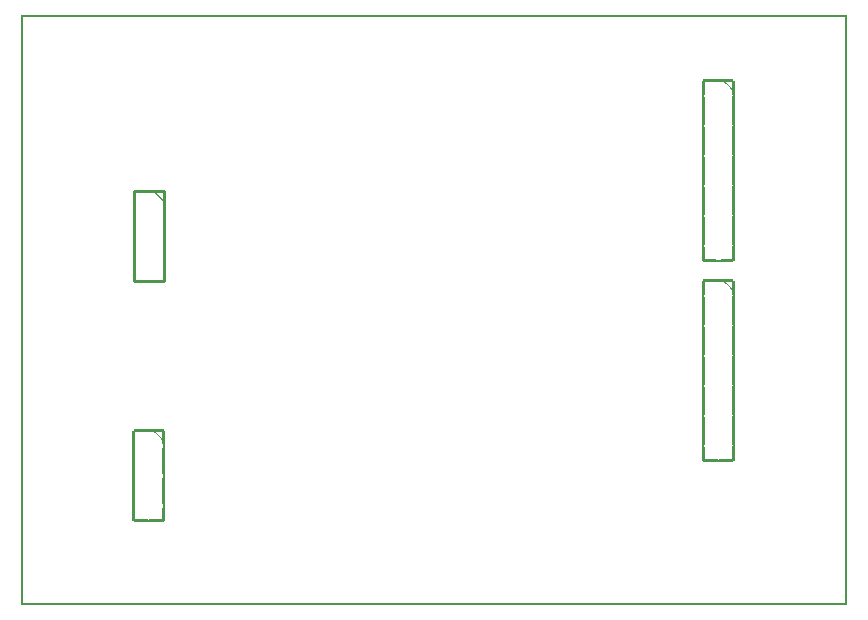
<source format=gbo>
G04 MADE WITH FRITZING*
G04 WWW.FRITZING.ORG*
G04 DOUBLE SIDED*
G04 HOLES PLATED*
G04 CONTOUR ON CENTER OF CONTOUR VECTOR*
%ASAXBY*%
%FSLAX23Y23*%
%MOIN*%
%OFA0B0*%
%SFA1.0B1.0*%
%ADD10C,0.010000*%
%ADD11R,0.001000X0.001000*%
%LNSILK0*%
G90*
G70*
G54D10*
X477Y1382D02*
X477Y1082D01*
D02*
X477Y1082D02*
X377Y1082D01*
D02*
X377Y1082D02*
X377Y1382D01*
D02*
X377Y1382D02*
X477Y1382D01*
G54D11*
X1Y1968D02*
X2755Y1968D01*
X1Y1967D02*
X2755Y1967D01*
X1Y1966D02*
X2755Y1966D01*
X1Y1965D02*
X2755Y1965D01*
X1Y1964D02*
X2755Y1964D01*
X1Y1963D02*
X2755Y1963D01*
X1Y1962D02*
X2755Y1962D01*
X1Y1961D02*
X2755Y1961D01*
X1Y1960D02*
X8Y1960D01*
X2748Y1960D02*
X2755Y1960D01*
X1Y1959D02*
X8Y1959D01*
X2748Y1959D02*
X2755Y1959D01*
X1Y1958D02*
X8Y1958D01*
X2748Y1958D02*
X2755Y1958D01*
X1Y1957D02*
X8Y1957D01*
X2748Y1957D02*
X2755Y1957D01*
X1Y1956D02*
X8Y1956D01*
X2748Y1956D02*
X2755Y1956D01*
X1Y1955D02*
X8Y1955D01*
X2748Y1955D02*
X2755Y1955D01*
X1Y1954D02*
X8Y1954D01*
X2748Y1954D02*
X2755Y1954D01*
X1Y1953D02*
X8Y1953D01*
X2748Y1953D02*
X2755Y1953D01*
X1Y1952D02*
X8Y1952D01*
X2748Y1952D02*
X2755Y1952D01*
X1Y1951D02*
X8Y1951D01*
X2748Y1951D02*
X2755Y1951D01*
X1Y1950D02*
X8Y1950D01*
X2748Y1950D02*
X2755Y1950D01*
X1Y1949D02*
X8Y1949D01*
X2748Y1949D02*
X2755Y1949D01*
X1Y1948D02*
X8Y1948D01*
X2748Y1948D02*
X2755Y1948D01*
X1Y1947D02*
X8Y1947D01*
X2748Y1947D02*
X2755Y1947D01*
X1Y1946D02*
X8Y1946D01*
X2748Y1946D02*
X2755Y1946D01*
X1Y1945D02*
X8Y1945D01*
X2748Y1945D02*
X2755Y1945D01*
X1Y1944D02*
X8Y1944D01*
X2748Y1944D02*
X2755Y1944D01*
X1Y1943D02*
X8Y1943D01*
X2748Y1943D02*
X2755Y1943D01*
X1Y1942D02*
X8Y1942D01*
X2748Y1942D02*
X2755Y1942D01*
X1Y1941D02*
X8Y1941D01*
X2748Y1941D02*
X2755Y1941D01*
X1Y1940D02*
X8Y1940D01*
X2748Y1940D02*
X2755Y1940D01*
X1Y1939D02*
X8Y1939D01*
X2748Y1939D02*
X2755Y1939D01*
X1Y1938D02*
X8Y1938D01*
X2748Y1938D02*
X2755Y1938D01*
X1Y1937D02*
X8Y1937D01*
X2748Y1937D02*
X2755Y1937D01*
X1Y1936D02*
X8Y1936D01*
X2748Y1936D02*
X2755Y1936D01*
X1Y1935D02*
X8Y1935D01*
X2748Y1935D02*
X2755Y1935D01*
X1Y1934D02*
X8Y1934D01*
X2748Y1934D02*
X2755Y1934D01*
X1Y1933D02*
X8Y1933D01*
X2748Y1933D02*
X2755Y1933D01*
X1Y1932D02*
X8Y1932D01*
X2748Y1932D02*
X2755Y1932D01*
X1Y1931D02*
X8Y1931D01*
X2748Y1931D02*
X2755Y1931D01*
X1Y1930D02*
X8Y1930D01*
X2748Y1930D02*
X2755Y1930D01*
X1Y1929D02*
X8Y1929D01*
X2748Y1929D02*
X2755Y1929D01*
X1Y1928D02*
X8Y1928D01*
X2748Y1928D02*
X2755Y1928D01*
X1Y1927D02*
X8Y1927D01*
X2748Y1927D02*
X2755Y1927D01*
X1Y1926D02*
X8Y1926D01*
X2748Y1926D02*
X2755Y1926D01*
X1Y1925D02*
X8Y1925D01*
X2748Y1925D02*
X2755Y1925D01*
X1Y1924D02*
X8Y1924D01*
X2748Y1924D02*
X2755Y1924D01*
X1Y1923D02*
X8Y1923D01*
X2748Y1923D02*
X2755Y1923D01*
X1Y1922D02*
X8Y1922D01*
X2748Y1922D02*
X2755Y1922D01*
X1Y1921D02*
X8Y1921D01*
X2748Y1921D02*
X2755Y1921D01*
X1Y1920D02*
X8Y1920D01*
X2748Y1920D02*
X2755Y1920D01*
X1Y1919D02*
X8Y1919D01*
X2748Y1919D02*
X2755Y1919D01*
X1Y1918D02*
X8Y1918D01*
X2748Y1918D02*
X2755Y1918D01*
X1Y1917D02*
X8Y1917D01*
X2748Y1917D02*
X2755Y1917D01*
X1Y1916D02*
X8Y1916D01*
X2748Y1916D02*
X2755Y1916D01*
X1Y1915D02*
X8Y1915D01*
X2748Y1915D02*
X2755Y1915D01*
X1Y1914D02*
X8Y1914D01*
X2748Y1914D02*
X2755Y1914D01*
X1Y1913D02*
X8Y1913D01*
X2748Y1913D02*
X2755Y1913D01*
X1Y1912D02*
X8Y1912D01*
X2748Y1912D02*
X2755Y1912D01*
X1Y1911D02*
X8Y1911D01*
X2748Y1911D02*
X2755Y1911D01*
X1Y1910D02*
X8Y1910D01*
X2748Y1910D02*
X2755Y1910D01*
X1Y1909D02*
X8Y1909D01*
X2748Y1909D02*
X2755Y1909D01*
X1Y1908D02*
X8Y1908D01*
X2748Y1908D02*
X2755Y1908D01*
X1Y1907D02*
X8Y1907D01*
X2748Y1907D02*
X2755Y1907D01*
X1Y1906D02*
X8Y1906D01*
X2748Y1906D02*
X2755Y1906D01*
X1Y1905D02*
X8Y1905D01*
X2748Y1905D02*
X2755Y1905D01*
X1Y1904D02*
X8Y1904D01*
X2748Y1904D02*
X2755Y1904D01*
X1Y1903D02*
X8Y1903D01*
X2748Y1903D02*
X2755Y1903D01*
X1Y1902D02*
X8Y1902D01*
X2748Y1902D02*
X2755Y1902D01*
X1Y1901D02*
X8Y1901D01*
X2748Y1901D02*
X2755Y1901D01*
X1Y1900D02*
X8Y1900D01*
X2748Y1900D02*
X2755Y1900D01*
X1Y1899D02*
X8Y1899D01*
X2748Y1899D02*
X2755Y1899D01*
X1Y1898D02*
X8Y1898D01*
X2748Y1898D02*
X2755Y1898D01*
X1Y1897D02*
X8Y1897D01*
X2748Y1897D02*
X2755Y1897D01*
X1Y1896D02*
X8Y1896D01*
X2748Y1896D02*
X2755Y1896D01*
X1Y1895D02*
X8Y1895D01*
X2748Y1895D02*
X2755Y1895D01*
X1Y1894D02*
X8Y1894D01*
X2748Y1894D02*
X2755Y1894D01*
X1Y1893D02*
X8Y1893D01*
X2748Y1893D02*
X2755Y1893D01*
X1Y1892D02*
X8Y1892D01*
X2748Y1892D02*
X2755Y1892D01*
X1Y1891D02*
X8Y1891D01*
X2748Y1891D02*
X2755Y1891D01*
X1Y1890D02*
X8Y1890D01*
X2748Y1890D02*
X2755Y1890D01*
X1Y1889D02*
X8Y1889D01*
X2748Y1889D02*
X2755Y1889D01*
X1Y1888D02*
X8Y1888D01*
X2748Y1888D02*
X2755Y1888D01*
X1Y1887D02*
X8Y1887D01*
X2748Y1887D02*
X2755Y1887D01*
X1Y1886D02*
X8Y1886D01*
X2748Y1886D02*
X2755Y1886D01*
X1Y1885D02*
X8Y1885D01*
X2748Y1885D02*
X2755Y1885D01*
X1Y1884D02*
X8Y1884D01*
X2748Y1884D02*
X2755Y1884D01*
X1Y1883D02*
X8Y1883D01*
X2748Y1883D02*
X2755Y1883D01*
X1Y1882D02*
X8Y1882D01*
X2748Y1882D02*
X2755Y1882D01*
X1Y1881D02*
X8Y1881D01*
X2748Y1881D02*
X2755Y1881D01*
X1Y1880D02*
X8Y1880D01*
X2748Y1880D02*
X2755Y1880D01*
X1Y1879D02*
X8Y1879D01*
X2748Y1879D02*
X2755Y1879D01*
X1Y1878D02*
X8Y1878D01*
X2748Y1878D02*
X2755Y1878D01*
X1Y1877D02*
X8Y1877D01*
X2748Y1877D02*
X2755Y1877D01*
X1Y1876D02*
X8Y1876D01*
X2748Y1876D02*
X2755Y1876D01*
X1Y1875D02*
X8Y1875D01*
X2748Y1875D02*
X2755Y1875D01*
X1Y1874D02*
X8Y1874D01*
X2748Y1874D02*
X2755Y1874D01*
X1Y1873D02*
X8Y1873D01*
X2748Y1873D02*
X2755Y1873D01*
X1Y1872D02*
X8Y1872D01*
X2748Y1872D02*
X2755Y1872D01*
X1Y1871D02*
X8Y1871D01*
X2748Y1871D02*
X2755Y1871D01*
X1Y1870D02*
X8Y1870D01*
X2748Y1870D02*
X2755Y1870D01*
X1Y1869D02*
X8Y1869D01*
X2748Y1869D02*
X2755Y1869D01*
X1Y1868D02*
X8Y1868D01*
X2748Y1868D02*
X2755Y1868D01*
X1Y1867D02*
X8Y1867D01*
X2748Y1867D02*
X2755Y1867D01*
X1Y1866D02*
X8Y1866D01*
X2748Y1866D02*
X2755Y1866D01*
X1Y1865D02*
X8Y1865D01*
X2748Y1865D02*
X2755Y1865D01*
X1Y1864D02*
X8Y1864D01*
X2748Y1864D02*
X2755Y1864D01*
X1Y1863D02*
X8Y1863D01*
X2748Y1863D02*
X2755Y1863D01*
X1Y1862D02*
X8Y1862D01*
X2748Y1862D02*
X2755Y1862D01*
X1Y1861D02*
X8Y1861D01*
X2748Y1861D02*
X2755Y1861D01*
X1Y1860D02*
X8Y1860D01*
X2748Y1860D02*
X2755Y1860D01*
X1Y1859D02*
X8Y1859D01*
X2748Y1859D02*
X2755Y1859D01*
X1Y1858D02*
X8Y1858D01*
X2748Y1858D02*
X2755Y1858D01*
X1Y1857D02*
X8Y1857D01*
X2748Y1857D02*
X2755Y1857D01*
X1Y1856D02*
X8Y1856D01*
X2748Y1856D02*
X2755Y1856D01*
X1Y1855D02*
X8Y1855D01*
X2748Y1855D02*
X2755Y1855D01*
X1Y1854D02*
X8Y1854D01*
X2748Y1854D02*
X2755Y1854D01*
X1Y1853D02*
X8Y1853D01*
X2748Y1853D02*
X2755Y1853D01*
X1Y1852D02*
X8Y1852D01*
X2748Y1852D02*
X2755Y1852D01*
X1Y1851D02*
X8Y1851D01*
X2748Y1851D02*
X2755Y1851D01*
X1Y1850D02*
X8Y1850D01*
X2748Y1850D02*
X2755Y1850D01*
X1Y1849D02*
X8Y1849D01*
X2748Y1849D02*
X2755Y1849D01*
X1Y1848D02*
X8Y1848D01*
X2748Y1848D02*
X2755Y1848D01*
X1Y1847D02*
X8Y1847D01*
X2748Y1847D02*
X2755Y1847D01*
X1Y1846D02*
X8Y1846D01*
X2748Y1846D02*
X2755Y1846D01*
X1Y1845D02*
X8Y1845D01*
X2748Y1845D02*
X2755Y1845D01*
X1Y1844D02*
X8Y1844D01*
X2748Y1844D02*
X2755Y1844D01*
X1Y1843D02*
X8Y1843D01*
X2748Y1843D02*
X2755Y1843D01*
X1Y1842D02*
X8Y1842D01*
X2748Y1842D02*
X2755Y1842D01*
X1Y1841D02*
X8Y1841D01*
X2748Y1841D02*
X2755Y1841D01*
X1Y1840D02*
X8Y1840D01*
X2748Y1840D02*
X2755Y1840D01*
X1Y1839D02*
X8Y1839D01*
X2748Y1839D02*
X2755Y1839D01*
X1Y1838D02*
X8Y1838D01*
X2748Y1838D02*
X2755Y1838D01*
X1Y1837D02*
X8Y1837D01*
X2748Y1837D02*
X2755Y1837D01*
X1Y1836D02*
X8Y1836D01*
X2748Y1836D02*
X2755Y1836D01*
X1Y1835D02*
X8Y1835D01*
X2748Y1835D02*
X2755Y1835D01*
X1Y1834D02*
X8Y1834D01*
X2748Y1834D02*
X2755Y1834D01*
X1Y1833D02*
X8Y1833D01*
X2748Y1833D02*
X2755Y1833D01*
X1Y1832D02*
X8Y1832D01*
X2748Y1832D02*
X2755Y1832D01*
X1Y1831D02*
X8Y1831D01*
X2748Y1831D02*
X2755Y1831D01*
X1Y1830D02*
X8Y1830D01*
X2748Y1830D02*
X2755Y1830D01*
X1Y1829D02*
X8Y1829D01*
X2748Y1829D02*
X2755Y1829D01*
X1Y1828D02*
X8Y1828D01*
X2748Y1828D02*
X2755Y1828D01*
X1Y1827D02*
X8Y1827D01*
X2748Y1827D02*
X2755Y1827D01*
X1Y1826D02*
X8Y1826D01*
X2748Y1826D02*
X2755Y1826D01*
X1Y1825D02*
X8Y1825D01*
X2748Y1825D02*
X2755Y1825D01*
X1Y1824D02*
X8Y1824D01*
X2748Y1824D02*
X2755Y1824D01*
X1Y1823D02*
X8Y1823D01*
X2748Y1823D02*
X2755Y1823D01*
X1Y1822D02*
X8Y1822D01*
X2748Y1822D02*
X2755Y1822D01*
X1Y1821D02*
X8Y1821D01*
X2748Y1821D02*
X2755Y1821D01*
X1Y1820D02*
X8Y1820D01*
X2748Y1820D02*
X2755Y1820D01*
X1Y1819D02*
X8Y1819D01*
X2748Y1819D02*
X2755Y1819D01*
X1Y1818D02*
X8Y1818D01*
X2748Y1818D02*
X2755Y1818D01*
X1Y1817D02*
X8Y1817D01*
X2748Y1817D02*
X2755Y1817D01*
X1Y1816D02*
X8Y1816D01*
X2748Y1816D02*
X2755Y1816D01*
X1Y1815D02*
X8Y1815D01*
X2748Y1815D02*
X2755Y1815D01*
X1Y1814D02*
X8Y1814D01*
X2748Y1814D02*
X2755Y1814D01*
X1Y1813D02*
X8Y1813D01*
X2748Y1813D02*
X2755Y1813D01*
X1Y1812D02*
X8Y1812D01*
X2748Y1812D02*
X2755Y1812D01*
X1Y1811D02*
X8Y1811D01*
X2748Y1811D02*
X2755Y1811D01*
X1Y1810D02*
X8Y1810D01*
X2748Y1810D02*
X2755Y1810D01*
X1Y1809D02*
X8Y1809D01*
X2748Y1809D02*
X2755Y1809D01*
X1Y1808D02*
X8Y1808D01*
X2748Y1808D02*
X2755Y1808D01*
X1Y1807D02*
X8Y1807D01*
X2748Y1807D02*
X2755Y1807D01*
X1Y1806D02*
X8Y1806D01*
X2748Y1806D02*
X2755Y1806D01*
X1Y1805D02*
X8Y1805D01*
X2748Y1805D02*
X2755Y1805D01*
X1Y1804D02*
X8Y1804D01*
X2748Y1804D02*
X2755Y1804D01*
X1Y1803D02*
X8Y1803D01*
X2748Y1803D02*
X2755Y1803D01*
X1Y1802D02*
X8Y1802D01*
X2748Y1802D02*
X2755Y1802D01*
X1Y1801D02*
X8Y1801D01*
X2748Y1801D02*
X2755Y1801D01*
X1Y1800D02*
X8Y1800D01*
X2748Y1800D02*
X2755Y1800D01*
X1Y1799D02*
X8Y1799D01*
X2748Y1799D02*
X2755Y1799D01*
X1Y1798D02*
X8Y1798D01*
X2748Y1798D02*
X2755Y1798D01*
X1Y1797D02*
X8Y1797D01*
X2748Y1797D02*
X2755Y1797D01*
X1Y1796D02*
X8Y1796D01*
X2748Y1796D02*
X2755Y1796D01*
X1Y1795D02*
X8Y1795D01*
X2748Y1795D02*
X2755Y1795D01*
X1Y1794D02*
X8Y1794D01*
X2748Y1794D02*
X2755Y1794D01*
X1Y1793D02*
X8Y1793D01*
X2748Y1793D02*
X2755Y1793D01*
X1Y1792D02*
X8Y1792D01*
X2748Y1792D02*
X2755Y1792D01*
X1Y1791D02*
X8Y1791D01*
X2748Y1791D02*
X2755Y1791D01*
X1Y1790D02*
X8Y1790D01*
X2748Y1790D02*
X2755Y1790D01*
X1Y1789D02*
X8Y1789D01*
X2748Y1789D02*
X2755Y1789D01*
X1Y1788D02*
X8Y1788D01*
X2748Y1788D02*
X2755Y1788D01*
X1Y1787D02*
X8Y1787D01*
X2748Y1787D02*
X2755Y1787D01*
X1Y1786D02*
X8Y1786D01*
X2748Y1786D02*
X2755Y1786D01*
X1Y1785D02*
X8Y1785D01*
X2748Y1785D02*
X2755Y1785D01*
X1Y1784D02*
X8Y1784D01*
X2748Y1784D02*
X2755Y1784D01*
X1Y1783D02*
X8Y1783D01*
X2748Y1783D02*
X2755Y1783D01*
X1Y1782D02*
X8Y1782D01*
X2748Y1782D02*
X2755Y1782D01*
X1Y1781D02*
X8Y1781D01*
X2748Y1781D02*
X2755Y1781D01*
X1Y1780D02*
X8Y1780D01*
X2748Y1780D02*
X2755Y1780D01*
X1Y1779D02*
X8Y1779D01*
X2748Y1779D02*
X2755Y1779D01*
X1Y1778D02*
X8Y1778D01*
X2748Y1778D02*
X2755Y1778D01*
X1Y1777D02*
X8Y1777D01*
X2748Y1777D02*
X2755Y1777D01*
X1Y1776D02*
X8Y1776D01*
X2748Y1776D02*
X2755Y1776D01*
X1Y1775D02*
X8Y1775D01*
X2748Y1775D02*
X2755Y1775D01*
X1Y1774D02*
X8Y1774D01*
X2748Y1774D02*
X2755Y1774D01*
X1Y1773D02*
X8Y1773D01*
X2748Y1773D02*
X2755Y1773D01*
X1Y1772D02*
X8Y1772D01*
X2748Y1772D02*
X2755Y1772D01*
X1Y1771D02*
X8Y1771D01*
X2748Y1771D02*
X2755Y1771D01*
X1Y1770D02*
X8Y1770D01*
X2748Y1770D02*
X2755Y1770D01*
X1Y1769D02*
X8Y1769D01*
X2748Y1769D02*
X2755Y1769D01*
X1Y1768D02*
X8Y1768D01*
X2748Y1768D02*
X2755Y1768D01*
X1Y1767D02*
X8Y1767D01*
X2748Y1767D02*
X2755Y1767D01*
X1Y1766D02*
X8Y1766D01*
X2748Y1766D02*
X2755Y1766D01*
X1Y1765D02*
X8Y1765D01*
X2748Y1765D02*
X2755Y1765D01*
X1Y1764D02*
X8Y1764D01*
X2748Y1764D02*
X2755Y1764D01*
X1Y1763D02*
X8Y1763D01*
X2748Y1763D02*
X2755Y1763D01*
X1Y1762D02*
X8Y1762D01*
X2748Y1762D02*
X2755Y1762D01*
X1Y1761D02*
X8Y1761D01*
X2748Y1761D02*
X2755Y1761D01*
X1Y1760D02*
X8Y1760D01*
X2748Y1760D02*
X2755Y1760D01*
X1Y1759D02*
X8Y1759D01*
X2748Y1759D02*
X2755Y1759D01*
X1Y1758D02*
X8Y1758D01*
X2748Y1758D02*
X2755Y1758D01*
X1Y1757D02*
X8Y1757D01*
X2748Y1757D02*
X2755Y1757D01*
X1Y1756D02*
X8Y1756D01*
X2748Y1756D02*
X2755Y1756D01*
X1Y1755D02*
X8Y1755D01*
X2748Y1755D02*
X2755Y1755D01*
X1Y1754D02*
X8Y1754D01*
X2748Y1754D02*
X2755Y1754D01*
X1Y1753D02*
X8Y1753D01*
X2277Y1753D02*
X2376Y1753D01*
X2748Y1753D02*
X2755Y1753D01*
X1Y1752D02*
X8Y1752D01*
X2277Y1752D02*
X2376Y1752D01*
X2748Y1752D02*
X2755Y1752D01*
X1Y1751D02*
X8Y1751D01*
X2277Y1751D02*
X2376Y1751D01*
X2748Y1751D02*
X2755Y1751D01*
X1Y1750D02*
X8Y1750D01*
X2277Y1750D02*
X2376Y1750D01*
X2748Y1750D02*
X2755Y1750D01*
X1Y1749D02*
X8Y1749D01*
X2277Y1749D02*
X2376Y1749D01*
X2748Y1749D02*
X2755Y1749D01*
X1Y1748D02*
X8Y1748D01*
X2272Y1748D02*
X2381Y1748D01*
X2748Y1748D02*
X2755Y1748D01*
X1Y1747D02*
X8Y1747D01*
X2272Y1747D02*
X2381Y1747D01*
X2748Y1747D02*
X2755Y1747D01*
X1Y1746D02*
X8Y1746D01*
X2272Y1746D02*
X2381Y1746D01*
X2748Y1746D02*
X2755Y1746D01*
X1Y1745D02*
X8Y1745D01*
X2272Y1745D02*
X2320Y1745D01*
X2333Y1745D02*
X2381Y1745D01*
X2748Y1745D02*
X2755Y1745D01*
X1Y1744D02*
X8Y1744D01*
X2272Y1744D02*
X2315Y1744D01*
X2338Y1744D02*
X2381Y1744D01*
X2748Y1744D02*
X2755Y1744D01*
X1Y1743D02*
X8Y1743D01*
X2272Y1743D02*
X2281Y1743D01*
X2344Y1743D02*
X2350Y1743D01*
X2372Y1743D02*
X2381Y1743D01*
X2748Y1743D02*
X2755Y1743D01*
X1Y1742D02*
X8Y1742D01*
X2272Y1742D02*
X2281Y1742D01*
X2345Y1742D02*
X2351Y1742D01*
X2372Y1742D02*
X2381Y1742D01*
X2748Y1742D02*
X2755Y1742D01*
X1Y1741D02*
X8Y1741D01*
X2272Y1741D02*
X2281Y1741D01*
X2347Y1741D02*
X2352Y1741D01*
X2372Y1741D02*
X2381Y1741D01*
X2748Y1741D02*
X2755Y1741D01*
X1Y1740D02*
X8Y1740D01*
X2272Y1740D02*
X2281Y1740D01*
X2349Y1740D02*
X2353Y1740D01*
X2372Y1740D02*
X2381Y1740D01*
X2748Y1740D02*
X2755Y1740D01*
X1Y1739D02*
X8Y1739D01*
X2272Y1739D02*
X2281Y1739D01*
X2351Y1739D02*
X2354Y1739D01*
X2372Y1739D02*
X2381Y1739D01*
X2748Y1739D02*
X2755Y1739D01*
X1Y1738D02*
X8Y1738D01*
X2272Y1738D02*
X2281Y1738D01*
X2352Y1738D02*
X2355Y1738D01*
X2372Y1738D02*
X2381Y1738D01*
X2748Y1738D02*
X2755Y1738D01*
X1Y1737D02*
X8Y1737D01*
X2272Y1737D02*
X2281Y1737D01*
X2354Y1737D02*
X2356Y1737D01*
X2372Y1737D02*
X2381Y1737D01*
X2748Y1737D02*
X2755Y1737D01*
X1Y1736D02*
X8Y1736D01*
X2272Y1736D02*
X2281Y1736D01*
X2355Y1736D02*
X2357Y1736D01*
X2372Y1736D02*
X2381Y1736D01*
X2748Y1736D02*
X2755Y1736D01*
X1Y1735D02*
X8Y1735D01*
X2272Y1735D02*
X2281Y1735D01*
X2356Y1735D02*
X2358Y1735D01*
X2372Y1735D02*
X2381Y1735D01*
X2748Y1735D02*
X2755Y1735D01*
X1Y1734D02*
X8Y1734D01*
X2272Y1734D02*
X2281Y1734D01*
X2358Y1734D02*
X2359Y1734D01*
X2372Y1734D02*
X2381Y1734D01*
X2748Y1734D02*
X2755Y1734D01*
X1Y1733D02*
X8Y1733D01*
X2272Y1733D02*
X2281Y1733D01*
X2359Y1733D02*
X2360Y1733D01*
X2372Y1733D02*
X2381Y1733D01*
X2748Y1733D02*
X2755Y1733D01*
X1Y1732D02*
X8Y1732D01*
X2272Y1732D02*
X2281Y1732D01*
X2360Y1732D02*
X2361Y1732D01*
X2372Y1732D02*
X2381Y1732D01*
X2748Y1732D02*
X2755Y1732D01*
X1Y1731D02*
X8Y1731D01*
X2272Y1731D02*
X2281Y1731D01*
X2361Y1731D02*
X2362Y1731D01*
X2372Y1731D02*
X2381Y1731D01*
X2748Y1731D02*
X2755Y1731D01*
X1Y1730D02*
X8Y1730D01*
X2272Y1730D02*
X2281Y1730D01*
X2362Y1730D02*
X2363Y1730D01*
X2372Y1730D02*
X2381Y1730D01*
X2748Y1730D02*
X2755Y1730D01*
X1Y1729D02*
X8Y1729D01*
X2272Y1729D02*
X2281Y1729D01*
X2362Y1729D02*
X2364Y1729D01*
X2372Y1729D02*
X2381Y1729D01*
X2748Y1729D02*
X2755Y1729D01*
X1Y1728D02*
X8Y1728D01*
X2272Y1728D02*
X2281Y1728D01*
X2363Y1728D02*
X2365Y1728D01*
X2372Y1728D02*
X2381Y1728D01*
X2748Y1728D02*
X2755Y1728D01*
X1Y1727D02*
X8Y1727D01*
X2272Y1727D02*
X2281Y1727D01*
X2364Y1727D02*
X2366Y1727D01*
X2372Y1727D02*
X2381Y1727D01*
X2748Y1727D02*
X2755Y1727D01*
X1Y1726D02*
X8Y1726D01*
X2272Y1726D02*
X2281Y1726D01*
X2365Y1726D02*
X2367Y1726D01*
X2372Y1726D02*
X2381Y1726D01*
X2748Y1726D02*
X2755Y1726D01*
X1Y1725D02*
X8Y1725D01*
X2272Y1725D02*
X2281Y1725D01*
X2365Y1725D02*
X2368Y1725D01*
X2372Y1725D02*
X2381Y1725D01*
X2748Y1725D02*
X2755Y1725D01*
X1Y1724D02*
X8Y1724D01*
X2272Y1724D02*
X2281Y1724D01*
X2366Y1724D02*
X2369Y1724D01*
X2372Y1724D02*
X2381Y1724D01*
X2748Y1724D02*
X2755Y1724D01*
X1Y1723D02*
X8Y1723D01*
X2272Y1723D02*
X2281Y1723D01*
X2367Y1723D02*
X2370Y1723D01*
X2372Y1723D02*
X2381Y1723D01*
X2748Y1723D02*
X2755Y1723D01*
X1Y1722D02*
X8Y1722D01*
X2272Y1722D02*
X2281Y1722D01*
X2367Y1722D02*
X2381Y1722D01*
X2748Y1722D02*
X2755Y1722D01*
X1Y1721D02*
X8Y1721D01*
X2272Y1721D02*
X2281Y1721D01*
X2368Y1721D02*
X2381Y1721D01*
X2748Y1721D02*
X2755Y1721D01*
X1Y1720D02*
X8Y1720D01*
X2272Y1720D02*
X2281Y1720D01*
X2368Y1720D02*
X2381Y1720D01*
X2748Y1720D02*
X2755Y1720D01*
X1Y1719D02*
X8Y1719D01*
X2272Y1719D02*
X2281Y1719D01*
X2369Y1719D02*
X2381Y1719D01*
X2748Y1719D02*
X2755Y1719D01*
X1Y1718D02*
X8Y1718D01*
X2272Y1718D02*
X2281Y1718D01*
X2369Y1718D02*
X2381Y1718D01*
X2748Y1718D02*
X2755Y1718D01*
X1Y1717D02*
X8Y1717D01*
X2272Y1717D02*
X2281Y1717D01*
X2370Y1717D02*
X2381Y1717D01*
X2748Y1717D02*
X2755Y1717D01*
X1Y1716D02*
X8Y1716D01*
X2272Y1716D02*
X2281Y1716D01*
X2371Y1716D02*
X2381Y1716D01*
X2748Y1716D02*
X2755Y1716D01*
X1Y1715D02*
X8Y1715D01*
X2272Y1715D02*
X2281Y1715D01*
X2372Y1715D02*
X2381Y1715D01*
X2748Y1715D02*
X2755Y1715D01*
X1Y1714D02*
X8Y1714D01*
X2272Y1714D02*
X2281Y1714D01*
X2372Y1714D02*
X2381Y1714D01*
X2748Y1714D02*
X2755Y1714D01*
X1Y1713D02*
X8Y1713D01*
X2272Y1713D02*
X2281Y1713D01*
X2372Y1713D02*
X2381Y1713D01*
X2748Y1713D02*
X2755Y1713D01*
X1Y1712D02*
X8Y1712D01*
X2272Y1712D02*
X2281Y1712D01*
X2372Y1712D02*
X2381Y1712D01*
X2748Y1712D02*
X2755Y1712D01*
X1Y1711D02*
X8Y1711D01*
X2272Y1711D02*
X2281Y1711D01*
X2372Y1711D02*
X2381Y1711D01*
X2748Y1711D02*
X2755Y1711D01*
X1Y1710D02*
X8Y1710D01*
X2272Y1710D02*
X2281Y1710D01*
X2372Y1710D02*
X2381Y1710D01*
X2748Y1710D02*
X2755Y1710D01*
X1Y1709D02*
X8Y1709D01*
X2272Y1709D02*
X2281Y1709D01*
X2372Y1709D02*
X2381Y1709D01*
X2748Y1709D02*
X2755Y1709D01*
X1Y1708D02*
X8Y1708D01*
X2272Y1708D02*
X2280Y1708D01*
X2373Y1708D02*
X2381Y1708D01*
X2748Y1708D02*
X2755Y1708D01*
X1Y1707D02*
X8Y1707D01*
X2272Y1707D02*
X2280Y1707D01*
X2373Y1707D02*
X2381Y1707D01*
X2748Y1707D02*
X2755Y1707D01*
X1Y1706D02*
X8Y1706D01*
X2272Y1706D02*
X2280Y1706D01*
X2373Y1706D02*
X2381Y1706D01*
X2748Y1706D02*
X2755Y1706D01*
X1Y1705D02*
X8Y1705D01*
X2272Y1705D02*
X2280Y1705D01*
X2373Y1705D02*
X2381Y1705D01*
X2748Y1705D02*
X2755Y1705D01*
X1Y1704D02*
X8Y1704D01*
X2272Y1704D02*
X2280Y1704D01*
X2373Y1704D02*
X2381Y1704D01*
X2748Y1704D02*
X2755Y1704D01*
X1Y1703D02*
X8Y1703D01*
X2272Y1703D02*
X2280Y1703D01*
X2373Y1703D02*
X2381Y1703D01*
X2748Y1703D02*
X2755Y1703D01*
X1Y1702D02*
X8Y1702D01*
X2272Y1702D02*
X2279Y1702D01*
X2373Y1702D02*
X2381Y1702D01*
X2748Y1702D02*
X2755Y1702D01*
X1Y1701D02*
X8Y1701D01*
X2272Y1701D02*
X2279Y1701D01*
X2373Y1701D02*
X2381Y1701D01*
X2748Y1701D02*
X2755Y1701D01*
X1Y1700D02*
X8Y1700D01*
X2272Y1700D02*
X2279Y1700D01*
X2374Y1700D02*
X2381Y1700D01*
X2748Y1700D02*
X2755Y1700D01*
X1Y1699D02*
X8Y1699D01*
X2272Y1699D02*
X2279Y1699D01*
X2374Y1699D02*
X2381Y1699D01*
X2748Y1699D02*
X2755Y1699D01*
X1Y1698D02*
X8Y1698D01*
X2272Y1698D02*
X2279Y1698D01*
X2374Y1698D02*
X2381Y1698D01*
X2748Y1698D02*
X2755Y1698D01*
X1Y1697D02*
X8Y1697D01*
X2272Y1697D02*
X2279Y1697D01*
X2373Y1697D02*
X2381Y1697D01*
X2748Y1697D02*
X2755Y1697D01*
X1Y1696D02*
X8Y1696D01*
X2272Y1696D02*
X2279Y1696D01*
X2373Y1696D02*
X2381Y1696D01*
X2748Y1696D02*
X2755Y1696D01*
X1Y1695D02*
X8Y1695D01*
X2272Y1695D02*
X2280Y1695D01*
X2373Y1695D02*
X2381Y1695D01*
X2748Y1695D02*
X2755Y1695D01*
X1Y1694D02*
X8Y1694D01*
X2272Y1694D02*
X2280Y1694D01*
X2373Y1694D02*
X2381Y1694D01*
X2748Y1694D02*
X2755Y1694D01*
X1Y1693D02*
X8Y1693D01*
X2272Y1693D02*
X2280Y1693D01*
X2373Y1693D02*
X2381Y1693D01*
X2748Y1693D02*
X2755Y1693D01*
X1Y1692D02*
X8Y1692D01*
X2272Y1692D02*
X2280Y1692D01*
X2373Y1692D02*
X2381Y1692D01*
X2748Y1692D02*
X2755Y1692D01*
X1Y1691D02*
X8Y1691D01*
X2272Y1691D02*
X2280Y1691D01*
X2373Y1691D02*
X2381Y1691D01*
X2748Y1691D02*
X2755Y1691D01*
X1Y1690D02*
X8Y1690D01*
X2272Y1690D02*
X2280Y1690D01*
X2373Y1690D02*
X2381Y1690D01*
X2748Y1690D02*
X2755Y1690D01*
X1Y1689D02*
X8Y1689D01*
X2272Y1689D02*
X2280Y1689D01*
X2372Y1689D02*
X2381Y1689D01*
X2748Y1689D02*
X2755Y1689D01*
X1Y1688D02*
X8Y1688D01*
X2272Y1688D02*
X2281Y1688D01*
X2372Y1688D02*
X2381Y1688D01*
X2748Y1688D02*
X2755Y1688D01*
X1Y1687D02*
X8Y1687D01*
X2272Y1687D02*
X2281Y1687D01*
X2372Y1687D02*
X2381Y1687D01*
X2748Y1687D02*
X2755Y1687D01*
X1Y1686D02*
X8Y1686D01*
X2272Y1686D02*
X2281Y1686D01*
X2372Y1686D02*
X2381Y1686D01*
X2748Y1686D02*
X2755Y1686D01*
X1Y1685D02*
X8Y1685D01*
X2272Y1685D02*
X2281Y1685D01*
X2372Y1685D02*
X2381Y1685D01*
X2748Y1685D02*
X2755Y1685D01*
X1Y1684D02*
X8Y1684D01*
X2272Y1684D02*
X2281Y1684D01*
X2372Y1684D02*
X2381Y1684D01*
X2748Y1684D02*
X2755Y1684D01*
X1Y1683D02*
X8Y1683D01*
X2272Y1683D02*
X2281Y1683D01*
X2372Y1683D02*
X2381Y1683D01*
X2748Y1683D02*
X2755Y1683D01*
X1Y1682D02*
X8Y1682D01*
X2272Y1682D02*
X2281Y1682D01*
X2372Y1682D02*
X2381Y1682D01*
X2748Y1682D02*
X2755Y1682D01*
X1Y1681D02*
X8Y1681D01*
X2272Y1681D02*
X2281Y1681D01*
X2372Y1681D02*
X2381Y1681D01*
X2748Y1681D02*
X2755Y1681D01*
X1Y1680D02*
X8Y1680D01*
X2272Y1680D02*
X2281Y1680D01*
X2372Y1680D02*
X2381Y1680D01*
X2748Y1680D02*
X2755Y1680D01*
X1Y1679D02*
X8Y1679D01*
X2272Y1679D02*
X2281Y1679D01*
X2372Y1679D02*
X2381Y1679D01*
X2748Y1679D02*
X2755Y1679D01*
X1Y1678D02*
X8Y1678D01*
X2272Y1678D02*
X2281Y1678D01*
X2372Y1678D02*
X2381Y1678D01*
X2748Y1678D02*
X2755Y1678D01*
X1Y1677D02*
X8Y1677D01*
X2272Y1677D02*
X2281Y1677D01*
X2372Y1677D02*
X2381Y1677D01*
X2748Y1677D02*
X2755Y1677D01*
X1Y1676D02*
X8Y1676D01*
X2272Y1676D02*
X2281Y1676D01*
X2372Y1676D02*
X2381Y1676D01*
X2748Y1676D02*
X2755Y1676D01*
X1Y1675D02*
X8Y1675D01*
X2272Y1675D02*
X2281Y1675D01*
X2372Y1675D02*
X2381Y1675D01*
X2748Y1675D02*
X2755Y1675D01*
X1Y1674D02*
X8Y1674D01*
X2272Y1674D02*
X2281Y1674D01*
X2372Y1674D02*
X2381Y1674D01*
X2748Y1674D02*
X2755Y1674D01*
X1Y1673D02*
X8Y1673D01*
X2272Y1673D02*
X2281Y1673D01*
X2372Y1673D02*
X2381Y1673D01*
X2748Y1673D02*
X2755Y1673D01*
X1Y1672D02*
X8Y1672D01*
X2272Y1672D02*
X2281Y1672D01*
X2372Y1672D02*
X2381Y1672D01*
X2748Y1672D02*
X2755Y1672D01*
X1Y1671D02*
X8Y1671D01*
X2272Y1671D02*
X2281Y1671D01*
X2372Y1671D02*
X2381Y1671D01*
X2748Y1671D02*
X2755Y1671D01*
X1Y1670D02*
X8Y1670D01*
X2272Y1670D02*
X2281Y1670D01*
X2372Y1670D02*
X2381Y1670D01*
X2748Y1670D02*
X2755Y1670D01*
X1Y1669D02*
X8Y1669D01*
X2272Y1669D02*
X2281Y1669D01*
X2372Y1669D02*
X2381Y1669D01*
X2748Y1669D02*
X2755Y1669D01*
X1Y1668D02*
X8Y1668D01*
X2272Y1668D02*
X2281Y1668D01*
X2372Y1668D02*
X2381Y1668D01*
X2748Y1668D02*
X2755Y1668D01*
X1Y1667D02*
X8Y1667D01*
X2272Y1667D02*
X2281Y1667D01*
X2372Y1667D02*
X2381Y1667D01*
X2748Y1667D02*
X2755Y1667D01*
X1Y1666D02*
X8Y1666D01*
X2272Y1666D02*
X2281Y1666D01*
X2372Y1666D02*
X2381Y1666D01*
X2748Y1666D02*
X2755Y1666D01*
X1Y1665D02*
X8Y1665D01*
X2272Y1665D02*
X2281Y1665D01*
X2372Y1665D02*
X2381Y1665D01*
X2748Y1665D02*
X2755Y1665D01*
X1Y1664D02*
X8Y1664D01*
X2272Y1664D02*
X2281Y1664D01*
X2372Y1664D02*
X2381Y1664D01*
X2748Y1664D02*
X2755Y1664D01*
X1Y1663D02*
X8Y1663D01*
X2272Y1663D02*
X2281Y1663D01*
X2372Y1663D02*
X2381Y1663D01*
X2748Y1663D02*
X2755Y1663D01*
X1Y1662D02*
X8Y1662D01*
X2272Y1662D02*
X2281Y1662D01*
X2372Y1662D02*
X2381Y1662D01*
X2748Y1662D02*
X2755Y1662D01*
X1Y1661D02*
X8Y1661D01*
X2272Y1661D02*
X2281Y1661D01*
X2372Y1661D02*
X2381Y1661D01*
X2748Y1661D02*
X2755Y1661D01*
X1Y1660D02*
X8Y1660D01*
X2272Y1660D02*
X2281Y1660D01*
X2372Y1660D02*
X2381Y1660D01*
X2748Y1660D02*
X2755Y1660D01*
X1Y1659D02*
X8Y1659D01*
X2272Y1659D02*
X2281Y1659D01*
X2372Y1659D02*
X2381Y1659D01*
X2748Y1659D02*
X2755Y1659D01*
X1Y1658D02*
X8Y1658D01*
X2272Y1658D02*
X2281Y1658D01*
X2372Y1658D02*
X2381Y1658D01*
X2748Y1658D02*
X2755Y1658D01*
X1Y1657D02*
X8Y1657D01*
X2272Y1657D02*
X2281Y1657D01*
X2372Y1657D02*
X2381Y1657D01*
X2748Y1657D02*
X2755Y1657D01*
X1Y1656D02*
X8Y1656D01*
X2272Y1656D02*
X2281Y1656D01*
X2372Y1656D02*
X2381Y1656D01*
X2748Y1656D02*
X2755Y1656D01*
X1Y1655D02*
X8Y1655D01*
X2272Y1655D02*
X2281Y1655D01*
X2372Y1655D02*
X2381Y1655D01*
X2748Y1655D02*
X2755Y1655D01*
X1Y1654D02*
X8Y1654D01*
X2272Y1654D02*
X2281Y1654D01*
X2372Y1654D02*
X2381Y1654D01*
X2748Y1654D02*
X2755Y1654D01*
X1Y1653D02*
X8Y1653D01*
X2272Y1653D02*
X2281Y1653D01*
X2372Y1653D02*
X2381Y1653D01*
X2748Y1653D02*
X2755Y1653D01*
X1Y1652D02*
X8Y1652D01*
X2272Y1652D02*
X2281Y1652D01*
X2372Y1652D02*
X2381Y1652D01*
X2748Y1652D02*
X2755Y1652D01*
X1Y1651D02*
X8Y1651D01*
X2272Y1651D02*
X2281Y1651D01*
X2372Y1651D02*
X2381Y1651D01*
X2748Y1651D02*
X2755Y1651D01*
X1Y1650D02*
X8Y1650D01*
X2272Y1650D02*
X2281Y1650D01*
X2372Y1650D02*
X2381Y1650D01*
X2748Y1650D02*
X2755Y1650D01*
X1Y1649D02*
X8Y1649D01*
X2272Y1649D02*
X2281Y1649D01*
X2372Y1649D02*
X2381Y1649D01*
X2748Y1649D02*
X2755Y1649D01*
X1Y1648D02*
X8Y1648D01*
X2272Y1648D02*
X2281Y1648D01*
X2372Y1648D02*
X2381Y1648D01*
X2748Y1648D02*
X2755Y1648D01*
X1Y1647D02*
X8Y1647D01*
X2272Y1647D02*
X2281Y1647D01*
X2372Y1647D02*
X2381Y1647D01*
X2748Y1647D02*
X2755Y1647D01*
X1Y1646D02*
X8Y1646D01*
X2272Y1646D02*
X2281Y1646D01*
X2372Y1646D02*
X2381Y1646D01*
X2748Y1646D02*
X2755Y1646D01*
X1Y1645D02*
X8Y1645D01*
X2272Y1645D02*
X2281Y1645D01*
X2372Y1645D02*
X2381Y1645D01*
X2748Y1645D02*
X2755Y1645D01*
X1Y1644D02*
X8Y1644D01*
X2272Y1644D02*
X2281Y1644D01*
X2372Y1644D02*
X2381Y1644D01*
X2748Y1644D02*
X2755Y1644D01*
X1Y1643D02*
X8Y1643D01*
X2272Y1643D02*
X2281Y1643D01*
X2372Y1643D02*
X2381Y1643D01*
X2748Y1643D02*
X2755Y1643D01*
X1Y1642D02*
X8Y1642D01*
X2272Y1642D02*
X2281Y1642D01*
X2372Y1642D02*
X2381Y1642D01*
X2748Y1642D02*
X2755Y1642D01*
X1Y1641D02*
X8Y1641D01*
X2272Y1641D02*
X2281Y1641D01*
X2372Y1641D02*
X2381Y1641D01*
X2748Y1641D02*
X2755Y1641D01*
X1Y1640D02*
X8Y1640D01*
X2272Y1640D02*
X2281Y1640D01*
X2372Y1640D02*
X2381Y1640D01*
X2748Y1640D02*
X2755Y1640D01*
X1Y1639D02*
X8Y1639D01*
X2272Y1639D02*
X2281Y1639D01*
X2372Y1639D02*
X2381Y1639D01*
X2748Y1639D02*
X2755Y1639D01*
X1Y1638D02*
X8Y1638D01*
X2272Y1638D02*
X2281Y1638D01*
X2372Y1638D02*
X2381Y1638D01*
X2748Y1638D02*
X2755Y1638D01*
X1Y1637D02*
X8Y1637D01*
X2272Y1637D02*
X2281Y1637D01*
X2372Y1637D02*
X2381Y1637D01*
X2748Y1637D02*
X2755Y1637D01*
X1Y1636D02*
X8Y1636D01*
X2272Y1636D02*
X2281Y1636D01*
X2372Y1636D02*
X2381Y1636D01*
X2748Y1636D02*
X2755Y1636D01*
X1Y1635D02*
X8Y1635D01*
X2272Y1635D02*
X2281Y1635D01*
X2372Y1635D02*
X2381Y1635D01*
X2748Y1635D02*
X2755Y1635D01*
X1Y1634D02*
X8Y1634D01*
X2272Y1634D02*
X2281Y1634D01*
X2372Y1634D02*
X2381Y1634D01*
X2748Y1634D02*
X2755Y1634D01*
X1Y1633D02*
X8Y1633D01*
X2272Y1633D02*
X2281Y1633D01*
X2372Y1633D02*
X2381Y1633D01*
X2748Y1633D02*
X2755Y1633D01*
X1Y1632D02*
X8Y1632D01*
X2272Y1632D02*
X2281Y1632D01*
X2372Y1632D02*
X2381Y1632D01*
X2748Y1632D02*
X2755Y1632D01*
X1Y1631D02*
X8Y1631D01*
X2272Y1631D02*
X2281Y1631D01*
X2372Y1631D02*
X2381Y1631D01*
X2748Y1631D02*
X2755Y1631D01*
X1Y1630D02*
X8Y1630D01*
X2272Y1630D02*
X2281Y1630D01*
X2372Y1630D02*
X2381Y1630D01*
X2748Y1630D02*
X2755Y1630D01*
X1Y1629D02*
X8Y1629D01*
X2272Y1629D02*
X2281Y1629D01*
X2372Y1629D02*
X2381Y1629D01*
X2748Y1629D02*
X2755Y1629D01*
X1Y1628D02*
X8Y1628D01*
X2272Y1628D02*
X2281Y1628D01*
X2372Y1628D02*
X2381Y1628D01*
X2748Y1628D02*
X2755Y1628D01*
X1Y1627D02*
X8Y1627D01*
X2272Y1627D02*
X2281Y1627D01*
X2372Y1627D02*
X2381Y1627D01*
X2748Y1627D02*
X2755Y1627D01*
X1Y1626D02*
X8Y1626D01*
X2272Y1626D02*
X2281Y1626D01*
X2372Y1626D02*
X2381Y1626D01*
X2748Y1626D02*
X2755Y1626D01*
X1Y1625D02*
X8Y1625D01*
X2272Y1625D02*
X2281Y1625D01*
X2372Y1625D02*
X2381Y1625D01*
X2748Y1625D02*
X2755Y1625D01*
X1Y1624D02*
X8Y1624D01*
X2272Y1624D02*
X2281Y1624D01*
X2372Y1624D02*
X2381Y1624D01*
X2748Y1624D02*
X2755Y1624D01*
X1Y1623D02*
X8Y1623D01*
X2272Y1623D02*
X2281Y1623D01*
X2372Y1623D02*
X2381Y1623D01*
X2748Y1623D02*
X2755Y1623D01*
X1Y1622D02*
X8Y1622D01*
X2272Y1622D02*
X2281Y1622D01*
X2372Y1622D02*
X2381Y1622D01*
X2748Y1622D02*
X2755Y1622D01*
X1Y1621D02*
X8Y1621D01*
X2272Y1621D02*
X2281Y1621D01*
X2372Y1621D02*
X2381Y1621D01*
X2748Y1621D02*
X2755Y1621D01*
X1Y1620D02*
X8Y1620D01*
X2272Y1620D02*
X2281Y1620D01*
X2372Y1620D02*
X2381Y1620D01*
X2748Y1620D02*
X2755Y1620D01*
X1Y1619D02*
X8Y1619D01*
X2272Y1619D02*
X2281Y1619D01*
X2372Y1619D02*
X2381Y1619D01*
X2748Y1619D02*
X2755Y1619D01*
X1Y1618D02*
X8Y1618D01*
X2272Y1618D02*
X2281Y1618D01*
X2372Y1618D02*
X2381Y1618D01*
X2748Y1618D02*
X2755Y1618D01*
X1Y1617D02*
X8Y1617D01*
X2272Y1617D02*
X2281Y1617D01*
X2372Y1617D02*
X2381Y1617D01*
X2748Y1617D02*
X2755Y1617D01*
X1Y1616D02*
X8Y1616D01*
X2272Y1616D02*
X2281Y1616D01*
X2372Y1616D02*
X2381Y1616D01*
X2748Y1616D02*
X2755Y1616D01*
X1Y1615D02*
X8Y1615D01*
X2272Y1615D02*
X2281Y1615D01*
X2372Y1615D02*
X2381Y1615D01*
X2748Y1615D02*
X2755Y1615D01*
X1Y1614D02*
X8Y1614D01*
X2272Y1614D02*
X2281Y1614D01*
X2372Y1614D02*
X2381Y1614D01*
X2748Y1614D02*
X2755Y1614D01*
X1Y1613D02*
X8Y1613D01*
X2272Y1613D02*
X2281Y1613D01*
X2372Y1613D02*
X2381Y1613D01*
X2748Y1613D02*
X2755Y1613D01*
X1Y1612D02*
X8Y1612D01*
X2272Y1612D02*
X2281Y1612D01*
X2372Y1612D02*
X2381Y1612D01*
X2748Y1612D02*
X2755Y1612D01*
X1Y1611D02*
X8Y1611D01*
X2272Y1611D02*
X2281Y1611D01*
X2372Y1611D02*
X2381Y1611D01*
X2748Y1611D02*
X2755Y1611D01*
X1Y1610D02*
X8Y1610D01*
X2272Y1610D02*
X2281Y1610D01*
X2372Y1610D02*
X2381Y1610D01*
X2748Y1610D02*
X2755Y1610D01*
X1Y1609D02*
X8Y1609D01*
X2272Y1609D02*
X2280Y1609D01*
X2372Y1609D02*
X2381Y1609D01*
X2748Y1609D02*
X2755Y1609D01*
X1Y1608D02*
X8Y1608D01*
X2272Y1608D02*
X2280Y1608D01*
X2373Y1608D02*
X2381Y1608D01*
X2748Y1608D02*
X2755Y1608D01*
X1Y1607D02*
X8Y1607D01*
X2272Y1607D02*
X2280Y1607D01*
X2373Y1607D02*
X2381Y1607D01*
X2748Y1607D02*
X2755Y1607D01*
X1Y1606D02*
X8Y1606D01*
X2272Y1606D02*
X2280Y1606D01*
X2373Y1606D02*
X2381Y1606D01*
X2748Y1606D02*
X2755Y1606D01*
X1Y1605D02*
X8Y1605D01*
X2272Y1605D02*
X2280Y1605D01*
X2373Y1605D02*
X2381Y1605D01*
X2748Y1605D02*
X2755Y1605D01*
X1Y1604D02*
X8Y1604D01*
X2272Y1604D02*
X2280Y1604D01*
X2373Y1604D02*
X2381Y1604D01*
X2748Y1604D02*
X2755Y1604D01*
X1Y1603D02*
X8Y1603D01*
X2272Y1603D02*
X2280Y1603D01*
X2373Y1603D02*
X2381Y1603D01*
X2748Y1603D02*
X2755Y1603D01*
X1Y1602D02*
X8Y1602D01*
X2272Y1602D02*
X2279Y1602D01*
X2373Y1602D02*
X2381Y1602D01*
X2748Y1602D02*
X2755Y1602D01*
X1Y1601D02*
X8Y1601D01*
X2272Y1601D02*
X2279Y1601D01*
X2373Y1601D02*
X2381Y1601D01*
X2748Y1601D02*
X2755Y1601D01*
X1Y1600D02*
X8Y1600D01*
X2272Y1600D02*
X2279Y1600D01*
X2374Y1600D02*
X2381Y1600D01*
X2748Y1600D02*
X2755Y1600D01*
X1Y1599D02*
X8Y1599D01*
X2272Y1599D02*
X2279Y1599D01*
X2374Y1599D02*
X2381Y1599D01*
X2748Y1599D02*
X2755Y1599D01*
X1Y1598D02*
X8Y1598D01*
X2272Y1598D02*
X2279Y1598D01*
X2374Y1598D02*
X2381Y1598D01*
X2748Y1598D02*
X2755Y1598D01*
X1Y1597D02*
X8Y1597D01*
X2272Y1597D02*
X2279Y1597D01*
X2373Y1597D02*
X2381Y1597D01*
X2748Y1597D02*
X2755Y1597D01*
X1Y1596D02*
X8Y1596D01*
X2272Y1596D02*
X2279Y1596D01*
X2373Y1596D02*
X2381Y1596D01*
X2748Y1596D02*
X2755Y1596D01*
X1Y1595D02*
X8Y1595D01*
X2272Y1595D02*
X2280Y1595D01*
X2373Y1595D02*
X2381Y1595D01*
X2748Y1595D02*
X2755Y1595D01*
X1Y1594D02*
X8Y1594D01*
X2272Y1594D02*
X2280Y1594D01*
X2373Y1594D02*
X2381Y1594D01*
X2748Y1594D02*
X2755Y1594D01*
X1Y1593D02*
X8Y1593D01*
X2272Y1593D02*
X2280Y1593D01*
X2373Y1593D02*
X2381Y1593D01*
X2748Y1593D02*
X2755Y1593D01*
X1Y1592D02*
X8Y1592D01*
X2272Y1592D02*
X2280Y1592D01*
X2373Y1592D02*
X2381Y1592D01*
X2748Y1592D02*
X2755Y1592D01*
X1Y1591D02*
X8Y1591D01*
X2272Y1591D02*
X2280Y1591D01*
X2373Y1591D02*
X2381Y1591D01*
X2748Y1591D02*
X2755Y1591D01*
X1Y1590D02*
X8Y1590D01*
X2272Y1590D02*
X2280Y1590D01*
X2373Y1590D02*
X2381Y1590D01*
X2748Y1590D02*
X2755Y1590D01*
X1Y1589D02*
X8Y1589D01*
X2272Y1589D02*
X2280Y1589D01*
X2372Y1589D02*
X2381Y1589D01*
X2748Y1589D02*
X2755Y1589D01*
X1Y1588D02*
X8Y1588D01*
X2272Y1588D02*
X2281Y1588D01*
X2372Y1588D02*
X2381Y1588D01*
X2748Y1588D02*
X2755Y1588D01*
X1Y1587D02*
X8Y1587D01*
X2272Y1587D02*
X2281Y1587D01*
X2372Y1587D02*
X2381Y1587D01*
X2748Y1587D02*
X2755Y1587D01*
X1Y1586D02*
X8Y1586D01*
X2272Y1586D02*
X2281Y1586D01*
X2372Y1586D02*
X2381Y1586D01*
X2748Y1586D02*
X2755Y1586D01*
X1Y1585D02*
X8Y1585D01*
X2272Y1585D02*
X2281Y1585D01*
X2372Y1585D02*
X2381Y1585D01*
X2748Y1585D02*
X2755Y1585D01*
X1Y1584D02*
X8Y1584D01*
X2272Y1584D02*
X2281Y1584D01*
X2372Y1584D02*
X2381Y1584D01*
X2748Y1584D02*
X2755Y1584D01*
X1Y1583D02*
X8Y1583D01*
X2272Y1583D02*
X2281Y1583D01*
X2372Y1583D02*
X2381Y1583D01*
X2748Y1583D02*
X2755Y1583D01*
X1Y1582D02*
X8Y1582D01*
X2272Y1582D02*
X2281Y1582D01*
X2372Y1582D02*
X2381Y1582D01*
X2748Y1582D02*
X2755Y1582D01*
X1Y1581D02*
X8Y1581D01*
X2272Y1581D02*
X2281Y1581D01*
X2372Y1581D02*
X2381Y1581D01*
X2748Y1581D02*
X2755Y1581D01*
X1Y1580D02*
X8Y1580D01*
X2272Y1580D02*
X2281Y1580D01*
X2372Y1580D02*
X2381Y1580D01*
X2748Y1580D02*
X2755Y1580D01*
X1Y1579D02*
X8Y1579D01*
X2272Y1579D02*
X2281Y1579D01*
X2372Y1579D02*
X2381Y1579D01*
X2748Y1579D02*
X2755Y1579D01*
X1Y1578D02*
X8Y1578D01*
X2272Y1578D02*
X2281Y1578D01*
X2372Y1578D02*
X2381Y1578D01*
X2748Y1578D02*
X2755Y1578D01*
X1Y1577D02*
X8Y1577D01*
X2272Y1577D02*
X2281Y1577D01*
X2372Y1577D02*
X2381Y1577D01*
X2748Y1577D02*
X2755Y1577D01*
X1Y1576D02*
X8Y1576D01*
X2272Y1576D02*
X2281Y1576D01*
X2372Y1576D02*
X2381Y1576D01*
X2748Y1576D02*
X2755Y1576D01*
X1Y1575D02*
X8Y1575D01*
X2272Y1575D02*
X2281Y1575D01*
X2372Y1575D02*
X2381Y1575D01*
X2748Y1575D02*
X2755Y1575D01*
X1Y1574D02*
X8Y1574D01*
X2272Y1574D02*
X2281Y1574D01*
X2372Y1574D02*
X2381Y1574D01*
X2748Y1574D02*
X2755Y1574D01*
X1Y1573D02*
X8Y1573D01*
X2272Y1573D02*
X2281Y1573D01*
X2372Y1573D02*
X2381Y1573D01*
X2748Y1573D02*
X2755Y1573D01*
X1Y1572D02*
X8Y1572D01*
X2272Y1572D02*
X2281Y1572D01*
X2372Y1572D02*
X2381Y1572D01*
X2748Y1572D02*
X2755Y1572D01*
X1Y1571D02*
X8Y1571D01*
X2272Y1571D02*
X2281Y1571D01*
X2372Y1571D02*
X2381Y1571D01*
X2748Y1571D02*
X2755Y1571D01*
X1Y1570D02*
X8Y1570D01*
X2272Y1570D02*
X2281Y1570D01*
X2372Y1570D02*
X2381Y1570D01*
X2748Y1570D02*
X2755Y1570D01*
X1Y1569D02*
X8Y1569D01*
X2272Y1569D02*
X2281Y1569D01*
X2372Y1569D02*
X2381Y1569D01*
X2748Y1569D02*
X2755Y1569D01*
X1Y1568D02*
X8Y1568D01*
X2272Y1568D02*
X2281Y1568D01*
X2372Y1568D02*
X2381Y1568D01*
X2748Y1568D02*
X2755Y1568D01*
X1Y1567D02*
X8Y1567D01*
X2272Y1567D02*
X2281Y1567D01*
X2372Y1567D02*
X2381Y1567D01*
X2748Y1567D02*
X2755Y1567D01*
X1Y1566D02*
X8Y1566D01*
X2272Y1566D02*
X2281Y1566D01*
X2372Y1566D02*
X2381Y1566D01*
X2748Y1566D02*
X2755Y1566D01*
X1Y1565D02*
X8Y1565D01*
X2272Y1565D02*
X2281Y1565D01*
X2372Y1565D02*
X2381Y1565D01*
X2748Y1565D02*
X2755Y1565D01*
X1Y1564D02*
X8Y1564D01*
X2272Y1564D02*
X2281Y1564D01*
X2372Y1564D02*
X2381Y1564D01*
X2748Y1564D02*
X2755Y1564D01*
X1Y1563D02*
X8Y1563D01*
X2272Y1563D02*
X2281Y1563D01*
X2372Y1563D02*
X2381Y1563D01*
X2748Y1563D02*
X2755Y1563D01*
X1Y1562D02*
X8Y1562D01*
X2272Y1562D02*
X2281Y1562D01*
X2372Y1562D02*
X2381Y1562D01*
X2748Y1562D02*
X2755Y1562D01*
X1Y1561D02*
X8Y1561D01*
X2272Y1561D02*
X2281Y1561D01*
X2372Y1561D02*
X2381Y1561D01*
X2748Y1561D02*
X2755Y1561D01*
X1Y1560D02*
X8Y1560D01*
X2272Y1560D02*
X2281Y1560D01*
X2372Y1560D02*
X2381Y1560D01*
X2748Y1560D02*
X2755Y1560D01*
X1Y1559D02*
X8Y1559D01*
X2272Y1559D02*
X2281Y1559D01*
X2372Y1559D02*
X2381Y1559D01*
X2748Y1559D02*
X2755Y1559D01*
X1Y1558D02*
X8Y1558D01*
X2272Y1558D02*
X2281Y1558D01*
X2372Y1558D02*
X2381Y1558D01*
X2748Y1558D02*
X2755Y1558D01*
X1Y1557D02*
X8Y1557D01*
X2272Y1557D02*
X2281Y1557D01*
X2372Y1557D02*
X2381Y1557D01*
X2748Y1557D02*
X2755Y1557D01*
X1Y1556D02*
X8Y1556D01*
X2272Y1556D02*
X2281Y1556D01*
X2372Y1556D02*
X2381Y1556D01*
X2748Y1556D02*
X2755Y1556D01*
X1Y1555D02*
X8Y1555D01*
X2272Y1555D02*
X2281Y1555D01*
X2372Y1555D02*
X2381Y1555D01*
X2748Y1555D02*
X2755Y1555D01*
X1Y1554D02*
X8Y1554D01*
X2272Y1554D02*
X2281Y1554D01*
X2372Y1554D02*
X2381Y1554D01*
X2748Y1554D02*
X2755Y1554D01*
X1Y1553D02*
X8Y1553D01*
X2272Y1553D02*
X2281Y1553D01*
X2372Y1553D02*
X2381Y1553D01*
X2748Y1553D02*
X2755Y1553D01*
X1Y1552D02*
X8Y1552D01*
X2272Y1552D02*
X2281Y1552D01*
X2372Y1552D02*
X2381Y1552D01*
X2748Y1552D02*
X2755Y1552D01*
X1Y1551D02*
X8Y1551D01*
X2272Y1551D02*
X2281Y1551D01*
X2372Y1551D02*
X2381Y1551D01*
X2748Y1551D02*
X2755Y1551D01*
X1Y1550D02*
X8Y1550D01*
X2272Y1550D02*
X2281Y1550D01*
X2372Y1550D02*
X2381Y1550D01*
X2748Y1550D02*
X2755Y1550D01*
X1Y1549D02*
X8Y1549D01*
X2272Y1549D02*
X2281Y1549D01*
X2372Y1549D02*
X2381Y1549D01*
X2748Y1549D02*
X2755Y1549D01*
X1Y1548D02*
X8Y1548D01*
X2272Y1548D02*
X2281Y1548D01*
X2372Y1548D02*
X2381Y1548D01*
X2748Y1548D02*
X2755Y1548D01*
X1Y1547D02*
X8Y1547D01*
X2272Y1547D02*
X2281Y1547D01*
X2372Y1547D02*
X2381Y1547D01*
X2748Y1547D02*
X2755Y1547D01*
X1Y1546D02*
X8Y1546D01*
X2272Y1546D02*
X2281Y1546D01*
X2372Y1546D02*
X2381Y1546D01*
X2748Y1546D02*
X2755Y1546D01*
X1Y1545D02*
X8Y1545D01*
X2272Y1545D02*
X2281Y1545D01*
X2372Y1545D02*
X2381Y1545D01*
X2748Y1545D02*
X2755Y1545D01*
X1Y1544D02*
X8Y1544D01*
X2272Y1544D02*
X2281Y1544D01*
X2372Y1544D02*
X2381Y1544D01*
X2748Y1544D02*
X2755Y1544D01*
X1Y1543D02*
X8Y1543D01*
X2272Y1543D02*
X2281Y1543D01*
X2372Y1543D02*
X2381Y1543D01*
X2748Y1543D02*
X2755Y1543D01*
X1Y1542D02*
X8Y1542D01*
X2272Y1542D02*
X2281Y1542D01*
X2372Y1542D02*
X2381Y1542D01*
X2748Y1542D02*
X2755Y1542D01*
X1Y1541D02*
X8Y1541D01*
X2272Y1541D02*
X2281Y1541D01*
X2372Y1541D02*
X2381Y1541D01*
X2748Y1541D02*
X2755Y1541D01*
X1Y1540D02*
X8Y1540D01*
X2272Y1540D02*
X2281Y1540D01*
X2372Y1540D02*
X2381Y1540D01*
X2748Y1540D02*
X2755Y1540D01*
X1Y1539D02*
X8Y1539D01*
X2272Y1539D02*
X2281Y1539D01*
X2372Y1539D02*
X2381Y1539D01*
X2748Y1539D02*
X2755Y1539D01*
X1Y1538D02*
X8Y1538D01*
X2272Y1538D02*
X2281Y1538D01*
X2372Y1538D02*
X2381Y1538D01*
X2748Y1538D02*
X2755Y1538D01*
X1Y1537D02*
X8Y1537D01*
X2272Y1537D02*
X2281Y1537D01*
X2372Y1537D02*
X2381Y1537D01*
X2748Y1537D02*
X2755Y1537D01*
X1Y1536D02*
X8Y1536D01*
X2272Y1536D02*
X2281Y1536D01*
X2372Y1536D02*
X2381Y1536D01*
X2748Y1536D02*
X2755Y1536D01*
X1Y1535D02*
X8Y1535D01*
X2272Y1535D02*
X2281Y1535D01*
X2372Y1535D02*
X2381Y1535D01*
X2748Y1535D02*
X2755Y1535D01*
X1Y1534D02*
X8Y1534D01*
X2272Y1534D02*
X2281Y1534D01*
X2372Y1534D02*
X2381Y1534D01*
X2748Y1534D02*
X2755Y1534D01*
X1Y1533D02*
X8Y1533D01*
X2272Y1533D02*
X2281Y1533D01*
X2372Y1533D02*
X2381Y1533D01*
X2748Y1533D02*
X2755Y1533D01*
X1Y1532D02*
X8Y1532D01*
X2272Y1532D02*
X2281Y1532D01*
X2372Y1532D02*
X2381Y1532D01*
X2748Y1532D02*
X2755Y1532D01*
X1Y1531D02*
X8Y1531D01*
X2272Y1531D02*
X2281Y1531D01*
X2372Y1531D02*
X2381Y1531D01*
X2748Y1531D02*
X2755Y1531D01*
X1Y1530D02*
X8Y1530D01*
X2272Y1530D02*
X2281Y1530D01*
X2372Y1530D02*
X2381Y1530D01*
X2748Y1530D02*
X2755Y1530D01*
X1Y1529D02*
X8Y1529D01*
X2272Y1529D02*
X2281Y1529D01*
X2372Y1529D02*
X2381Y1529D01*
X2748Y1529D02*
X2755Y1529D01*
X1Y1528D02*
X8Y1528D01*
X2272Y1528D02*
X2281Y1528D01*
X2372Y1528D02*
X2381Y1528D01*
X2748Y1528D02*
X2755Y1528D01*
X1Y1527D02*
X8Y1527D01*
X2272Y1527D02*
X2281Y1527D01*
X2372Y1527D02*
X2381Y1527D01*
X2748Y1527D02*
X2755Y1527D01*
X1Y1526D02*
X8Y1526D01*
X2272Y1526D02*
X2281Y1526D01*
X2372Y1526D02*
X2381Y1526D01*
X2748Y1526D02*
X2755Y1526D01*
X1Y1525D02*
X8Y1525D01*
X2272Y1525D02*
X2281Y1525D01*
X2372Y1525D02*
X2381Y1525D01*
X2748Y1525D02*
X2755Y1525D01*
X1Y1524D02*
X8Y1524D01*
X2272Y1524D02*
X2281Y1524D01*
X2372Y1524D02*
X2381Y1524D01*
X2748Y1524D02*
X2755Y1524D01*
X1Y1523D02*
X8Y1523D01*
X2272Y1523D02*
X2281Y1523D01*
X2372Y1523D02*
X2381Y1523D01*
X2748Y1523D02*
X2755Y1523D01*
X1Y1522D02*
X8Y1522D01*
X2272Y1522D02*
X2281Y1522D01*
X2372Y1522D02*
X2381Y1522D01*
X2748Y1522D02*
X2755Y1522D01*
X1Y1521D02*
X8Y1521D01*
X2272Y1521D02*
X2281Y1521D01*
X2372Y1521D02*
X2381Y1521D01*
X2748Y1521D02*
X2755Y1521D01*
X1Y1520D02*
X8Y1520D01*
X2272Y1520D02*
X2281Y1520D01*
X2372Y1520D02*
X2381Y1520D01*
X2748Y1520D02*
X2755Y1520D01*
X1Y1519D02*
X8Y1519D01*
X2272Y1519D02*
X2281Y1519D01*
X2372Y1519D02*
X2381Y1519D01*
X2748Y1519D02*
X2755Y1519D01*
X1Y1518D02*
X8Y1518D01*
X2272Y1518D02*
X2281Y1518D01*
X2372Y1518D02*
X2381Y1518D01*
X2748Y1518D02*
X2755Y1518D01*
X1Y1517D02*
X8Y1517D01*
X2272Y1517D02*
X2281Y1517D01*
X2372Y1517D02*
X2381Y1517D01*
X2748Y1517D02*
X2755Y1517D01*
X1Y1516D02*
X8Y1516D01*
X2272Y1516D02*
X2281Y1516D01*
X2372Y1516D02*
X2381Y1516D01*
X2748Y1516D02*
X2755Y1516D01*
X1Y1515D02*
X8Y1515D01*
X2272Y1515D02*
X2281Y1515D01*
X2372Y1515D02*
X2381Y1515D01*
X2748Y1515D02*
X2755Y1515D01*
X1Y1514D02*
X8Y1514D01*
X2272Y1514D02*
X2281Y1514D01*
X2372Y1514D02*
X2381Y1514D01*
X2748Y1514D02*
X2755Y1514D01*
X1Y1513D02*
X8Y1513D01*
X2272Y1513D02*
X2281Y1513D01*
X2372Y1513D02*
X2381Y1513D01*
X2748Y1513D02*
X2755Y1513D01*
X1Y1512D02*
X8Y1512D01*
X2272Y1512D02*
X2281Y1512D01*
X2372Y1512D02*
X2381Y1512D01*
X2748Y1512D02*
X2755Y1512D01*
X1Y1511D02*
X8Y1511D01*
X2272Y1511D02*
X2281Y1511D01*
X2372Y1511D02*
X2381Y1511D01*
X2748Y1511D02*
X2755Y1511D01*
X1Y1510D02*
X8Y1510D01*
X2272Y1510D02*
X2281Y1510D01*
X2372Y1510D02*
X2381Y1510D01*
X2748Y1510D02*
X2755Y1510D01*
X1Y1509D02*
X8Y1509D01*
X2272Y1509D02*
X2280Y1509D01*
X2372Y1509D02*
X2381Y1509D01*
X2748Y1509D02*
X2755Y1509D01*
X1Y1508D02*
X8Y1508D01*
X2272Y1508D02*
X2280Y1508D01*
X2373Y1508D02*
X2381Y1508D01*
X2748Y1508D02*
X2755Y1508D01*
X1Y1507D02*
X8Y1507D01*
X2272Y1507D02*
X2280Y1507D01*
X2373Y1507D02*
X2381Y1507D01*
X2748Y1507D02*
X2755Y1507D01*
X1Y1506D02*
X8Y1506D01*
X2272Y1506D02*
X2280Y1506D01*
X2373Y1506D02*
X2381Y1506D01*
X2748Y1506D02*
X2755Y1506D01*
X1Y1505D02*
X8Y1505D01*
X2272Y1505D02*
X2280Y1505D01*
X2373Y1505D02*
X2381Y1505D01*
X2748Y1505D02*
X2755Y1505D01*
X1Y1504D02*
X8Y1504D01*
X2272Y1504D02*
X2280Y1504D01*
X2373Y1504D02*
X2381Y1504D01*
X2748Y1504D02*
X2755Y1504D01*
X1Y1503D02*
X8Y1503D01*
X2272Y1503D02*
X2280Y1503D01*
X2373Y1503D02*
X2381Y1503D01*
X2748Y1503D02*
X2755Y1503D01*
X1Y1502D02*
X8Y1502D01*
X2272Y1502D02*
X2279Y1502D01*
X2373Y1502D02*
X2381Y1502D01*
X2748Y1502D02*
X2755Y1502D01*
X1Y1501D02*
X8Y1501D01*
X2272Y1501D02*
X2279Y1501D01*
X2373Y1501D02*
X2381Y1501D01*
X2748Y1501D02*
X2755Y1501D01*
X1Y1500D02*
X8Y1500D01*
X2272Y1500D02*
X2279Y1500D01*
X2374Y1500D02*
X2381Y1500D01*
X2748Y1500D02*
X2755Y1500D01*
X1Y1499D02*
X8Y1499D01*
X2272Y1499D02*
X2279Y1499D01*
X2374Y1499D02*
X2381Y1499D01*
X2748Y1499D02*
X2755Y1499D01*
X1Y1498D02*
X8Y1498D01*
X2272Y1498D02*
X2279Y1498D01*
X2374Y1498D02*
X2381Y1498D01*
X2748Y1498D02*
X2755Y1498D01*
X1Y1497D02*
X8Y1497D01*
X2272Y1497D02*
X2279Y1497D01*
X2373Y1497D02*
X2381Y1497D01*
X2748Y1497D02*
X2755Y1497D01*
X1Y1496D02*
X8Y1496D01*
X2272Y1496D02*
X2279Y1496D01*
X2373Y1496D02*
X2381Y1496D01*
X2748Y1496D02*
X2755Y1496D01*
X1Y1495D02*
X8Y1495D01*
X2272Y1495D02*
X2280Y1495D01*
X2373Y1495D02*
X2381Y1495D01*
X2748Y1495D02*
X2755Y1495D01*
X1Y1494D02*
X8Y1494D01*
X2272Y1494D02*
X2280Y1494D01*
X2373Y1494D02*
X2381Y1494D01*
X2748Y1494D02*
X2755Y1494D01*
X1Y1493D02*
X8Y1493D01*
X2272Y1493D02*
X2280Y1493D01*
X2373Y1493D02*
X2381Y1493D01*
X2748Y1493D02*
X2755Y1493D01*
X1Y1492D02*
X8Y1492D01*
X2272Y1492D02*
X2280Y1492D01*
X2373Y1492D02*
X2381Y1492D01*
X2748Y1492D02*
X2755Y1492D01*
X1Y1491D02*
X8Y1491D01*
X2272Y1491D02*
X2280Y1491D01*
X2373Y1491D02*
X2381Y1491D01*
X2748Y1491D02*
X2755Y1491D01*
X1Y1490D02*
X8Y1490D01*
X2272Y1490D02*
X2280Y1490D01*
X2373Y1490D02*
X2381Y1490D01*
X2748Y1490D02*
X2755Y1490D01*
X1Y1489D02*
X8Y1489D01*
X2272Y1489D02*
X2280Y1489D01*
X2372Y1489D02*
X2381Y1489D01*
X2748Y1489D02*
X2755Y1489D01*
X1Y1488D02*
X8Y1488D01*
X2272Y1488D02*
X2281Y1488D01*
X2372Y1488D02*
X2381Y1488D01*
X2748Y1488D02*
X2755Y1488D01*
X1Y1487D02*
X8Y1487D01*
X2272Y1487D02*
X2281Y1487D01*
X2372Y1487D02*
X2381Y1487D01*
X2748Y1487D02*
X2755Y1487D01*
X1Y1486D02*
X8Y1486D01*
X2272Y1486D02*
X2281Y1486D01*
X2372Y1486D02*
X2381Y1486D01*
X2748Y1486D02*
X2755Y1486D01*
X1Y1485D02*
X8Y1485D01*
X2272Y1485D02*
X2281Y1485D01*
X2372Y1485D02*
X2381Y1485D01*
X2748Y1485D02*
X2755Y1485D01*
X1Y1484D02*
X8Y1484D01*
X2272Y1484D02*
X2281Y1484D01*
X2372Y1484D02*
X2381Y1484D01*
X2748Y1484D02*
X2755Y1484D01*
X1Y1483D02*
X8Y1483D01*
X2272Y1483D02*
X2281Y1483D01*
X2372Y1483D02*
X2381Y1483D01*
X2748Y1483D02*
X2755Y1483D01*
X1Y1482D02*
X8Y1482D01*
X2272Y1482D02*
X2281Y1482D01*
X2372Y1482D02*
X2381Y1482D01*
X2748Y1482D02*
X2755Y1482D01*
X1Y1481D02*
X8Y1481D01*
X2272Y1481D02*
X2281Y1481D01*
X2372Y1481D02*
X2381Y1481D01*
X2748Y1481D02*
X2755Y1481D01*
X1Y1480D02*
X8Y1480D01*
X2272Y1480D02*
X2281Y1480D01*
X2372Y1480D02*
X2381Y1480D01*
X2748Y1480D02*
X2755Y1480D01*
X1Y1479D02*
X8Y1479D01*
X2272Y1479D02*
X2281Y1479D01*
X2372Y1479D02*
X2381Y1479D01*
X2748Y1479D02*
X2755Y1479D01*
X1Y1478D02*
X8Y1478D01*
X2272Y1478D02*
X2281Y1478D01*
X2372Y1478D02*
X2381Y1478D01*
X2748Y1478D02*
X2755Y1478D01*
X1Y1477D02*
X8Y1477D01*
X2272Y1477D02*
X2281Y1477D01*
X2372Y1477D02*
X2381Y1477D01*
X2748Y1477D02*
X2755Y1477D01*
X1Y1476D02*
X8Y1476D01*
X2272Y1476D02*
X2281Y1476D01*
X2372Y1476D02*
X2381Y1476D01*
X2748Y1476D02*
X2755Y1476D01*
X1Y1475D02*
X8Y1475D01*
X2272Y1475D02*
X2281Y1475D01*
X2372Y1475D02*
X2381Y1475D01*
X2748Y1475D02*
X2755Y1475D01*
X1Y1474D02*
X8Y1474D01*
X2272Y1474D02*
X2281Y1474D01*
X2372Y1474D02*
X2381Y1474D01*
X2748Y1474D02*
X2755Y1474D01*
X1Y1473D02*
X8Y1473D01*
X2272Y1473D02*
X2281Y1473D01*
X2372Y1473D02*
X2381Y1473D01*
X2748Y1473D02*
X2755Y1473D01*
X1Y1472D02*
X8Y1472D01*
X2272Y1472D02*
X2281Y1472D01*
X2372Y1472D02*
X2381Y1472D01*
X2748Y1472D02*
X2755Y1472D01*
X1Y1471D02*
X8Y1471D01*
X2272Y1471D02*
X2281Y1471D01*
X2372Y1471D02*
X2381Y1471D01*
X2748Y1471D02*
X2755Y1471D01*
X1Y1470D02*
X8Y1470D01*
X2272Y1470D02*
X2281Y1470D01*
X2372Y1470D02*
X2381Y1470D01*
X2748Y1470D02*
X2755Y1470D01*
X1Y1469D02*
X8Y1469D01*
X2272Y1469D02*
X2281Y1469D01*
X2372Y1469D02*
X2381Y1469D01*
X2748Y1469D02*
X2755Y1469D01*
X1Y1468D02*
X8Y1468D01*
X2272Y1468D02*
X2281Y1468D01*
X2372Y1468D02*
X2381Y1468D01*
X2748Y1468D02*
X2755Y1468D01*
X1Y1467D02*
X8Y1467D01*
X2272Y1467D02*
X2281Y1467D01*
X2372Y1467D02*
X2381Y1467D01*
X2748Y1467D02*
X2755Y1467D01*
X1Y1466D02*
X8Y1466D01*
X2272Y1466D02*
X2281Y1466D01*
X2372Y1466D02*
X2381Y1466D01*
X2748Y1466D02*
X2755Y1466D01*
X1Y1465D02*
X8Y1465D01*
X2272Y1465D02*
X2281Y1465D01*
X2372Y1465D02*
X2381Y1465D01*
X2748Y1465D02*
X2755Y1465D01*
X1Y1464D02*
X8Y1464D01*
X2272Y1464D02*
X2281Y1464D01*
X2372Y1464D02*
X2381Y1464D01*
X2748Y1464D02*
X2755Y1464D01*
X1Y1463D02*
X8Y1463D01*
X2272Y1463D02*
X2281Y1463D01*
X2372Y1463D02*
X2381Y1463D01*
X2748Y1463D02*
X2755Y1463D01*
X1Y1462D02*
X8Y1462D01*
X2272Y1462D02*
X2281Y1462D01*
X2372Y1462D02*
X2381Y1462D01*
X2748Y1462D02*
X2755Y1462D01*
X1Y1461D02*
X8Y1461D01*
X2272Y1461D02*
X2281Y1461D01*
X2372Y1461D02*
X2381Y1461D01*
X2748Y1461D02*
X2755Y1461D01*
X1Y1460D02*
X8Y1460D01*
X2272Y1460D02*
X2281Y1460D01*
X2372Y1460D02*
X2381Y1460D01*
X2748Y1460D02*
X2755Y1460D01*
X1Y1459D02*
X8Y1459D01*
X2272Y1459D02*
X2281Y1459D01*
X2372Y1459D02*
X2381Y1459D01*
X2748Y1459D02*
X2755Y1459D01*
X1Y1458D02*
X8Y1458D01*
X2272Y1458D02*
X2281Y1458D01*
X2372Y1458D02*
X2381Y1458D01*
X2748Y1458D02*
X2755Y1458D01*
X1Y1457D02*
X8Y1457D01*
X2272Y1457D02*
X2281Y1457D01*
X2372Y1457D02*
X2381Y1457D01*
X2748Y1457D02*
X2755Y1457D01*
X1Y1456D02*
X8Y1456D01*
X2272Y1456D02*
X2281Y1456D01*
X2372Y1456D02*
X2381Y1456D01*
X2748Y1456D02*
X2755Y1456D01*
X1Y1455D02*
X8Y1455D01*
X2272Y1455D02*
X2281Y1455D01*
X2372Y1455D02*
X2381Y1455D01*
X2748Y1455D02*
X2755Y1455D01*
X1Y1454D02*
X8Y1454D01*
X2272Y1454D02*
X2281Y1454D01*
X2372Y1454D02*
X2381Y1454D01*
X2748Y1454D02*
X2755Y1454D01*
X1Y1453D02*
X8Y1453D01*
X2272Y1453D02*
X2281Y1453D01*
X2372Y1453D02*
X2381Y1453D01*
X2748Y1453D02*
X2755Y1453D01*
X1Y1452D02*
X8Y1452D01*
X2272Y1452D02*
X2281Y1452D01*
X2372Y1452D02*
X2381Y1452D01*
X2748Y1452D02*
X2755Y1452D01*
X1Y1451D02*
X8Y1451D01*
X2272Y1451D02*
X2281Y1451D01*
X2372Y1451D02*
X2381Y1451D01*
X2748Y1451D02*
X2755Y1451D01*
X1Y1450D02*
X8Y1450D01*
X2272Y1450D02*
X2281Y1450D01*
X2372Y1450D02*
X2381Y1450D01*
X2748Y1450D02*
X2755Y1450D01*
X1Y1449D02*
X8Y1449D01*
X2272Y1449D02*
X2281Y1449D01*
X2372Y1449D02*
X2381Y1449D01*
X2748Y1449D02*
X2755Y1449D01*
X1Y1448D02*
X8Y1448D01*
X2272Y1448D02*
X2281Y1448D01*
X2372Y1448D02*
X2381Y1448D01*
X2748Y1448D02*
X2755Y1448D01*
X1Y1447D02*
X8Y1447D01*
X2272Y1447D02*
X2281Y1447D01*
X2372Y1447D02*
X2381Y1447D01*
X2748Y1447D02*
X2755Y1447D01*
X1Y1446D02*
X8Y1446D01*
X2272Y1446D02*
X2281Y1446D01*
X2372Y1446D02*
X2381Y1446D01*
X2748Y1446D02*
X2755Y1446D01*
X1Y1445D02*
X8Y1445D01*
X2272Y1445D02*
X2281Y1445D01*
X2372Y1445D02*
X2381Y1445D01*
X2748Y1445D02*
X2755Y1445D01*
X1Y1444D02*
X8Y1444D01*
X2272Y1444D02*
X2281Y1444D01*
X2372Y1444D02*
X2381Y1444D01*
X2748Y1444D02*
X2755Y1444D01*
X1Y1443D02*
X8Y1443D01*
X2272Y1443D02*
X2281Y1443D01*
X2372Y1443D02*
X2381Y1443D01*
X2748Y1443D02*
X2755Y1443D01*
X1Y1442D02*
X8Y1442D01*
X2272Y1442D02*
X2281Y1442D01*
X2372Y1442D02*
X2381Y1442D01*
X2748Y1442D02*
X2755Y1442D01*
X1Y1441D02*
X8Y1441D01*
X2272Y1441D02*
X2281Y1441D01*
X2372Y1441D02*
X2381Y1441D01*
X2748Y1441D02*
X2755Y1441D01*
X1Y1440D02*
X8Y1440D01*
X2272Y1440D02*
X2281Y1440D01*
X2372Y1440D02*
X2381Y1440D01*
X2748Y1440D02*
X2755Y1440D01*
X1Y1439D02*
X8Y1439D01*
X2272Y1439D02*
X2281Y1439D01*
X2372Y1439D02*
X2381Y1439D01*
X2748Y1439D02*
X2755Y1439D01*
X1Y1438D02*
X8Y1438D01*
X2272Y1438D02*
X2281Y1438D01*
X2372Y1438D02*
X2381Y1438D01*
X2748Y1438D02*
X2755Y1438D01*
X1Y1437D02*
X8Y1437D01*
X2272Y1437D02*
X2281Y1437D01*
X2372Y1437D02*
X2381Y1437D01*
X2748Y1437D02*
X2755Y1437D01*
X1Y1436D02*
X8Y1436D01*
X2272Y1436D02*
X2281Y1436D01*
X2372Y1436D02*
X2381Y1436D01*
X2748Y1436D02*
X2755Y1436D01*
X1Y1435D02*
X8Y1435D01*
X2272Y1435D02*
X2281Y1435D01*
X2372Y1435D02*
X2381Y1435D01*
X2748Y1435D02*
X2755Y1435D01*
X1Y1434D02*
X8Y1434D01*
X2272Y1434D02*
X2281Y1434D01*
X2372Y1434D02*
X2381Y1434D01*
X2748Y1434D02*
X2755Y1434D01*
X1Y1433D02*
X8Y1433D01*
X2272Y1433D02*
X2281Y1433D01*
X2372Y1433D02*
X2381Y1433D01*
X2748Y1433D02*
X2755Y1433D01*
X1Y1432D02*
X8Y1432D01*
X2272Y1432D02*
X2281Y1432D01*
X2372Y1432D02*
X2381Y1432D01*
X2748Y1432D02*
X2755Y1432D01*
X1Y1431D02*
X8Y1431D01*
X2272Y1431D02*
X2281Y1431D01*
X2372Y1431D02*
X2381Y1431D01*
X2748Y1431D02*
X2755Y1431D01*
X1Y1430D02*
X8Y1430D01*
X2272Y1430D02*
X2281Y1430D01*
X2372Y1430D02*
X2381Y1430D01*
X2748Y1430D02*
X2755Y1430D01*
X1Y1429D02*
X8Y1429D01*
X2272Y1429D02*
X2281Y1429D01*
X2372Y1429D02*
X2381Y1429D01*
X2748Y1429D02*
X2755Y1429D01*
X1Y1428D02*
X8Y1428D01*
X2272Y1428D02*
X2281Y1428D01*
X2372Y1428D02*
X2381Y1428D01*
X2748Y1428D02*
X2755Y1428D01*
X1Y1427D02*
X8Y1427D01*
X2272Y1427D02*
X2281Y1427D01*
X2372Y1427D02*
X2381Y1427D01*
X2748Y1427D02*
X2755Y1427D01*
X1Y1426D02*
X8Y1426D01*
X2272Y1426D02*
X2281Y1426D01*
X2372Y1426D02*
X2381Y1426D01*
X2748Y1426D02*
X2755Y1426D01*
X1Y1425D02*
X8Y1425D01*
X2272Y1425D02*
X2281Y1425D01*
X2372Y1425D02*
X2381Y1425D01*
X2748Y1425D02*
X2755Y1425D01*
X1Y1424D02*
X8Y1424D01*
X2272Y1424D02*
X2281Y1424D01*
X2372Y1424D02*
X2381Y1424D01*
X2748Y1424D02*
X2755Y1424D01*
X1Y1423D02*
X8Y1423D01*
X2272Y1423D02*
X2281Y1423D01*
X2372Y1423D02*
X2381Y1423D01*
X2748Y1423D02*
X2755Y1423D01*
X1Y1422D02*
X8Y1422D01*
X2272Y1422D02*
X2281Y1422D01*
X2372Y1422D02*
X2381Y1422D01*
X2748Y1422D02*
X2755Y1422D01*
X1Y1421D02*
X8Y1421D01*
X2272Y1421D02*
X2281Y1421D01*
X2372Y1421D02*
X2381Y1421D01*
X2748Y1421D02*
X2755Y1421D01*
X1Y1420D02*
X8Y1420D01*
X2272Y1420D02*
X2281Y1420D01*
X2372Y1420D02*
X2381Y1420D01*
X2748Y1420D02*
X2755Y1420D01*
X1Y1419D02*
X8Y1419D01*
X2272Y1419D02*
X2281Y1419D01*
X2372Y1419D02*
X2381Y1419D01*
X2748Y1419D02*
X2755Y1419D01*
X1Y1418D02*
X8Y1418D01*
X2272Y1418D02*
X2281Y1418D01*
X2372Y1418D02*
X2381Y1418D01*
X2748Y1418D02*
X2755Y1418D01*
X1Y1417D02*
X8Y1417D01*
X2272Y1417D02*
X2281Y1417D01*
X2372Y1417D02*
X2381Y1417D01*
X2748Y1417D02*
X2755Y1417D01*
X1Y1416D02*
X8Y1416D01*
X2272Y1416D02*
X2281Y1416D01*
X2372Y1416D02*
X2381Y1416D01*
X2748Y1416D02*
X2755Y1416D01*
X1Y1415D02*
X8Y1415D01*
X2272Y1415D02*
X2281Y1415D01*
X2372Y1415D02*
X2381Y1415D01*
X2748Y1415D02*
X2755Y1415D01*
X1Y1414D02*
X8Y1414D01*
X2272Y1414D02*
X2281Y1414D01*
X2372Y1414D02*
X2381Y1414D01*
X2748Y1414D02*
X2755Y1414D01*
X1Y1413D02*
X8Y1413D01*
X2272Y1413D02*
X2281Y1413D01*
X2372Y1413D02*
X2381Y1413D01*
X2748Y1413D02*
X2755Y1413D01*
X1Y1412D02*
X8Y1412D01*
X2272Y1412D02*
X2281Y1412D01*
X2372Y1412D02*
X2381Y1412D01*
X2748Y1412D02*
X2755Y1412D01*
X1Y1411D02*
X8Y1411D01*
X2272Y1411D02*
X2281Y1411D01*
X2372Y1411D02*
X2381Y1411D01*
X2748Y1411D02*
X2755Y1411D01*
X1Y1410D02*
X8Y1410D01*
X2272Y1410D02*
X2281Y1410D01*
X2372Y1410D02*
X2381Y1410D01*
X2748Y1410D02*
X2755Y1410D01*
X1Y1409D02*
X8Y1409D01*
X2272Y1409D02*
X2280Y1409D01*
X2372Y1409D02*
X2381Y1409D01*
X2748Y1409D02*
X2755Y1409D01*
X1Y1408D02*
X8Y1408D01*
X2272Y1408D02*
X2280Y1408D01*
X2373Y1408D02*
X2381Y1408D01*
X2748Y1408D02*
X2755Y1408D01*
X1Y1407D02*
X8Y1407D01*
X2272Y1407D02*
X2280Y1407D01*
X2373Y1407D02*
X2381Y1407D01*
X2748Y1407D02*
X2755Y1407D01*
X1Y1406D02*
X8Y1406D01*
X2272Y1406D02*
X2280Y1406D01*
X2373Y1406D02*
X2381Y1406D01*
X2748Y1406D02*
X2755Y1406D01*
X1Y1405D02*
X8Y1405D01*
X2272Y1405D02*
X2280Y1405D01*
X2373Y1405D02*
X2381Y1405D01*
X2748Y1405D02*
X2755Y1405D01*
X1Y1404D02*
X8Y1404D01*
X2272Y1404D02*
X2280Y1404D01*
X2373Y1404D02*
X2381Y1404D01*
X2748Y1404D02*
X2755Y1404D01*
X1Y1403D02*
X8Y1403D01*
X2272Y1403D02*
X2280Y1403D01*
X2373Y1403D02*
X2381Y1403D01*
X2748Y1403D02*
X2755Y1403D01*
X1Y1402D02*
X8Y1402D01*
X2272Y1402D02*
X2279Y1402D01*
X2373Y1402D02*
X2381Y1402D01*
X2748Y1402D02*
X2755Y1402D01*
X1Y1401D02*
X8Y1401D01*
X2272Y1401D02*
X2279Y1401D01*
X2373Y1401D02*
X2381Y1401D01*
X2748Y1401D02*
X2755Y1401D01*
X1Y1400D02*
X8Y1400D01*
X2272Y1400D02*
X2279Y1400D01*
X2374Y1400D02*
X2381Y1400D01*
X2748Y1400D02*
X2755Y1400D01*
X1Y1399D02*
X8Y1399D01*
X2272Y1399D02*
X2279Y1399D01*
X2374Y1399D02*
X2381Y1399D01*
X2748Y1399D02*
X2755Y1399D01*
X1Y1398D02*
X8Y1398D01*
X2272Y1398D02*
X2279Y1398D01*
X2374Y1398D02*
X2381Y1398D01*
X2748Y1398D02*
X2755Y1398D01*
X1Y1397D02*
X8Y1397D01*
X2272Y1397D02*
X2279Y1397D01*
X2373Y1397D02*
X2381Y1397D01*
X2748Y1397D02*
X2755Y1397D01*
X1Y1396D02*
X8Y1396D01*
X2272Y1396D02*
X2279Y1396D01*
X2373Y1396D02*
X2381Y1396D01*
X2748Y1396D02*
X2755Y1396D01*
X1Y1395D02*
X8Y1395D01*
X2272Y1395D02*
X2280Y1395D01*
X2373Y1395D02*
X2381Y1395D01*
X2748Y1395D02*
X2755Y1395D01*
X1Y1394D02*
X8Y1394D01*
X2272Y1394D02*
X2280Y1394D01*
X2373Y1394D02*
X2381Y1394D01*
X2748Y1394D02*
X2755Y1394D01*
X1Y1393D02*
X8Y1393D01*
X2272Y1393D02*
X2280Y1393D01*
X2373Y1393D02*
X2381Y1393D01*
X2748Y1393D02*
X2755Y1393D01*
X1Y1392D02*
X8Y1392D01*
X2272Y1392D02*
X2280Y1392D01*
X2373Y1392D02*
X2381Y1392D01*
X2748Y1392D02*
X2755Y1392D01*
X1Y1391D02*
X8Y1391D01*
X2272Y1391D02*
X2280Y1391D01*
X2373Y1391D02*
X2381Y1391D01*
X2748Y1391D02*
X2755Y1391D01*
X1Y1390D02*
X8Y1390D01*
X2272Y1390D02*
X2280Y1390D01*
X2373Y1390D02*
X2381Y1390D01*
X2748Y1390D02*
X2755Y1390D01*
X1Y1389D02*
X8Y1389D01*
X2272Y1389D02*
X2280Y1389D01*
X2372Y1389D02*
X2381Y1389D01*
X2748Y1389D02*
X2755Y1389D01*
X1Y1388D02*
X8Y1388D01*
X2272Y1388D02*
X2281Y1388D01*
X2372Y1388D02*
X2381Y1388D01*
X2748Y1388D02*
X2755Y1388D01*
X1Y1387D02*
X8Y1387D01*
X2272Y1387D02*
X2281Y1387D01*
X2372Y1387D02*
X2381Y1387D01*
X2748Y1387D02*
X2755Y1387D01*
X1Y1386D02*
X8Y1386D01*
X2272Y1386D02*
X2281Y1386D01*
X2372Y1386D02*
X2381Y1386D01*
X2748Y1386D02*
X2755Y1386D01*
X1Y1385D02*
X8Y1385D01*
X2272Y1385D02*
X2281Y1385D01*
X2372Y1385D02*
X2381Y1385D01*
X2748Y1385D02*
X2755Y1385D01*
X1Y1384D02*
X8Y1384D01*
X2272Y1384D02*
X2281Y1384D01*
X2372Y1384D02*
X2381Y1384D01*
X2748Y1384D02*
X2755Y1384D01*
X1Y1383D02*
X8Y1383D01*
X443Y1383D02*
X444Y1383D01*
X2272Y1383D02*
X2281Y1383D01*
X2372Y1383D02*
X2381Y1383D01*
X2748Y1383D02*
X2755Y1383D01*
X1Y1382D02*
X8Y1382D01*
X442Y1382D02*
X445Y1382D01*
X2272Y1382D02*
X2281Y1382D01*
X2372Y1382D02*
X2381Y1382D01*
X2748Y1382D02*
X2755Y1382D01*
X1Y1381D02*
X8Y1381D01*
X441Y1381D02*
X446Y1381D01*
X2272Y1381D02*
X2281Y1381D01*
X2372Y1381D02*
X2381Y1381D01*
X2748Y1381D02*
X2755Y1381D01*
X1Y1380D02*
X8Y1380D01*
X441Y1380D02*
X447Y1380D01*
X2272Y1380D02*
X2281Y1380D01*
X2372Y1380D02*
X2381Y1380D01*
X2748Y1380D02*
X2755Y1380D01*
X1Y1379D02*
X8Y1379D01*
X442Y1379D02*
X448Y1379D01*
X2272Y1379D02*
X2281Y1379D01*
X2372Y1379D02*
X2381Y1379D01*
X2748Y1379D02*
X2755Y1379D01*
X1Y1378D02*
X8Y1378D01*
X443Y1378D02*
X449Y1378D01*
X2272Y1378D02*
X2281Y1378D01*
X2372Y1378D02*
X2381Y1378D01*
X2748Y1378D02*
X2755Y1378D01*
X1Y1377D02*
X8Y1377D01*
X444Y1377D02*
X450Y1377D01*
X2272Y1377D02*
X2281Y1377D01*
X2372Y1377D02*
X2381Y1377D01*
X2748Y1377D02*
X2755Y1377D01*
X1Y1376D02*
X8Y1376D01*
X445Y1376D02*
X451Y1376D01*
X2272Y1376D02*
X2281Y1376D01*
X2372Y1376D02*
X2381Y1376D01*
X2748Y1376D02*
X2755Y1376D01*
X1Y1375D02*
X8Y1375D01*
X446Y1375D02*
X452Y1375D01*
X2272Y1375D02*
X2281Y1375D01*
X2372Y1375D02*
X2381Y1375D01*
X2748Y1375D02*
X2755Y1375D01*
X1Y1374D02*
X8Y1374D01*
X447Y1374D02*
X453Y1374D01*
X2272Y1374D02*
X2281Y1374D01*
X2372Y1374D02*
X2381Y1374D01*
X2748Y1374D02*
X2755Y1374D01*
X1Y1373D02*
X8Y1373D01*
X448Y1373D02*
X454Y1373D01*
X2272Y1373D02*
X2281Y1373D01*
X2372Y1373D02*
X2381Y1373D01*
X2748Y1373D02*
X2755Y1373D01*
X1Y1372D02*
X8Y1372D01*
X449Y1372D02*
X455Y1372D01*
X2272Y1372D02*
X2281Y1372D01*
X2372Y1372D02*
X2381Y1372D01*
X2748Y1372D02*
X2755Y1372D01*
X1Y1371D02*
X8Y1371D01*
X450Y1371D02*
X456Y1371D01*
X2272Y1371D02*
X2281Y1371D01*
X2372Y1371D02*
X2381Y1371D01*
X2748Y1371D02*
X2755Y1371D01*
X1Y1370D02*
X8Y1370D01*
X451Y1370D02*
X457Y1370D01*
X2272Y1370D02*
X2281Y1370D01*
X2372Y1370D02*
X2381Y1370D01*
X2748Y1370D02*
X2755Y1370D01*
X1Y1369D02*
X8Y1369D01*
X452Y1369D02*
X458Y1369D01*
X2272Y1369D02*
X2281Y1369D01*
X2372Y1369D02*
X2381Y1369D01*
X2748Y1369D02*
X2755Y1369D01*
X1Y1368D02*
X8Y1368D01*
X453Y1368D02*
X459Y1368D01*
X2272Y1368D02*
X2281Y1368D01*
X2372Y1368D02*
X2381Y1368D01*
X2748Y1368D02*
X2755Y1368D01*
X1Y1367D02*
X8Y1367D01*
X454Y1367D02*
X460Y1367D01*
X2272Y1367D02*
X2281Y1367D01*
X2372Y1367D02*
X2381Y1367D01*
X2748Y1367D02*
X2755Y1367D01*
X1Y1366D02*
X8Y1366D01*
X456Y1366D02*
X461Y1366D01*
X2272Y1366D02*
X2281Y1366D01*
X2372Y1366D02*
X2381Y1366D01*
X2748Y1366D02*
X2755Y1366D01*
X1Y1365D02*
X8Y1365D01*
X457Y1365D02*
X462Y1365D01*
X2272Y1365D02*
X2281Y1365D01*
X2372Y1365D02*
X2381Y1365D01*
X2748Y1365D02*
X2755Y1365D01*
X1Y1364D02*
X8Y1364D01*
X458Y1364D02*
X463Y1364D01*
X2272Y1364D02*
X2281Y1364D01*
X2372Y1364D02*
X2381Y1364D01*
X2748Y1364D02*
X2755Y1364D01*
X1Y1363D02*
X8Y1363D01*
X459Y1363D02*
X464Y1363D01*
X2272Y1363D02*
X2281Y1363D01*
X2372Y1363D02*
X2381Y1363D01*
X2748Y1363D02*
X2755Y1363D01*
X1Y1362D02*
X8Y1362D01*
X460Y1362D02*
X465Y1362D01*
X2272Y1362D02*
X2281Y1362D01*
X2372Y1362D02*
X2381Y1362D01*
X2748Y1362D02*
X2755Y1362D01*
X1Y1361D02*
X8Y1361D01*
X461Y1361D02*
X466Y1361D01*
X2272Y1361D02*
X2281Y1361D01*
X2372Y1361D02*
X2381Y1361D01*
X2748Y1361D02*
X2755Y1361D01*
X1Y1360D02*
X8Y1360D01*
X462Y1360D02*
X467Y1360D01*
X2272Y1360D02*
X2281Y1360D01*
X2372Y1360D02*
X2381Y1360D01*
X2748Y1360D02*
X2755Y1360D01*
X1Y1359D02*
X8Y1359D01*
X462Y1359D02*
X468Y1359D01*
X2272Y1359D02*
X2281Y1359D01*
X2372Y1359D02*
X2381Y1359D01*
X2748Y1359D02*
X2755Y1359D01*
X1Y1358D02*
X8Y1358D01*
X463Y1358D02*
X469Y1358D01*
X2272Y1358D02*
X2281Y1358D01*
X2372Y1358D02*
X2381Y1358D01*
X2748Y1358D02*
X2755Y1358D01*
X1Y1357D02*
X8Y1357D01*
X464Y1357D02*
X470Y1357D01*
X2272Y1357D02*
X2281Y1357D01*
X2372Y1357D02*
X2381Y1357D01*
X2748Y1357D02*
X2755Y1357D01*
X1Y1356D02*
X8Y1356D01*
X465Y1356D02*
X471Y1356D01*
X2272Y1356D02*
X2281Y1356D01*
X2372Y1356D02*
X2381Y1356D01*
X2748Y1356D02*
X2755Y1356D01*
X1Y1355D02*
X8Y1355D01*
X466Y1355D02*
X472Y1355D01*
X2272Y1355D02*
X2281Y1355D01*
X2372Y1355D02*
X2381Y1355D01*
X2748Y1355D02*
X2755Y1355D01*
X1Y1354D02*
X8Y1354D01*
X467Y1354D02*
X473Y1354D01*
X2272Y1354D02*
X2281Y1354D01*
X2372Y1354D02*
X2381Y1354D01*
X2748Y1354D02*
X2755Y1354D01*
X1Y1353D02*
X8Y1353D01*
X468Y1353D02*
X474Y1353D01*
X2272Y1353D02*
X2281Y1353D01*
X2372Y1353D02*
X2381Y1353D01*
X2748Y1353D02*
X2755Y1353D01*
X1Y1352D02*
X8Y1352D01*
X469Y1352D02*
X475Y1352D01*
X2272Y1352D02*
X2281Y1352D01*
X2372Y1352D02*
X2381Y1352D01*
X2748Y1352D02*
X2755Y1352D01*
X1Y1351D02*
X8Y1351D01*
X470Y1351D02*
X476Y1351D01*
X2272Y1351D02*
X2281Y1351D01*
X2372Y1351D02*
X2381Y1351D01*
X2748Y1351D02*
X2755Y1351D01*
X1Y1350D02*
X8Y1350D01*
X471Y1350D02*
X477Y1350D01*
X2272Y1350D02*
X2281Y1350D01*
X2372Y1350D02*
X2381Y1350D01*
X2748Y1350D02*
X2755Y1350D01*
X1Y1349D02*
X8Y1349D01*
X472Y1349D02*
X478Y1349D01*
X2272Y1349D02*
X2281Y1349D01*
X2372Y1349D02*
X2381Y1349D01*
X2748Y1349D02*
X2755Y1349D01*
X1Y1348D02*
X8Y1348D01*
X473Y1348D02*
X477Y1348D01*
X2272Y1348D02*
X2281Y1348D01*
X2372Y1348D02*
X2381Y1348D01*
X2748Y1348D02*
X2755Y1348D01*
X1Y1347D02*
X8Y1347D01*
X474Y1347D02*
X476Y1347D01*
X2272Y1347D02*
X2281Y1347D01*
X2372Y1347D02*
X2381Y1347D01*
X2748Y1347D02*
X2755Y1347D01*
X1Y1346D02*
X8Y1346D01*
X475Y1346D02*
X475Y1346D01*
X2272Y1346D02*
X2281Y1346D01*
X2372Y1346D02*
X2381Y1346D01*
X2748Y1346D02*
X2755Y1346D01*
X1Y1345D02*
X8Y1345D01*
X2272Y1345D02*
X2281Y1345D01*
X2372Y1345D02*
X2381Y1345D01*
X2748Y1345D02*
X2755Y1345D01*
X1Y1344D02*
X8Y1344D01*
X2272Y1344D02*
X2281Y1344D01*
X2372Y1344D02*
X2381Y1344D01*
X2748Y1344D02*
X2755Y1344D01*
X1Y1343D02*
X8Y1343D01*
X2272Y1343D02*
X2281Y1343D01*
X2372Y1343D02*
X2381Y1343D01*
X2748Y1343D02*
X2755Y1343D01*
X1Y1342D02*
X8Y1342D01*
X2272Y1342D02*
X2281Y1342D01*
X2372Y1342D02*
X2381Y1342D01*
X2748Y1342D02*
X2755Y1342D01*
X1Y1341D02*
X8Y1341D01*
X2272Y1341D02*
X2281Y1341D01*
X2372Y1341D02*
X2381Y1341D01*
X2748Y1341D02*
X2755Y1341D01*
X1Y1340D02*
X8Y1340D01*
X2272Y1340D02*
X2281Y1340D01*
X2372Y1340D02*
X2381Y1340D01*
X2748Y1340D02*
X2755Y1340D01*
X1Y1339D02*
X8Y1339D01*
X2272Y1339D02*
X2281Y1339D01*
X2372Y1339D02*
X2381Y1339D01*
X2748Y1339D02*
X2755Y1339D01*
X1Y1338D02*
X8Y1338D01*
X2272Y1338D02*
X2281Y1338D01*
X2372Y1338D02*
X2381Y1338D01*
X2748Y1338D02*
X2755Y1338D01*
X1Y1337D02*
X8Y1337D01*
X2272Y1337D02*
X2281Y1337D01*
X2372Y1337D02*
X2381Y1337D01*
X2748Y1337D02*
X2755Y1337D01*
X1Y1336D02*
X8Y1336D01*
X2272Y1336D02*
X2281Y1336D01*
X2372Y1336D02*
X2381Y1336D01*
X2748Y1336D02*
X2755Y1336D01*
X1Y1335D02*
X8Y1335D01*
X2272Y1335D02*
X2281Y1335D01*
X2372Y1335D02*
X2381Y1335D01*
X2748Y1335D02*
X2755Y1335D01*
X1Y1334D02*
X8Y1334D01*
X2272Y1334D02*
X2281Y1334D01*
X2372Y1334D02*
X2381Y1334D01*
X2748Y1334D02*
X2755Y1334D01*
X1Y1333D02*
X8Y1333D01*
X2272Y1333D02*
X2281Y1333D01*
X2372Y1333D02*
X2381Y1333D01*
X2748Y1333D02*
X2755Y1333D01*
X1Y1332D02*
X8Y1332D01*
X2272Y1332D02*
X2281Y1332D01*
X2372Y1332D02*
X2381Y1332D01*
X2748Y1332D02*
X2755Y1332D01*
X1Y1331D02*
X8Y1331D01*
X2272Y1331D02*
X2281Y1331D01*
X2372Y1331D02*
X2381Y1331D01*
X2748Y1331D02*
X2755Y1331D01*
X1Y1330D02*
X8Y1330D01*
X2272Y1330D02*
X2281Y1330D01*
X2372Y1330D02*
X2381Y1330D01*
X2748Y1330D02*
X2755Y1330D01*
X1Y1329D02*
X8Y1329D01*
X2272Y1329D02*
X2281Y1329D01*
X2372Y1329D02*
X2381Y1329D01*
X2748Y1329D02*
X2755Y1329D01*
X1Y1328D02*
X8Y1328D01*
X2272Y1328D02*
X2281Y1328D01*
X2372Y1328D02*
X2381Y1328D01*
X2748Y1328D02*
X2755Y1328D01*
X1Y1327D02*
X8Y1327D01*
X2272Y1327D02*
X2281Y1327D01*
X2372Y1327D02*
X2381Y1327D01*
X2748Y1327D02*
X2755Y1327D01*
X1Y1326D02*
X8Y1326D01*
X2272Y1326D02*
X2281Y1326D01*
X2372Y1326D02*
X2381Y1326D01*
X2748Y1326D02*
X2755Y1326D01*
X1Y1325D02*
X8Y1325D01*
X2272Y1325D02*
X2281Y1325D01*
X2372Y1325D02*
X2381Y1325D01*
X2748Y1325D02*
X2755Y1325D01*
X1Y1324D02*
X8Y1324D01*
X2272Y1324D02*
X2281Y1324D01*
X2372Y1324D02*
X2381Y1324D01*
X2748Y1324D02*
X2755Y1324D01*
X1Y1323D02*
X8Y1323D01*
X2272Y1323D02*
X2281Y1323D01*
X2372Y1323D02*
X2381Y1323D01*
X2748Y1323D02*
X2755Y1323D01*
X1Y1322D02*
X8Y1322D01*
X2272Y1322D02*
X2281Y1322D01*
X2372Y1322D02*
X2381Y1322D01*
X2748Y1322D02*
X2755Y1322D01*
X1Y1321D02*
X8Y1321D01*
X2272Y1321D02*
X2281Y1321D01*
X2372Y1321D02*
X2381Y1321D01*
X2748Y1321D02*
X2755Y1321D01*
X1Y1320D02*
X8Y1320D01*
X2272Y1320D02*
X2281Y1320D01*
X2372Y1320D02*
X2381Y1320D01*
X2748Y1320D02*
X2755Y1320D01*
X1Y1319D02*
X8Y1319D01*
X2272Y1319D02*
X2281Y1319D01*
X2372Y1319D02*
X2381Y1319D01*
X2748Y1319D02*
X2755Y1319D01*
X1Y1318D02*
X8Y1318D01*
X2272Y1318D02*
X2281Y1318D01*
X2372Y1318D02*
X2381Y1318D01*
X2748Y1318D02*
X2755Y1318D01*
X1Y1317D02*
X8Y1317D01*
X2272Y1317D02*
X2281Y1317D01*
X2372Y1317D02*
X2381Y1317D01*
X2748Y1317D02*
X2755Y1317D01*
X1Y1316D02*
X8Y1316D01*
X2272Y1316D02*
X2281Y1316D01*
X2372Y1316D02*
X2381Y1316D01*
X2748Y1316D02*
X2755Y1316D01*
X1Y1315D02*
X8Y1315D01*
X2272Y1315D02*
X2281Y1315D01*
X2372Y1315D02*
X2381Y1315D01*
X2748Y1315D02*
X2755Y1315D01*
X1Y1314D02*
X8Y1314D01*
X2272Y1314D02*
X2281Y1314D01*
X2372Y1314D02*
X2381Y1314D01*
X2748Y1314D02*
X2755Y1314D01*
X1Y1313D02*
X8Y1313D01*
X2272Y1313D02*
X2281Y1313D01*
X2372Y1313D02*
X2381Y1313D01*
X2748Y1313D02*
X2755Y1313D01*
X1Y1312D02*
X8Y1312D01*
X2272Y1312D02*
X2281Y1312D01*
X2372Y1312D02*
X2381Y1312D01*
X2748Y1312D02*
X2755Y1312D01*
X1Y1311D02*
X8Y1311D01*
X2272Y1311D02*
X2281Y1311D01*
X2372Y1311D02*
X2381Y1311D01*
X2748Y1311D02*
X2755Y1311D01*
X1Y1310D02*
X8Y1310D01*
X2272Y1310D02*
X2281Y1310D01*
X2372Y1310D02*
X2381Y1310D01*
X2748Y1310D02*
X2755Y1310D01*
X1Y1309D02*
X8Y1309D01*
X2272Y1309D02*
X2280Y1309D01*
X2372Y1309D02*
X2381Y1309D01*
X2748Y1309D02*
X2755Y1309D01*
X1Y1308D02*
X8Y1308D01*
X2272Y1308D02*
X2280Y1308D01*
X2373Y1308D02*
X2381Y1308D01*
X2748Y1308D02*
X2755Y1308D01*
X1Y1307D02*
X8Y1307D01*
X2272Y1307D02*
X2280Y1307D01*
X2373Y1307D02*
X2381Y1307D01*
X2748Y1307D02*
X2755Y1307D01*
X1Y1306D02*
X8Y1306D01*
X2272Y1306D02*
X2280Y1306D01*
X2373Y1306D02*
X2381Y1306D01*
X2748Y1306D02*
X2755Y1306D01*
X1Y1305D02*
X8Y1305D01*
X2272Y1305D02*
X2280Y1305D01*
X2373Y1305D02*
X2381Y1305D01*
X2748Y1305D02*
X2755Y1305D01*
X1Y1304D02*
X8Y1304D01*
X2272Y1304D02*
X2280Y1304D01*
X2373Y1304D02*
X2381Y1304D01*
X2748Y1304D02*
X2755Y1304D01*
X1Y1303D02*
X8Y1303D01*
X2272Y1303D02*
X2280Y1303D01*
X2373Y1303D02*
X2381Y1303D01*
X2748Y1303D02*
X2755Y1303D01*
X1Y1302D02*
X8Y1302D01*
X2272Y1302D02*
X2279Y1302D01*
X2373Y1302D02*
X2381Y1302D01*
X2748Y1302D02*
X2755Y1302D01*
X1Y1301D02*
X8Y1301D01*
X2272Y1301D02*
X2279Y1301D01*
X2373Y1301D02*
X2381Y1301D01*
X2748Y1301D02*
X2755Y1301D01*
X1Y1300D02*
X8Y1300D01*
X2272Y1300D02*
X2279Y1300D01*
X2374Y1300D02*
X2381Y1300D01*
X2748Y1300D02*
X2755Y1300D01*
X1Y1299D02*
X8Y1299D01*
X2272Y1299D02*
X2279Y1299D01*
X2374Y1299D02*
X2381Y1299D01*
X2748Y1299D02*
X2755Y1299D01*
X1Y1298D02*
X8Y1298D01*
X2272Y1298D02*
X2279Y1298D01*
X2374Y1298D02*
X2381Y1298D01*
X2748Y1298D02*
X2755Y1298D01*
X1Y1297D02*
X8Y1297D01*
X2272Y1297D02*
X2279Y1297D01*
X2373Y1297D02*
X2381Y1297D01*
X2748Y1297D02*
X2755Y1297D01*
X1Y1296D02*
X8Y1296D01*
X2272Y1296D02*
X2279Y1296D01*
X2373Y1296D02*
X2381Y1296D01*
X2748Y1296D02*
X2755Y1296D01*
X1Y1295D02*
X8Y1295D01*
X2272Y1295D02*
X2280Y1295D01*
X2373Y1295D02*
X2381Y1295D01*
X2748Y1295D02*
X2755Y1295D01*
X1Y1294D02*
X8Y1294D01*
X2272Y1294D02*
X2280Y1294D01*
X2373Y1294D02*
X2381Y1294D01*
X2748Y1294D02*
X2755Y1294D01*
X1Y1293D02*
X8Y1293D01*
X2272Y1293D02*
X2280Y1293D01*
X2373Y1293D02*
X2381Y1293D01*
X2748Y1293D02*
X2755Y1293D01*
X1Y1292D02*
X8Y1292D01*
X2272Y1292D02*
X2280Y1292D01*
X2373Y1292D02*
X2381Y1292D01*
X2748Y1292D02*
X2755Y1292D01*
X1Y1291D02*
X8Y1291D01*
X2272Y1291D02*
X2280Y1291D01*
X2373Y1291D02*
X2381Y1291D01*
X2748Y1291D02*
X2755Y1291D01*
X1Y1290D02*
X8Y1290D01*
X2272Y1290D02*
X2280Y1290D01*
X2373Y1290D02*
X2381Y1290D01*
X2748Y1290D02*
X2755Y1290D01*
X1Y1289D02*
X8Y1289D01*
X2272Y1289D02*
X2280Y1289D01*
X2372Y1289D02*
X2381Y1289D01*
X2748Y1289D02*
X2755Y1289D01*
X1Y1288D02*
X8Y1288D01*
X2272Y1288D02*
X2281Y1288D01*
X2372Y1288D02*
X2381Y1288D01*
X2748Y1288D02*
X2755Y1288D01*
X1Y1287D02*
X8Y1287D01*
X2272Y1287D02*
X2281Y1287D01*
X2372Y1287D02*
X2381Y1287D01*
X2748Y1287D02*
X2755Y1287D01*
X1Y1286D02*
X8Y1286D01*
X2272Y1286D02*
X2281Y1286D01*
X2372Y1286D02*
X2381Y1286D01*
X2748Y1286D02*
X2755Y1286D01*
X1Y1285D02*
X8Y1285D01*
X2272Y1285D02*
X2281Y1285D01*
X2372Y1285D02*
X2381Y1285D01*
X2748Y1285D02*
X2755Y1285D01*
X1Y1284D02*
X8Y1284D01*
X2272Y1284D02*
X2281Y1284D01*
X2372Y1284D02*
X2381Y1284D01*
X2748Y1284D02*
X2755Y1284D01*
X1Y1283D02*
X8Y1283D01*
X2272Y1283D02*
X2281Y1283D01*
X2372Y1283D02*
X2381Y1283D01*
X2748Y1283D02*
X2755Y1283D01*
X1Y1282D02*
X8Y1282D01*
X2272Y1282D02*
X2281Y1282D01*
X2372Y1282D02*
X2381Y1282D01*
X2748Y1282D02*
X2755Y1282D01*
X1Y1281D02*
X8Y1281D01*
X2272Y1281D02*
X2281Y1281D01*
X2372Y1281D02*
X2381Y1281D01*
X2748Y1281D02*
X2755Y1281D01*
X1Y1280D02*
X8Y1280D01*
X2272Y1280D02*
X2281Y1280D01*
X2372Y1280D02*
X2381Y1280D01*
X2748Y1280D02*
X2755Y1280D01*
X1Y1279D02*
X8Y1279D01*
X2272Y1279D02*
X2281Y1279D01*
X2372Y1279D02*
X2381Y1279D01*
X2748Y1279D02*
X2755Y1279D01*
X1Y1278D02*
X8Y1278D01*
X2272Y1278D02*
X2281Y1278D01*
X2372Y1278D02*
X2381Y1278D01*
X2748Y1278D02*
X2755Y1278D01*
X1Y1277D02*
X8Y1277D01*
X2272Y1277D02*
X2281Y1277D01*
X2372Y1277D02*
X2381Y1277D01*
X2748Y1277D02*
X2755Y1277D01*
X1Y1276D02*
X8Y1276D01*
X2272Y1276D02*
X2281Y1276D01*
X2372Y1276D02*
X2381Y1276D01*
X2748Y1276D02*
X2755Y1276D01*
X1Y1275D02*
X8Y1275D01*
X2272Y1275D02*
X2281Y1275D01*
X2372Y1275D02*
X2381Y1275D01*
X2748Y1275D02*
X2755Y1275D01*
X1Y1274D02*
X8Y1274D01*
X2272Y1274D02*
X2281Y1274D01*
X2372Y1274D02*
X2381Y1274D01*
X2748Y1274D02*
X2755Y1274D01*
X1Y1273D02*
X8Y1273D01*
X2272Y1273D02*
X2281Y1273D01*
X2372Y1273D02*
X2381Y1273D01*
X2748Y1273D02*
X2755Y1273D01*
X1Y1272D02*
X8Y1272D01*
X2272Y1272D02*
X2281Y1272D01*
X2372Y1272D02*
X2381Y1272D01*
X2748Y1272D02*
X2755Y1272D01*
X1Y1271D02*
X8Y1271D01*
X2272Y1271D02*
X2281Y1271D01*
X2372Y1271D02*
X2381Y1271D01*
X2748Y1271D02*
X2755Y1271D01*
X1Y1270D02*
X8Y1270D01*
X2272Y1270D02*
X2281Y1270D01*
X2372Y1270D02*
X2381Y1270D01*
X2748Y1270D02*
X2755Y1270D01*
X1Y1269D02*
X8Y1269D01*
X2272Y1269D02*
X2281Y1269D01*
X2372Y1269D02*
X2381Y1269D01*
X2748Y1269D02*
X2755Y1269D01*
X1Y1268D02*
X8Y1268D01*
X2272Y1268D02*
X2281Y1268D01*
X2372Y1268D02*
X2381Y1268D01*
X2748Y1268D02*
X2755Y1268D01*
X1Y1267D02*
X8Y1267D01*
X2272Y1267D02*
X2281Y1267D01*
X2372Y1267D02*
X2381Y1267D01*
X2748Y1267D02*
X2755Y1267D01*
X1Y1266D02*
X8Y1266D01*
X2272Y1266D02*
X2281Y1266D01*
X2372Y1266D02*
X2381Y1266D01*
X2748Y1266D02*
X2755Y1266D01*
X1Y1265D02*
X8Y1265D01*
X2272Y1265D02*
X2281Y1265D01*
X2372Y1265D02*
X2381Y1265D01*
X2748Y1265D02*
X2755Y1265D01*
X1Y1264D02*
X8Y1264D01*
X2272Y1264D02*
X2281Y1264D01*
X2372Y1264D02*
X2381Y1264D01*
X2748Y1264D02*
X2755Y1264D01*
X1Y1263D02*
X8Y1263D01*
X2272Y1263D02*
X2281Y1263D01*
X2372Y1263D02*
X2381Y1263D01*
X2748Y1263D02*
X2755Y1263D01*
X1Y1262D02*
X8Y1262D01*
X2272Y1262D02*
X2281Y1262D01*
X2372Y1262D02*
X2381Y1262D01*
X2748Y1262D02*
X2755Y1262D01*
X1Y1261D02*
X8Y1261D01*
X2272Y1261D02*
X2281Y1261D01*
X2372Y1261D02*
X2381Y1261D01*
X2748Y1261D02*
X2755Y1261D01*
X1Y1260D02*
X8Y1260D01*
X2272Y1260D02*
X2281Y1260D01*
X2372Y1260D02*
X2381Y1260D01*
X2748Y1260D02*
X2755Y1260D01*
X1Y1259D02*
X8Y1259D01*
X2272Y1259D02*
X2281Y1259D01*
X2372Y1259D02*
X2381Y1259D01*
X2748Y1259D02*
X2755Y1259D01*
X1Y1258D02*
X8Y1258D01*
X2272Y1258D02*
X2281Y1258D01*
X2372Y1258D02*
X2381Y1258D01*
X2748Y1258D02*
X2755Y1258D01*
X1Y1257D02*
X8Y1257D01*
X2272Y1257D02*
X2281Y1257D01*
X2372Y1257D02*
X2381Y1257D01*
X2748Y1257D02*
X2755Y1257D01*
X1Y1256D02*
X8Y1256D01*
X2272Y1256D02*
X2281Y1256D01*
X2372Y1256D02*
X2381Y1256D01*
X2748Y1256D02*
X2755Y1256D01*
X1Y1255D02*
X8Y1255D01*
X2272Y1255D02*
X2281Y1255D01*
X2372Y1255D02*
X2381Y1255D01*
X2748Y1255D02*
X2755Y1255D01*
X1Y1254D02*
X8Y1254D01*
X2272Y1254D02*
X2281Y1254D01*
X2372Y1254D02*
X2381Y1254D01*
X2748Y1254D02*
X2755Y1254D01*
X1Y1253D02*
X8Y1253D01*
X2272Y1253D02*
X2281Y1253D01*
X2372Y1253D02*
X2381Y1253D01*
X2748Y1253D02*
X2755Y1253D01*
X1Y1252D02*
X8Y1252D01*
X2272Y1252D02*
X2281Y1252D01*
X2372Y1252D02*
X2381Y1252D01*
X2748Y1252D02*
X2755Y1252D01*
X1Y1251D02*
X8Y1251D01*
X2272Y1251D02*
X2281Y1251D01*
X2372Y1251D02*
X2381Y1251D01*
X2748Y1251D02*
X2755Y1251D01*
X1Y1250D02*
X8Y1250D01*
X2272Y1250D02*
X2281Y1250D01*
X2372Y1250D02*
X2381Y1250D01*
X2748Y1250D02*
X2755Y1250D01*
X1Y1249D02*
X8Y1249D01*
X2272Y1249D02*
X2281Y1249D01*
X2372Y1249D02*
X2381Y1249D01*
X2748Y1249D02*
X2755Y1249D01*
X1Y1248D02*
X8Y1248D01*
X2272Y1248D02*
X2281Y1248D01*
X2372Y1248D02*
X2381Y1248D01*
X2748Y1248D02*
X2755Y1248D01*
X1Y1247D02*
X8Y1247D01*
X2272Y1247D02*
X2281Y1247D01*
X2372Y1247D02*
X2381Y1247D01*
X2748Y1247D02*
X2755Y1247D01*
X1Y1246D02*
X8Y1246D01*
X2272Y1246D02*
X2281Y1246D01*
X2372Y1246D02*
X2381Y1246D01*
X2748Y1246D02*
X2755Y1246D01*
X1Y1245D02*
X8Y1245D01*
X2272Y1245D02*
X2281Y1245D01*
X2372Y1245D02*
X2381Y1245D01*
X2748Y1245D02*
X2755Y1245D01*
X1Y1244D02*
X8Y1244D01*
X2272Y1244D02*
X2281Y1244D01*
X2372Y1244D02*
X2381Y1244D01*
X2748Y1244D02*
X2755Y1244D01*
X1Y1243D02*
X8Y1243D01*
X2272Y1243D02*
X2281Y1243D01*
X2372Y1243D02*
X2381Y1243D01*
X2748Y1243D02*
X2755Y1243D01*
X1Y1242D02*
X8Y1242D01*
X2272Y1242D02*
X2281Y1242D01*
X2372Y1242D02*
X2381Y1242D01*
X2748Y1242D02*
X2755Y1242D01*
X1Y1241D02*
X8Y1241D01*
X2272Y1241D02*
X2281Y1241D01*
X2372Y1241D02*
X2381Y1241D01*
X2748Y1241D02*
X2755Y1241D01*
X1Y1240D02*
X8Y1240D01*
X2272Y1240D02*
X2281Y1240D01*
X2372Y1240D02*
X2381Y1240D01*
X2748Y1240D02*
X2755Y1240D01*
X1Y1239D02*
X8Y1239D01*
X2272Y1239D02*
X2281Y1239D01*
X2372Y1239D02*
X2381Y1239D01*
X2748Y1239D02*
X2755Y1239D01*
X1Y1238D02*
X8Y1238D01*
X2272Y1238D02*
X2281Y1238D01*
X2372Y1238D02*
X2381Y1238D01*
X2748Y1238D02*
X2755Y1238D01*
X1Y1237D02*
X8Y1237D01*
X2272Y1237D02*
X2281Y1237D01*
X2372Y1237D02*
X2381Y1237D01*
X2748Y1237D02*
X2755Y1237D01*
X1Y1236D02*
X8Y1236D01*
X2272Y1236D02*
X2281Y1236D01*
X2372Y1236D02*
X2381Y1236D01*
X2748Y1236D02*
X2755Y1236D01*
X1Y1235D02*
X8Y1235D01*
X2272Y1235D02*
X2281Y1235D01*
X2372Y1235D02*
X2381Y1235D01*
X2748Y1235D02*
X2755Y1235D01*
X1Y1234D02*
X8Y1234D01*
X2272Y1234D02*
X2281Y1234D01*
X2372Y1234D02*
X2381Y1234D01*
X2748Y1234D02*
X2755Y1234D01*
X1Y1233D02*
X8Y1233D01*
X2272Y1233D02*
X2281Y1233D01*
X2372Y1233D02*
X2381Y1233D01*
X2748Y1233D02*
X2755Y1233D01*
X1Y1232D02*
X8Y1232D01*
X2272Y1232D02*
X2281Y1232D01*
X2372Y1232D02*
X2381Y1232D01*
X2748Y1232D02*
X2755Y1232D01*
X1Y1231D02*
X8Y1231D01*
X2272Y1231D02*
X2281Y1231D01*
X2372Y1231D02*
X2381Y1231D01*
X2748Y1231D02*
X2755Y1231D01*
X1Y1230D02*
X8Y1230D01*
X2272Y1230D02*
X2281Y1230D01*
X2372Y1230D02*
X2381Y1230D01*
X2748Y1230D02*
X2755Y1230D01*
X1Y1229D02*
X8Y1229D01*
X2272Y1229D02*
X2281Y1229D01*
X2372Y1229D02*
X2381Y1229D01*
X2748Y1229D02*
X2755Y1229D01*
X1Y1228D02*
X8Y1228D01*
X2272Y1228D02*
X2281Y1228D01*
X2372Y1228D02*
X2381Y1228D01*
X2748Y1228D02*
X2755Y1228D01*
X1Y1227D02*
X8Y1227D01*
X2272Y1227D02*
X2281Y1227D01*
X2372Y1227D02*
X2381Y1227D01*
X2748Y1227D02*
X2755Y1227D01*
X1Y1226D02*
X8Y1226D01*
X2272Y1226D02*
X2281Y1226D01*
X2372Y1226D02*
X2381Y1226D01*
X2748Y1226D02*
X2755Y1226D01*
X1Y1225D02*
X8Y1225D01*
X2272Y1225D02*
X2281Y1225D01*
X2372Y1225D02*
X2381Y1225D01*
X2748Y1225D02*
X2755Y1225D01*
X1Y1224D02*
X8Y1224D01*
X2272Y1224D02*
X2281Y1224D01*
X2372Y1224D02*
X2381Y1224D01*
X2748Y1224D02*
X2755Y1224D01*
X1Y1223D02*
X8Y1223D01*
X2272Y1223D02*
X2281Y1223D01*
X2372Y1223D02*
X2381Y1223D01*
X2748Y1223D02*
X2755Y1223D01*
X1Y1222D02*
X8Y1222D01*
X2272Y1222D02*
X2281Y1222D01*
X2372Y1222D02*
X2381Y1222D01*
X2748Y1222D02*
X2755Y1222D01*
X1Y1221D02*
X8Y1221D01*
X2272Y1221D02*
X2281Y1221D01*
X2372Y1221D02*
X2381Y1221D01*
X2748Y1221D02*
X2755Y1221D01*
X1Y1220D02*
X8Y1220D01*
X2272Y1220D02*
X2281Y1220D01*
X2372Y1220D02*
X2381Y1220D01*
X2748Y1220D02*
X2755Y1220D01*
X1Y1219D02*
X8Y1219D01*
X2272Y1219D02*
X2281Y1219D01*
X2372Y1219D02*
X2381Y1219D01*
X2748Y1219D02*
X2755Y1219D01*
X1Y1218D02*
X8Y1218D01*
X2272Y1218D02*
X2281Y1218D01*
X2372Y1218D02*
X2381Y1218D01*
X2748Y1218D02*
X2755Y1218D01*
X1Y1217D02*
X8Y1217D01*
X2272Y1217D02*
X2281Y1217D01*
X2372Y1217D02*
X2381Y1217D01*
X2748Y1217D02*
X2755Y1217D01*
X1Y1216D02*
X8Y1216D01*
X2272Y1216D02*
X2281Y1216D01*
X2372Y1216D02*
X2381Y1216D01*
X2748Y1216D02*
X2755Y1216D01*
X1Y1215D02*
X8Y1215D01*
X2272Y1215D02*
X2281Y1215D01*
X2372Y1215D02*
X2381Y1215D01*
X2748Y1215D02*
X2755Y1215D01*
X1Y1214D02*
X8Y1214D01*
X2272Y1214D02*
X2281Y1214D01*
X2372Y1214D02*
X2381Y1214D01*
X2748Y1214D02*
X2755Y1214D01*
X1Y1213D02*
X8Y1213D01*
X2272Y1213D02*
X2281Y1213D01*
X2372Y1213D02*
X2381Y1213D01*
X2748Y1213D02*
X2755Y1213D01*
X1Y1212D02*
X8Y1212D01*
X2272Y1212D02*
X2281Y1212D01*
X2372Y1212D02*
X2381Y1212D01*
X2748Y1212D02*
X2755Y1212D01*
X1Y1211D02*
X8Y1211D01*
X2272Y1211D02*
X2281Y1211D01*
X2372Y1211D02*
X2381Y1211D01*
X2748Y1211D02*
X2755Y1211D01*
X1Y1210D02*
X8Y1210D01*
X2272Y1210D02*
X2281Y1210D01*
X2372Y1210D02*
X2381Y1210D01*
X2748Y1210D02*
X2755Y1210D01*
X1Y1209D02*
X8Y1209D01*
X2272Y1209D02*
X2280Y1209D01*
X2372Y1209D02*
X2381Y1209D01*
X2748Y1209D02*
X2755Y1209D01*
X1Y1208D02*
X8Y1208D01*
X2272Y1208D02*
X2280Y1208D01*
X2373Y1208D02*
X2381Y1208D01*
X2748Y1208D02*
X2755Y1208D01*
X1Y1207D02*
X8Y1207D01*
X2272Y1207D02*
X2280Y1207D01*
X2373Y1207D02*
X2381Y1207D01*
X2748Y1207D02*
X2755Y1207D01*
X1Y1206D02*
X8Y1206D01*
X2272Y1206D02*
X2280Y1206D01*
X2373Y1206D02*
X2381Y1206D01*
X2748Y1206D02*
X2755Y1206D01*
X1Y1205D02*
X8Y1205D01*
X2272Y1205D02*
X2280Y1205D01*
X2373Y1205D02*
X2381Y1205D01*
X2748Y1205D02*
X2755Y1205D01*
X1Y1204D02*
X8Y1204D01*
X2272Y1204D02*
X2280Y1204D01*
X2373Y1204D02*
X2381Y1204D01*
X2748Y1204D02*
X2755Y1204D01*
X1Y1203D02*
X8Y1203D01*
X2272Y1203D02*
X2280Y1203D01*
X2373Y1203D02*
X2381Y1203D01*
X2748Y1203D02*
X2755Y1203D01*
X1Y1202D02*
X8Y1202D01*
X2272Y1202D02*
X2279Y1202D01*
X2373Y1202D02*
X2381Y1202D01*
X2748Y1202D02*
X2755Y1202D01*
X1Y1201D02*
X8Y1201D01*
X2272Y1201D02*
X2279Y1201D01*
X2373Y1201D02*
X2381Y1201D01*
X2748Y1201D02*
X2755Y1201D01*
X1Y1200D02*
X8Y1200D01*
X2272Y1200D02*
X2279Y1200D01*
X2374Y1200D02*
X2381Y1200D01*
X2748Y1200D02*
X2755Y1200D01*
X1Y1199D02*
X8Y1199D01*
X2272Y1199D02*
X2279Y1199D01*
X2374Y1199D02*
X2381Y1199D01*
X2748Y1199D02*
X2755Y1199D01*
X1Y1198D02*
X8Y1198D01*
X2272Y1198D02*
X2279Y1198D01*
X2374Y1198D02*
X2381Y1198D01*
X2748Y1198D02*
X2755Y1198D01*
X1Y1197D02*
X8Y1197D01*
X2272Y1197D02*
X2279Y1197D01*
X2373Y1197D02*
X2381Y1197D01*
X2748Y1197D02*
X2755Y1197D01*
X1Y1196D02*
X8Y1196D01*
X2272Y1196D02*
X2279Y1196D01*
X2373Y1196D02*
X2381Y1196D01*
X2748Y1196D02*
X2755Y1196D01*
X1Y1195D02*
X8Y1195D01*
X2272Y1195D02*
X2280Y1195D01*
X2373Y1195D02*
X2381Y1195D01*
X2748Y1195D02*
X2755Y1195D01*
X1Y1194D02*
X8Y1194D01*
X2272Y1194D02*
X2280Y1194D01*
X2373Y1194D02*
X2381Y1194D01*
X2748Y1194D02*
X2755Y1194D01*
X1Y1193D02*
X8Y1193D01*
X2272Y1193D02*
X2280Y1193D01*
X2373Y1193D02*
X2381Y1193D01*
X2748Y1193D02*
X2755Y1193D01*
X1Y1192D02*
X8Y1192D01*
X2272Y1192D02*
X2280Y1192D01*
X2373Y1192D02*
X2381Y1192D01*
X2748Y1192D02*
X2755Y1192D01*
X1Y1191D02*
X8Y1191D01*
X2272Y1191D02*
X2280Y1191D01*
X2373Y1191D02*
X2381Y1191D01*
X2748Y1191D02*
X2755Y1191D01*
X1Y1190D02*
X8Y1190D01*
X2272Y1190D02*
X2280Y1190D01*
X2373Y1190D02*
X2381Y1190D01*
X2748Y1190D02*
X2755Y1190D01*
X1Y1189D02*
X8Y1189D01*
X2272Y1189D02*
X2280Y1189D01*
X2372Y1189D02*
X2381Y1189D01*
X2748Y1189D02*
X2755Y1189D01*
X1Y1188D02*
X8Y1188D01*
X2272Y1188D02*
X2281Y1188D01*
X2372Y1188D02*
X2381Y1188D01*
X2748Y1188D02*
X2755Y1188D01*
X1Y1187D02*
X8Y1187D01*
X2272Y1187D02*
X2281Y1187D01*
X2372Y1187D02*
X2381Y1187D01*
X2748Y1187D02*
X2755Y1187D01*
X1Y1186D02*
X8Y1186D01*
X2272Y1186D02*
X2281Y1186D01*
X2372Y1186D02*
X2381Y1186D01*
X2748Y1186D02*
X2755Y1186D01*
X1Y1185D02*
X8Y1185D01*
X2272Y1185D02*
X2281Y1185D01*
X2372Y1185D02*
X2381Y1185D01*
X2748Y1185D02*
X2755Y1185D01*
X1Y1184D02*
X8Y1184D01*
X2272Y1184D02*
X2281Y1184D01*
X2372Y1184D02*
X2381Y1184D01*
X2748Y1184D02*
X2755Y1184D01*
X1Y1183D02*
X8Y1183D01*
X2272Y1183D02*
X2281Y1183D01*
X2372Y1183D02*
X2381Y1183D01*
X2748Y1183D02*
X2755Y1183D01*
X1Y1182D02*
X8Y1182D01*
X2272Y1182D02*
X2281Y1182D01*
X2372Y1182D02*
X2381Y1182D01*
X2748Y1182D02*
X2755Y1182D01*
X1Y1181D02*
X8Y1181D01*
X2272Y1181D02*
X2281Y1181D01*
X2372Y1181D02*
X2381Y1181D01*
X2748Y1181D02*
X2755Y1181D01*
X1Y1180D02*
X8Y1180D01*
X2272Y1180D02*
X2281Y1180D01*
X2372Y1180D02*
X2381Y1180D01*
X2748Y1180D02*
X2755Y1180D01*
X1Y1179D02*
X8Y1179D01*
X2272Y1179D02*
X2281Y1179D01*
X2372Y1179D02*
X2381Y1179D01*
X2748Y1179D02*
X2755Y1179D01*
X1Y1178D02*
X8Y1178D01*
X2272Y1178D02*
X2281Y1178D01*
X2372Y1178D02*
X2381Y1178D01*
X2748Y1178D02*
X2755Y1178D01*
X1Y1177D02*
X8Y1177D01*
X2272Y1177D02*
X2281Y1177D01*
X2372Y1177D02*
X2381Y1177D01*
X2748Y1177D02*
X2755Y1177D01*
X1Y1176D02*
X8Y1176D01*
X2272Y1176D02*
X2281Y1176D01*
X2372Y1176D02*
X2381Y1176D01*
X2748Y1176D02*
X2755Y1176D01*
X1Y1175D02*
X8Y1175D01*
X2272Y1175D02*
X2281Y1175D01*
X2372Y1175D02*
X2381Y1175D01*
X2748Y1175D02*
X2755Y1175D01*
X1Y1174D02*
X8Y1174D01*
X2272Y1174D02*
X2281Y1174D01*
X2372Y1174D02*
X2381Y1174D01*
X2748Y1174D02*
X2755Y1174D01*
X1Y1173D02*
X8Y1173D01*
X2272Y1173D02*
X2281Y1173D01*
X2372Y1173D02*
X2381Y1173D01*
X2748Y1173D02*
X2755Y1173D01*
X1Y1172D02*
X8Y1172D01*
X2272Y1172D02*
X2281Y1172D01*
X2372Y1172D02*
X2381Y1172D01*
X2748Y1172D02*
X2755Y1172D01*
X1Y1171D02*
X8Y1171D01*
X2272Y1171D02*
X2281Y1171D01*
X2372Y1171D02*
X2381Y1171D01*
X2748Y1171D02*
X2755Y1171D01*
X1Y1170D02*
X8Y1170D01*
X2272Y1170D02*
X2281Y1170D01*
X2372Y1170D02*
X2381Y1170D01*
X2748Y1170D02*
X2755Y1170D01*
X1Y1169D02*
X8Y1169D01*
X2272Y1169D02*
X2281Y1169D01*
X2372Y1169D02*
X2381Y1169D01*
X2748Y1169D02*
X2755Y1169D01*
X1Y1168D02*
X8Y1168D01*
X2272Y1168D02*
X2281Y1168D01*
X2372Y1168D02*
X2381Y1168D01*
X2748Y1168D02*
X2755Y1168D01*
X1Y1167D02*
X8Y1167D01*
X2272Y1167D02*
X2281Y1167D01*
X2372Y1167D02*
X2381Y1167D01*
X2748Y1167D02*
X2755Y1167D01*
X1Y1166D02*
X8Y1166D01*
X2272Y1166D02*
X2281Y1166D01*
X2372Y1166D02*
X2381Y1166D01*
X2748Y1166D02*
X2755Y1166D01*
X1Y1165D02*
X8Y1165D01*
X2272Y1165D02*
X2281Y1165D01*
X2372Y1165D02*
X2381Y1165D01*
X2748Y1165D02*
X2755Y1165D01*
X1Y1164D02*
X8Y1164D01*
X2272Y1164D02*
X2281Y1164D01*
X2372Y1164D02*
X2381Y1164D01*
X2748Y1164D02*
X2755Y1164D01*
X1Y1163D02*
X8Y1163D01*
X2272Y1163D02*
X2281Y1163D01*
X2372Y1163D02*
X2381Y1163D01*
X2748Y1163D02*
X2755Y1163D01*
X1Y1162D02*
X8Y1162D01*
X2272Y1162D02*
X2281Y1162D01*
X2372Y1162D02*
X2381Y1162D01*
X2748Y1162D02*
X2755Y1162D01*
X1Y1161D02*
X8Y1161D01*
X2272Y1161D02*
X2281Y1161D01*
X2372Y1161D02*
X2381Y1161D01*
X2748Y1161D02*
X2755Y1161D01*
X1Y1160D02*
X8Y1160D01*
X2272Y1160D02*
X2281Y1160D01*
X2372Y1160D02*
X2381Y1160D01*
X2748Y1160D02*
X2755Y1160D01*
X1Y1159D02*
X8Y1159D01*
X2272Y1159D02*
X2281Y1159D01*
X2372Y1159D02*
X2381Y1159D01*
X2748Y1159D02*
X2755Y1159D01*
X1Y1158D02*
X8Y1158D01*
X2272Y1158D02*
X2281Y1158D01*
X2372Y1158D02*
X2381Y1158D01*
X2748Y1158D02*
X2755Y1158D01*
X1Y1157D02*
X8Y1157D01*
X2272Y1157D02*
X2281Y1157D01*
X2372Y1157D02*
X2381Y1157D01*
X2748Y1157D02*
X2755Y1157D01*
X1Y1156D02*
X8Y1156D01*
X2272Y1156D02*
X2281Y1156D01*
X2372Y1156D02*
X2381Y1156D01*
X2748Y1156D02*
X2755Y1156D01*
X1Y1155D02*
X8Y1155D01*
X2272Y1155D02*
X2281Y1155D01*
X2372Y1155D02*
X2381Y1155D01*
X2748Y1155D02*
X2755Y1155D01*
X1Y1154D02*
X8Y1154D01*
X2272Y1154D02*
X2314Y1154D01*
X2339Y1154D02*
X2381Y1154D01*
X2748Y1154D02*
X2755Y1154D01*
X1Y1153D02*
X8Y1153D01*
X2272Y1153D02*
X2319Y1153D01*
X2334Y1153D02*
X2381Y1153D01*
X2748Y1153D02*
X2755Y1153D01*
X1Y1152D02*
X8Y1152D01*
X2272Y1152D02*
X2381Y1152D01*
X2748Y1152D02*
X2755Y1152D01*
X1Y1151D02*
X8Y1151D01*
X2272Y1151D02*
X2381Y1151D01*
X2748Y1151D02*
X2755Y1151D01*
X1Y1150D02*
X8Y1150D01*
X2272Y1150D02*
X2381Y1150D01*
X2748Y1150D02*
X2755Y1150D01*
X1Y1149D02*
X8Y1149D01*
X2277Y1149D02*
X2376Y1149D01*
X2748Y1149D02*
X2755Y1149D01*
X1Y1148D02*
X8Y1148D01*
X2277Y1148D02*
X2376Y1148D01*
X2748Y1148D02*
X2755Y1148D01*
X1Y1147D02*
X8Y1147D01*
X2277Y1147D02*
X2376Y1147D01*
X2748Y1147D02*
X2755Y1147D01*
X1Y1146D02*
X8Y1146D01*
X2277Y1146D02*
X2376Y1146D01*
X2748Y1146D02*
X2755Y1146D01*
X1Y1145D02*
X8Y1145D01*
X2277Y1145D02*
X2376Y1145D01*
X2748Y1145D02*
X2755Y1145D01*
X1Y1144D02*
X8Y1144D01*
X2748Y1144D02*
X2755Y1144D01*
X1Y1143D02*
X8Y1143D01*
X2748Y1143D02*
X2755Y1143D01*
X1Y1142D02*
X8Y1142D01*
X2748Y1142D02*
X2755Y1142D01*
X1Y1141D02*
X8Y1141D01*
X2748Y1141D02*
X2755Y1141D01*
X1Y1140D02*
X8Y1140D01*
X2748Y1140D02*
X2755Y1140D01*
X1Y1139D02*
X8Y1139D01*
X2748Y1139D02*
X2755Y1139D01*
X1Y1138D02*
X8Y1138D01*
X2748Y1138D02*
X2755Y1138D01*
X1Y1137D02*
X8Y1137D01*
X2748Y1137D02*
X2755Y1137D01*
X1Y1136D02*
X8Y1136D01*
X2748Y1136D02*
X2755Y1136D01*
X1Y1135D02*
X8Y1135D01*
X2748Y1135D02*
X2755Y1135D01*
X1Y1134D02*
X8Y1134D01*
X2748Y1134D02*
X2755Y1134D01*
X1Y1133D02*
X8Y1133D01*
X2748Y1133D02*
X2755Y1133D01*
X1Y1132D02*
X8Y1132D01*
X2748Y1132D02*
X2755Y1132D01*
X1Y1131D02*
X8Y1131D01*
X2748Y1131D02*
X2755Y1131D01*
X1Y1130D02*
X8Y1130D01*
X2748Y1130D02*
X2755Y1130D01*
X1Y1129D02*
X8Y1129D01*
X2748Y1129D02*
X2755Y1129D01*
X1Y1128D02*
X8Y1128D01*
X2748Y1128D02*
X2755Y1128D01*
X1Y1127D02*
X8Y1127D01*
X2748Y1127D02*
X2755Y1127D01*
X1Y1126D02*
X8Y1126D01*
X2748Y1126D02*
X2755Y1126D01*
X1Y1125D02*
X8Y1125D01*
X2748Y1125D02*
X2755Y1125D01*
X1Y1124D02*
X8Y1124D01*
X2748Y1124D02*
X2755Y1124D01*
X1Y1123D02*
X8Y1123D01*
X2748Y1123D02*
X2755Y1123D01*
X1Y1122D02*
X8Y1122D01*
X2748Y1122D02*
X2755Y1122D01*
X1Y1121D02*
X8Y1121D01*
X2748Y1121D02*
X2755Y1121D01*
X1Y1120D02*
X8Y1120D01*
X2748Y1120D02*
X2755Y1120D01*
X1Y1119D02*
X8Y1119D01*
X2748Y1119D02*
X2755Y1119D01*
X1Y1118D02*
X8Y1118D01*
X2748Y1118D02*
X2755Y1118D01*
X1Y1117D02*
X8Y1117D01*
X2748Y1117D02*
X2755Y1117D01*
X1Y1116D02*
X8Y1116D01*
X2748Y1116D02*
X2755Y1116D01*
X1Y1115D02*
X8Y1115D01*
X2748Y1115D02*
X2755Y1115D01*
X1Y1114D02*
X8Y1114D01*
X2748Y1114D02*
X2755Y1114D01*
X1Y1113D02*
X8Y1113D01*
X2748Y1113D02*
X2755Y1113D01*
X1Y1112D02*
X8Y1112D01*
X2748Y1112D02*
X2755Y1112D01*
X1Y1111D02*
X8Y1111D01*
X2748Y1111D02*
X2755Y1111D01*
X1Y1110D02*
X8Y1110D01*
X2748Y1110D02*
X2755Y1110D01*
X1Y1109D02*
X8Y1109D01*
X2748Y1109D02*
X2755Y1109D01*
X1Y1108D02*
X8Y1108D01*
X2748Y1108D02*
X2755Y1108D01*
X1Y1107D02*
X8Y1107D01*
X2748Y1107D02*
X2755Y1107D01*
X1Y1106D02*
X8Y1106D01*
X2748Y1106D02*
X2755Y1106D01*
X1Y1105D02*
X8Y1105D01*
X2748Y1105D02*
X2755Y1105D01*
X1Y1104D02*
X8Y1104D01*
X2748Y1104D02*
X2755Y1104D01*
X1Y1103D02*
X8Y1103D01*
X2748Y1103D02*
X2755Y1103D01*
X1Y1102D02*
X8Y1102D01*
X2748Y1102D02*
X2755Y1102D01*
X1Y1101D02*
X8Y1101D01*
X2748Y1101D02*
X2755Y1101D01*
X1Y1100D02*
X8Y1100D01*
X2748Y1100D02*
X2755Y1100D01*
X1Y1099D02*
X8Y1099D01*
X2748Y1099D02*
X2755Y1099D01*
X1Y1098D02*
X8Y1098D01*
X2748Y1098D02*
X2755Y1098D01*
X1Y1097D02*
X8Y1097D01*
X2748Y1097D02*
X2755Y1097D01*
X1Y1096D02*
X8Y1096D01*
X2748Y1096D02*
X2755Y1096D01*
X1Y1095D02*
X8Y1095D01*
X2748Y1095D02*
X2755Y1095D01*
X1Y1094D02*
X8Y1094D01*
X2748Y1094D02*
X2755Y1094D01*
X1Y1093D02*
X8Y1093D01*
X2748Y1093D02*
X2755Y1093D01*
X1Y1092D02*
X8Y1092D01*
X2748Y1092D02*
X2755Y1092D01*
X1Y1091D02*
X8Y1091D01*
X2748Y1091D02*
X2755Y1091D01*
X1Y1090D02*
X8Y1090D01*
X2748Y1090D02*
X2755Y1090D01*
X1Y1089D02*
X8Y1089D01*
X2748Y1089D02*
X2755Y1089D01*
X1Y1088D02*
X8Y1088D01*
X2748Y1088D02*
X2755Y1088D01*
X1Y1087D02*
X8Y1087D01*
X2277Y1087D02*
X2376Y1087D01*
X2748Y1087D02*
X2755Y1087D01*
X1Y1086D02*
X8Y1086D01*
X2277Y1086D02*
X2376Y1086D01*
X2748Y1086D02*
X2755Y1086D01*
X1Y1085D02*
X8Y1085D01*
X2277Y1085D02*
X2376Y1085D01*
X2748Y1085D02*
X2755Y1085D01*
X1Y1084D02*
X8Y1084D01*
X2277Y1084D02*
X2376Y1084D01*
X2748Y1084D02*
X2755Y1084D01*
X1Y1083D02*
X8Y1083D01*
X2277Y1083D02*
X2376Y1083D01*
X2748Y1083D02*
X2755Y1083D01*
X1Y1082D02*
X8Y1082D01*
X2272Y1082D02*
X2381Y1082D01*
X2748Y1082D02*
X2755Y1082D01*
X1Y1081D02*
X8Y1081D01*
X2272Y1081D02*
X2381Y1081D01*
X2748Y1081D02*
X2755Y1081D01*
X1Y1080D02*
X8Y1080D01*
X2272Y1080D02*
X2381Y1080D01*
X2748Y1080D02*
X2755Y1080D01*
X1Y1079D02*
X8Y1079D01*
X2272Y1079D02*
X2325Y1079D01*
X2328Y1079D02*
X2381Y1079D01*
X2748Y1079D02*
X2755Y1079D01*
X1Y1078D02*
X8Y1078D01*
X2272Y1078D02*
X2317Y1078D01*
X2336Y1078D02*
X2381Y1078D01*
X2748Y1078D02*
X2755Y1078D01*
X1Y1077D02*
X8Y1077D01*
X2272Y1077D02*
X2281Y1077D01*
X2344Y1077D02*
X2350Y1077D01*
X2372Y1077D02*
X2381Y1077D01*
X2748Y1077D02*
X2755Y1077D01*
X1Y1076D02*
X8Y1076D01*
X2272Y1076D02*
X2281Y1076D01*
X2345Y1076D02*
X2351Y1076D01*
X2372Y1076D02*
X2381Y1076D01*
X2748Y1076D02*
X2755Y1076D01*
X1Y1075D02*
X8Y1075D01*
X2272Y1075D02*
X2281Y1075D01*
X2346Y1075D02*
X2352Y1075D01*
X2372Y1075D02*
X2381Y1075D01*
X2748Y1075D02*
X2755Y1075D01*
X1Y1074D02*
X8Y1074D01*
X2272Y1074D02*
X2281Y1074D01*
X2348Y1074D02*
X2353Y1074D01*
X2372Y1074D02*
X2381Y1074D01*
X2748Y1074D02*
X2755Y1074D01*
X1Y1073D02*
X8Y1073D01*
X2272Y1073D02*
X2281Y1073D01*
X2350Y1073D02*
X2354Y1073D01*
X2372Y1073D02*
X2381Y1073D01*
X2748Y1073D02*
X2755Y1073D01*
X1Y1072D02*
X8Y1072D01*
X2272Y1072D02*
X2281Y1072D01*
X2351Y1072D02*
X2355Y1072D01*
X2372Y1072D02*
X2381Y1072D01*
X2748Y1072D02*
X2755Y1072D01*
X1Y1071D02*
X8Y1071D01*
X2272Y1071D02*
X2281Y1071D01*
X2353Y1071D02*
X2356Y1071D01*
X2372Y1071D02*
X2381Y1071D01*
X2748Y1071D02*
X2755Y1071D01*
X1Y1070D02*
X8Y1070D01*
X2272Y1070D02*
X2281Y1070D01*
X2354Y1070D02*
X2357Y1070D01*
X2372Y1070D02*
X2381Y1070D01*
X2748Y1070D02*
X2755Y1070D01*
X1Y1069D02*
X8Y1069D01*
X2272Y1069D02*
X2281Y1069D01*
X2356Y1069D02*
X2358Y1069D01*
X2372Y1069D02*
X2381Y1069D01*
X2748Y1069D02*
X2755Y1069D01*
X1Y1068D02*
X8Y1068D01*
X2272Y1068D02*
X2281Y1068D01*
X2357Y1068D02*
X2359Y1068D01*
X2372Y1068D02*
X2381Y1068D01*
X2748Y1068D02*
X2755Y1068D01*
X1Y1067D02*
X8Y1067D01*
X2272Y1067D02*
X2281Y1067D01*
X2358Y1067D02*
X2360Y1067D01*
X2372Y1067D02*
X2381Y1067D01*
X2748Y1067D02*
X2755Y1067D01*
X1Y1066D02*
X8Y1066D01*
X2272Y1066D02*
X2281Y1066D01*
X2359Y1066D02*
X2361Y1066D01*
X2372Y1066D02*
X2381Y1066D01*
X2748Y1066D02*
X2755Y1066D01*
X1Y1065D02*
X8Y1065D01*
X2272Y1065D02*
X2281Y1065D01*
X2360Y1065D02*
X2362Y1065D01*
X2372Y1065D02*
X2381Y1065D01*
X2748Y1065D02*
X2755Y1065D01*
X1Y1064D02*
X8Y1064D01*
X2272Y1064D02*
X2281Y1064D01*
X2361Y1064D02*
X2363Y1064D01*
X2372Y1064D02*
X2381Y1064D01*
X2748Y1064D02*
X2755Y1064D01*
X1Y1063D02*
X8Y1063D01*
X2272Y1063D02*
X2281Y1063D01*
X2362Y1063D02*
X2364Y1063D01*
X2372Y1063D02*
X2381Y1063D01*
X2748Y1063D02*
X2755Y1063D01*
X1Y1062D02*
X8Y1062D01*
X2272Y1062D02*
X2281Y1062D01*
X2363Y1062D02*
X2365Y1062D01*
X2372Y1062D02*
X2381Y1062D01*
X2748Y1062D02*
X2755Y1062D01*
X1Y1061D02*
X8Y1061D01*
X2272Y1061D02*
X2281Y1061D01*
X2364Y1061D02*
X2366Y1061D01*
X2372Y1061D02*
X2381Y1061D01*
X2748Y1061D02*
X2755Y1061D01*
X1Y1060D02*
X8Y1060D01*
X2272Y1060D02*
X2281Y1060D01*
X2364Y1060D02*
X2367Y1060D01*
X2372Y1060D02*
X2381Y1060D01*
X2748Y1060D02*
X2755Y1060D01*
X1Y1059D02*
X8Y1059D01*
X2272Y1059D02*
X2281Y1059D01*
X2365Y1059D02*
X2368Y1059D01*
X2372Y1059D02*
X2381Y1059D01*
X2748Y1059D02*
X2755Y1059D01*
X1Y1058D02*
X8Y1058D01*
X2272Y1058D02*
X2281Y1058D01*
X2366Y1058D02*
X2369Y1058D01*
X2372Y1058D02*
X2381Y1058D01*
X2748Y1058D02*
X2755Y1058D01*
X1Y1057D02*
X8Y1057D01*
X2272Y1057D02*
X2281Y1057D01*
X2366Y1057D02*
X2370Y1057D01*
X2372Y1057D02*
X2381Y1057D01*
X2748Y1057D02*
X2755Y1057D01*
X1Y1056D02*
X8Y1056D01*
X2272Y1056D02*
X2281Y1056D01*
X2367Y1056D02*
X2381Y1056D01*
X2748Y1056D02*
X2755Y1056D01*
X1Y1055D02*
X8Y1055D01*
X2272Y1055D02*
X2281Y1055D01*
X2368Y1055D02*
X2381Y1055D01*
X2748Y1055D02*
X2755Y1055D01*
X1Y1054D02*
X8Y1054D01*
X2272Y1054D02*
X2281Y1054D01*
X2368Y1054D02*
X2381Y1054D01*
X2748Y1054D02*
X2755Y1054D01*
X1Y1053D02*
X8Y1053D01*
X2272Y1053D02*
X2281Y1053D01*
X2369Y1053D02*
X2381Y1053D01*
X2748Y1053D02*
X2755Y1053D01*
X1Y1052D02*
X8Y1052D01*
X2272Y1052D02*
X2281Y1052D01*
X2369Y1052D02*
X2381Y1052D01*
X2748Y1052D02*
X2755Y1052D01*
X1Y1051D02*
X8Y1051D01*
X2272Y1051D02*
X2281Y1051D01*
X2370Y1051D02*
X2381Y1051D01*
X2748Y1051D02*
X2755Y1051D01*
X1Y1050D02*
X8Y1050D01*
X2272Y1050D02*
X2281Y1050D01*
X2371Y1050D02*
X2381Y1050D01*
X2748Y1050D02*
X2755Y1050D01*
X1Y1049D02*
X8Y1049D01*
X2272Y1049D02*
X2281Y1049D01*
X2372Y1049D02*
X2381Y1049D01*
X2748Y1049D02*
X2755Y1049D01*
X1Y1048D02*
X8Y1048D01*
X2272Y1048D02*
X2281Y1048D01*
X2372Y1048D02*
X2381Y1048D01*
X2748Y1048D02*
X2755Y1048D01*
X1Y1047D02*
X8Y1047D01*
X2272Y1047D02*
X2281Y1047D01*
X2372Y1047D02*
X2381Y1047D01*
X2748Y1047D02*
X2755Y1047D01*
X1Y1046D02*
X8Y1046D01*
X2272Y1046D02*
X2281Y1046D01*
X2372Y1046D02*
X2381Y1046D01*
X2748Y1046D02*
X2755Y1046D01*
X1Y1045D02*
X8Y1045D01*
X2272Y1045D02*
X2281Y1045D01*
X2372Y1045D02*
X2381Y1045D01*
X2748Y1045D02*
X2755Y1045D01*
X1Y1044D02*
X8Y1044D01*
X2272Y1044D02*
X2281Y1044D01*
X2372Y1044D02*
X2381Y1044D01*
X2748Y1044D02*
X2755Y1044D01*
X1Y1043D02*
X8Y1043D01*
X2272Y1043D02*
X2281Y1043D01*
X2372Y1043D02*
X2381Y1043D01*
X2748Y1043D02*
X2755Y1043D01*
X1Y1042D02*
X8Y1042D01*
X2272Y1042D02*
X2280Y1042D01*
X2372Y1042D02*
X2381Y1042D01*
X2748Y1042D02*
X2755Y1042D01*
X1Y1041D02*
X8Y1041D01*
X2272Y1041D02*
X2280Y1041D01*
X2373Y1041D02*
X2381Y1041D01*
X2748Y1041D02*
X2755Y1041D01*
X1Y1040D02*
X8Y1040D01*
X2272Y1040D02*
X2280Y1040D01*
X2373Y1040D02*
X2381Y1040D01*
X2748Y1040D02*
X2755Y1040D01*
X1Y1039D02*
X8Y1039D01*
X2272Y1039D02*
X2280Y1039D01*
X2373Y1039D02*
X2381Y1039D01*
X2748Y1039D02*
X2755Y1039D01*
X1Y1038D02*
X8Y1038D01*
X2272Y1038D02*
X2280Y1038D01*
X2373Y1038D02*
X2381Y1038D01*
X2748Y1038D02*
X2755Y1038D01*
X1Y1037D02*
X8Y1037D01*
X2272Y1037D02*
X2280Y1037D01*
X2373Y1037D02*
X2381Y1037D01*
X2748Y1037D02*
X2755Y1037D01*
X1Y1036D02*
X8Y1036D01*
X2272Y1036D02*
X2280Y1036D01*
X2373Y1036D02*
X2381Y1036D01*
X2748Y1036D02*
X2755Y1036D01*
X1Y1035D02*
X8Y1035D01*
X2272Y1035D02*
X2279Y1035D01*
X2373Y1035D02*
X2381Y1035D01*
X2748Y1035D02*
X2755Y1035D01*
X1Y1034D02*
X8Y1034D01*
X2272Y1034D02*
X2279Y1034D01*
X2373Y1034D02*
X2381Y1034D01*
X2748Y1034D02*
X2755Y1034D01*
X1Y1033D02*
X8Y1033D01*
X2272Y1033D02*
X2279Y1033D01*
X2374Y1033D02*
X2381Y1033D01*
X2748Y1033D02*
X2755Y1033D01*
X1Y1032D02*
X8Y1032D01*
X2272Y1032D02*
X2279Y1032D01*
X2374Y1032D02*
X2381Y1032D01*
X2748Y1032D02*
X2755Y1032D01*
X1Y1031D02*
X8Y1031D01*
X2272Y1031D02*
X2279Y1031D01*
X2373Y1031D02*
X2381Y1031D01*
X2748Y1031D02*
X2755Y1031D01*
X1Y1030D02*
X8Y1030D01*
X2272Y1030D02*
X2279Y1030D01*
X2373Y1030D02*
X2381Y1030D01*
X2748Y1030D02*
X2755Y1030D01*
X1Y1029D02*
X8Y1029D01*
X2272Y1029D02*
X2280Y1029D01*
X2373Y1029D02*
X2381Y1029D01*
X2748Y1029D02*
X2755Y1029D01*
X1Y1028D02*
X8Y1028D01*
X2272Y1028D02*
X2280Y1028D01*
X2373Y1028D02*
X2381Y1028D01*
X2748Y1028D02*
X2755Y1028D01*
X1Y1027D02*
X8Y1027D01*
X2272Y1027D02*
X2280Y1027D01*
X2373Y1027D02*
X2381Y1027D01*
X2748Y1027D02*
X2755Y1027D01*
X1Y1026D02*
X8Y1026D01*
X2272Y1026D02*
X2280Y1026D01*
X2373Y1026D02*
X2381Y1026D01*
X2748Y1026D02*
X2755Y1026D01*
X1Y1025D02*
X8Y1025D01*
X2272Y1025D02*
X2280Y1025D01*
X2373Y1025D02*
X2381Y1025D01*
X2748Y1025D02*
X2755Y1025D01*
X1Y1024D02*
X8Y1024D01*
X2272Y1024D02*
X2280Y1024D01*
X2373Y1024D02*
X2381Y1024D01*
X2748Y1024D02*
X2755Y1024D01*
X1Y1023D02*
X8Y1023D01*
X2272Y1023D02*
X2280Y1023D01*
X2373Y1023D02*
X2381Y1023D01*
X2748Y1023D02*
X2755Y1023D01*
X1Y1022D02*
X8Y1022D01*
X2272Y1022D02*
X2281Y1022D01*
X2372Y1022D02*
X2381Y1022D01*
X2748Y1022D02*
X2755Y1022D01*
X1Y1021D02*
X8Y1021D01*
X2272Y1021D02*
X2281Y1021D01*
X2372Y1021D02*
X2381Y1021D01*
X2748Y1021D02*
X2755Y1021D01*
X1Y1020D02*
X8Y1020D01*
X2272Y1020D02*
X2281Y1020D01*
X2372Y1020D02*
X2381Y1020D01*
X2748Y1020D02*
X2755Y1020D01*
X1Y1019D02*
X8Y1019D01*
X2272Y1019D02*
X2281Y1019D01*
X2372Y1019D02*
X2381Y1019D01*
X2748Y1019D02*
X2755Y1019D01*
X1Y1018D02*
X8Y1018D01*
X2272Y1018D02*
X2281Y1018D01*
X2372Y1018D02*
X2381Y1018D01*
X2748Y1018D02*
X2755Y1018D01*
X1Y1017D02*
X8Y1017D01*
X2272Y1017D02*
X2281Y1017D01*
X2372Y1017D02*
X2381Y1017D01*
X2748Y1017D02*
X2755Y1017D01*
X1Y1016D02*
X8Y1016D01*
X2272Y1016D02*
X2281Y1016D01*
X2372Y1016D02*
X2381Y1016D01*
X2748Y1016D02*
X2755Y1016D01*
X1Y1015D02*
X8Y1015D01*
X2272Y1015D02*
X2281Y1015D01*
X2372Y1015D02*
X2381Y1015D01*
X2748Y1015D02*
X2755Y1015D01*
X1Y1014D02*
X8Y1014D01*
X2272Y1014D02*
X2281Y1014D01*
X2372Y1014D02*
X2381Y1014D01*
X2748Y1014D02*
X2755Y1014D01*
X1Y1013D02*
X8Y1013D01*
X2272Y1013D02*
X2281Y1013D01*
X2372Y1013D02*
X2381Y1013D01*
X2748Y1013D02*
X2755Y1013D01*
X1Y1012D02*
X8Y1012D01*
X2272Y1012D02*
X2281Y1012D01*
X2372Y1012D02*
X2381Y1012D01*
X2748Y1012D02*
X2755Y1012D01*
X1Y1011D02*
X8Y1011D01*
X2272Y1011D02*
X2281Y1011D01*
X2372Y1011D02*
X2381Y1011D01*
X2748Y1011D02*
X2755Y1011D01*
X1Y1010D02*
X8Y1010D01*
X2272Y1010D02*
X2281Y1010D01*
X2372Y1010D02*
X2381Y1010D01*
X2748Y1010D02*
X2755Y1010D01*
X1Y1009D02*
X8Y1009D01*
X2272Y1009D02*
X2281Y1009D01*
X2372Y1009D02*
X2381Y1009D01*
X2748Y1009D02*
X2755Y1009D01*
X1Y1008D02*
X8Y1008D01*
X2272Y1008D02*
X2281Y1008D01*
X2372Y1008D02*
X2381Y1008D01*
X2748Y1008D02*
X2755Y1008D01*
X1Y1007D02*
X8Y1007D01*
X2272Y1007D02*
X2281Y1007D01*
X2372Y1007D02*
X2381Y1007D01*
X2748Y1007D02*
X2755Y1007D01*
X1Y1006D02*
X8Y1006D01*
X2272Y1006D02*
X2281Y1006D01*
X2372Y1006D02*
X2381Y1006D01*
X2748Y1006D02*
X2755Y1006D01*
X1Y1005D02*
X8Y1005D01*
X2272Y1005D02*
X2281Y1005D01*
X2372Y1005D02*
X2381Y1005D01*
X2748Y1005D02*
X2755Y1005D01*
X1Y1004D02*
X8Y1004D01*
X2272Y1004D02*
X2281Y1004D01*
X2372Y1004D02*
X2381Y1004D01*
X2748Y1004D02*
X2755Y1004D01*
X1Y1003D02*
X8Y1003D01*
X2272Y1003D02*
X2281Y1003D01*
X2372Y1003D02*
X2381Y1003D01*
X2748Y1003D02*
X2755Y1003D01*
X1Y1002D02*
X8Y1002D01*
X2272Y1002D02*
X2281Y1002D01*
X2372Y1002D02*
X2381Y1002D01*
X2748Y1002D02*
X2755Y1002D01*
X1Y1001D02*
X8Y1001D01*
X2272Y1001D02*
X2281Y1001D01*
X2372Y1001D02*
X2381Y1001D01*
X2748Y1001D02*
X2755Y1001D01*
X1Y1000D02*
X8Y1000D01*
X2272Y1000D02*
X2281Y1000D01*
X2372Y1000D02*
X2381Y1000D01*
X2748Y1000D02*
X2755Y1000D01*
X1Y999D02*
X8Y999D01*
X2272Y999D02*
X2281Y999D01*
X2372Y999D02*
X2381Y999D01*
X2748Y999D02*
X2755Y999D01*
X1Y998D02*
X8Y998D01*
X2272Y998D02*
X2281Y998D01*
X2372Y998D02*
X2381Y998D01*
X2748Y998D02*
X2755Y998D01*
X1Y997D02*
X8Y997D01*
X2272Y997D02*
X2281Y997D01*
X2372Y997D02*
X2381Y997D01*
X2748Y997D02*
X2755Y997D01*
X1Y996D02*
X8Y996D01*
X2272Y996D02*
X2281Y996D01*
X2372Y996D02*
X2381Y996D01*
X2748Y996D02*
X2755Y996D01*
X1Y995D02*
X8Y995D01*
X2272Y995D02*
X2281Y995D01*
X2372Y995D02*
X2381Y995D01*
X2748Y995D02*
X2755Y995D01*
X1Y994D02*
X8Y994D01*
X2272Y994D02*
X2281Y994D01*
X2372Y994D02*
X2381Y994D01*
X2748Y994D02*
X2755Y994D01*
X1Y993D02*
X8Y993D01*
X2272Y993D02*
X2281Y993D01*
X2372Y993D02*
X2381Y993D01*
X2748Y993D02*
X2755Y993D01*
X1Y992D02*
X8Y992D01*
X2272Y992D02*
X2281Y992D01*
X2372Y992D02*
X2381Y992D01*
X2748Y992D02*
X2755Y992D01*
X1Y991D02*
X8Y991D01*
X2272Y991D02*
X2281Y991D01*
X2372Y991D02*
X2381Y991D01*
X2748Y991D02*
X2755Y991D01*
X1Y990D02*
X8Y990D01*
X2272Y990D02*
X2281Y990D01*
X2372Y990D02*
X2381Y990D01*
X2748Y990D02*
X2755Y990D01*
X1Y989D02*
X8Y989D01*
X2272Y989D02*
X2281Y989D01*
X2372Y989D02*
X2381Y989D01*
X2748Y989D02*
X2755Y989D01*
X1Y988D02*
X8Y988D01*
X2272Y988D02*
X2281Y988D01*
X2372Y988D02*
X2381Y988D01*
X2748Y988D02*
X2755Y988D01*
X1Y987D02*
X8Y987D01*
X2272Y987D02*
X2281Y987D01*
X2372Y987D02*
X2381Y987D01*
X2748Y987D02*
X2755Y987D01*
X1Y986D02*
X8Y986D01*
X2272Y986D02*
X2281Y986D01*
X2372Y986D02*
X2381Y986D01*
X2748Y986D02*
X2755Y986D01*
X1Y985D02*
X8Y985D01*
X2272Y985D02*
X2281Y985D01*
X2372Y985D02*
X2381Y985D01*
X2748Y985D02*
X2755Y985D01*
X1Y984D02*
X8Y984D01*
X2272Y984D02*
X2281Y984D01*
X2372Y984D02*
X2381Y984D01*
X2748Y984D02*
X2755Y984D01*
X1Y983D02*
X8Y983D01*
X2272Y983D02*
X2281Y983D01*
X2372Y983D02*
X2381Y983D01*
X2748Y983D02*
X2755Y983D01*
X1Y982D02*
X8Y982D01*
X2272Y982D02*
X2281Y982D01*
X2372Y982D02*
X2381Y982D01*
X2748Y982D02*
X2755Y982D01*
X1Y981D02*
X8Y981D01*
X2272Y981D02*
X2281Y981D01*
X2372Y981D02*
X2381Y981D01*
X2748Y981D02*
X2755Y981D01*
X1Y980D02*
X8Y980D01*
X2272Y980D02*
X2281Y980D01*
X2372Y980D02*
X2381Y980D01*
X2748Y980D02*
X2755Y980D01*
X1Y979D02*
X8Y979D01*
X2272Y979D02*
X2281Y979D01*
X2372Y979D02*
X2381Y979D01*
X2748Y979D02*
X2755Y979D01*
X1Y978D02*
X8Y978D01*
X2272Y978D02*
X2281Y978D01*
X2372Y978D02*
X2381Y978D01*
X2748Y978D02*
X2755Y978D01*
X1Y977D02*
X8Y977D01*
X2272Y977D02*
X2281Y977D01*
X2372Y977D02*
X2381Y977D01*
X2748Y977D02*
X2755Y977D01*
X1Y976D02*
X8Y976D01*
X2272Y976D02*
X2281Y976D01*
X2372Y976D02*
X2381Y976D01*
X2748Y976D02*
X2755Y976D01*
X1Y975D02*
X8Y975D01*
X2272Y975D02*
X2281Y975D01*
X2372Y975D02*
X2381Y975D01*
X2748Y975D02*
X2755Y975D01*
X1Y974D02*
X8Y974D01*
X2272Y974D02*
X2281Y974D01*
X2372Y974D02*
X2381Y974D01*
X2748Y974D02*
X2755Y974D01*
X1Y973D02*
X8Y973D01*
X2272Y973D02*
X2281Y973D01*
X2372Y973D02*
X2381Y973D01*
X2748Y973D02*
X2755Y973D01*
X1Y972D02*
X8Y972D01*
X2272Y972D02*
X2281Y972D01*
X2372Y972D02*
X2381Y972D01*
X2748Y972D02*
X2755Y972D01*
X1Y971D02*
X8Y971D01*
X2272Y971D02*
X2281Y971D01*
X2372Y971D02*
X2381Y971D01*
X2748Y971D02*
X2755Y971D01*
X1Y970D02*
X8Y970D01*
X2272Y970D02*
X2281Y970D01*
X2372Y970D02*
X2381Y970D01*
X2748Y970D02*
X2755Y970D01*
X1Y969D02*
X8Y969D01*
X2272Y969D02*
X2281Y969D01*
X2372Y969D02*
X2381Y969D01*
X2748Y969D02*
X2755Y969D01*
X1Y968D02*
X8Y968D01*
X2272Y968D02*
X2281Y968D01*
X2372Y968D02*
X2381Y968D01*
X2748Y968D02*
X2755Y968D01*
X1Y967D02*
X8Y967D01*
X2272Y967D02*
X2281Y967D01*
X2372Y967D02*
X2381Y967D01*
X2748Y967D02*
X2755Y967D01*
X1Y966D02*
X8Y966D01*
X2272Y966D02*
X2281Y966D01*
X2372Y966D02*
X2381Y966D01*
X2748Y966D02*
X2755Y966D01*
X1Y965D02*
X8Y965D01*
X2272Y965D02*
X2281Y965D01*
X2372Y965D02*
X2381Y965D01*
X2748Y965D02*
X2755Y965D01*
X1Y964D02*
X8Y964D01*
X2272Y964D02*
X2281Y964D01*
X2372Y964D02*
X2381Y964D01*
X2748Y964D02*
X2755Y964D01*
X1Y963D02*
X8Y963D01*
X2272Y963D02*
X2281Y963D01*
X2372Y963D02*
X2381Y963D01*
X2748Y963D02*
X2755Y963D01*
X1Y962D02*
X8Y962D01*
X2272Y962D02*
X2281Y962D01*
X2372Y962D02*
X2381Y962D01*
X2748Y962D02*
X2755Y962D01*
X1Y961D02*
X8Y961D01*
X2272Y961D02*
X2281Y961D01*
X2372Y961D02*
X2381Y961D01*
X2748Y961D02*
X2755Y961D01*
X1Y960D02*
X8Y960D01*
X2272Y960D02*
X2281Y960D01*
X2372Y960D02*
X2381Y960D01*
X2748Y960D02*
X2755Y960D01*
X1Y959D02*
X8Y959D01*
X2272Y959D02*
X2281Y959D01*
X2372Y959D02*
X2381Y959D01*
X2748Y959D02*
X2755Y959D01*
X1Y958D02*
X8Y958D01*
X2272Y958D02*
X2281Y958D01*
X2372Y958D02*
X2381Y958D01*
X2748Y958D02*
X2755Y958D01*
X1Y957D02*
X8Y957D01*
X2272Y957D02*
X2281Y957D01*
X2372Y957D02*
X2381Y957D01*
X2748Y957D02*
X2755Y957D01*
X1Y956D02*
X8Y956D01*
X2272Y956D02*
X2281Y956D01*
X2372Y956D02*
X2381Y956D01*
X2748Y956D02*
X2755Y956D01*
X1Y955D02*
X8Y955D01*
X2272Y955D02*
X2281Y955D01*
X2372Y955D02*
X2381Y955D01*
X2748Y955D02*
X2755Y955D01*
X1Y954D02*
X8Y954D01*
X2272Y954D02*
X2281Y954D01*
X2372Y954D02*
X2381Y954D01*
X2748Y954D02*
X2755Y954D01*
X1Y953D02*
X8Y953D01*
X2272Y953D02*
X2281Y953D01*
X2372Y953D02*
X2381Y953D01*
X2748Y953D02*
X2755Y953D01*
X1Y952D02*
X8Y952D01*
X2272Y952D02*
X2281Y952D01*
X2372Y952D02*
X2381Y952D01*
X2748Y952D02*
X2755Y952D01*
X1Y951D02*
X8Y951D01*
X2272Y951D02*
X2281Y951D01*
X2372Y951D02*
X2381Y951D01*
X2748Y951D02*
X2755Y951D01*
X1Y950D02*
X8Y950D01*
X2272Y950D02*
X2281Y950D01*
X2372Y950D02*
X2381Y950D01*
X2748Y950D02*
X2755Y950D01*
X1Y949D02*
X8Y949D01*
X2272Y949D02*
X2281Y949D01*
X2372Y949D02*
X2381Y949D01*
X2748Y949D02*
X2755Y949D01*
X1Y948D02*
X8Y948D01*
X2272Y948D02*
X2281Y948D01*
X2372Y948D02*
X2381Y948D01*
X2748Y948D02*
X2755Y948D01*
X1Y947D02*
X8Y947D01*
X2272Y947D02*
X2281Y947D01*
X2372Y947D02*
X2381Y947D01*
X2748Y947D02*
X2755Y947D01*
X1Y946D02*
X8Y946D01*
X2272Y946D02*
X2281Y946D01*
X2372Y946D02*
X2381Y946D01*
X2748Y946D02*
X2755Y946D01*
X1Y945D02*
X8Y945D01*
X2272Y945D02*
X2281Y945D01*
X2372Y945D02*
X2381Y945D01*
X2748Y945D02*
X2755Y945D01*
X1Y944D02*
X8Y944D01*
X2272Y944D02*
X2281Y944D01*
X2372Y944D02*
X2381Y944D01*
X2748Y944D02*
X2755Y944D01*
X1Y943D02*
X8Y943D01*
X2272Y943D02*
X2281Y943D01*
X2372Y943D02*
X2381Y943D01*
X2748Y943D02*
X2755Y943D01*
X1Y942D02*
X8Y942D01*
X2272Y942D02*
X2280Y942D01*
X2372Y942D02*
X2381Y942D01*
X2748Y942D02*
X2755Y942D01*
X1Y941D02*
X8Y941D01*
X2272Y941D02*
X2280Y941D01*
X2373Y941D02*
X2381Y941D01*
X2748Y941D02*
X2755Y941D01*
X1Y940D02*
X8Y940D01*
X2272Y940D02*
X2280Y940D01*
X2373Y940D02*
X2381Y940D01*
X2748Y940D02*
X2755Y940D01*
X1Y939D02*
X8Y939D01*
X2272Y939D02*
X2280Y939D01*
X2373Y939D02*
X2381Y939D01*
X2748Y939D02*
X2755Y939D01*
X1Y938D02*
X8Y938D01*
X2272Y938D02*
X2280Y938D01*
X2373Y938D02*
X2381Y938D01*
X2748Y938D02*
X2755Y938D01*
X1Y937D02*
X8Y937D01*
X2272Y937D02*
X2280Y937D01*
X2373Y937D02*
X2381Y937D01*
X2748Y937D02*
X2755Y937D01*
X1Y936D02*
X8Y936D01*
X2272Y936D02*
X2280Y936D01*
X2373Y936D02*
X2381Y936D01*
X2748Y936D02*
X2755Y936D01*
X1Y935D02*
X8Y935D01*
X2272Y935D02*
X2279Y935D01*
X2373Y935D02*
X2381Y935D01*
X2748Y935D02*
X2755Y935D01*
X1Y934D02*
X8Y934D01*
X2272Y934D02*
X2279Y934D01*
X2373Y934D02*
X2381Y934D01*
X2748Y934D02*
X2755Y934D01*
X1Y933D02*
X8Y933D01*
X2272Y933D02*
X2279Y933D01*
X2374Y933D02*
X2381Y933D01*
X2748Y933D02*
X2755Y933D01*
X1Y932D02*
X8Y932D01*
X2272Y932D02*
X2279Y932D01*
X2374Y932D02*
X2381Y932D01*
X2748Y932D02*
X2755Y932D01*
X1Y931D02*
X8Y931D01*
X2272Y931D02*
X2279Y931D01*
X2373Y931D02*
X2381Y931D01*
X2748Y931D02*
X2755Y931D01*
X1Y930D02*
X8Y930D01*
X2272Y930D02*
X2279Y930D01*
X2373Y930D02*
X2381Y930D01*
X2748Y930D02*
X2755Y930D01*
X1Y929D02*
X8Y929D01*
X2272Y929D02*
X2280Y929D01*
X2373Y929D02*
X2381Y929D01*
X2748Y929D02*
X2755Y929D01*
X1Y928D02*
X8Y928D01*
X2272Y928D02*
X2280Y928D01*
X2373Y928D02*
X2381Y928D01*
X2748Y928D02*
X2755Y928D01*
X1Y927D02*
X8Y927D01*
X2272Y927D02*
X2280Y927D01*
X2373Y927D02*
X2381Y927D01*
X2748Y927D02*
X2755Y927D01*
X1Y926D02*
X8Y926D01*
X2272Y926D02*
X2280Y926D01*
X2373Y926D02*
X2381Y926D01*
X2748Y926D02*
X2755Y926D01*
X1Y925D02*
X8Y925D01*
X2272Y925D02*
X2280Y925D01*
X2373Y925D02*
X2381Y925D01*
X2748Y925D02*
X2755Y925D01*
X1Y924D02*
X8Y924D01*
X2272Y924D02*
X2280Y924D01*
X2373Y924D02*
X2381Y924D01*
X2748Y924D02*
X2755Y924D01*
X1Y923D02*
X8Y923D01*
X2272Y923D02*
X2280Y923D01*
X2373Y923D02*
X2381Y923D01*
X2748Y923D02*
X2755Y923D01*
X1Y922D02*
X8Y922D01*
X2272Y922D02*
X2281Y922D01*
X2372Y922D02*
X2381Y922D01*
X2748Y922D02*
X2755Y922D01*
X1Y921D02*
X8Y921D01*
X2272Y921D02*
X2281Y921D01*
X2372Y921D02*
X2381Y921D01*
X2748Y921D02*
X2755Y921D01*
X1Y920D02*
X8Y920D01*
X2272Y920D02*
X2281Y920D01*
X2372Y920D02*
X2381Y920D01*
X2748Y920D02*
X2755Y920D01*
X1Y919D02*
X8Y919D01*
X2272Y919D02*
X2281Y919D01*
X2372Y919D02*
X2381Y919D01*
X2748Y919D02*
X2755Y919D01*
X1Y918D02*
X8Y918D01*
X2272Y918D02*
X2281Y918D01*
X2372Y918D02*
X2381Y918D01*
X2748Y918D02*
X2755Y918D01*
X1Y917D02*
X8Y917D01*
X2272Y917D02*
X2281Y917D01*
X2372Y917D02*
X2381Y917D01*
X2748Y917D02*
X2755Y917D01*
X1Y916D02*
X8Y916D01*
X2272Y916D02*
X2281Y916D01*
X2372Y916D02*
X2381Y916D01*
X2748Y916D02*
X2755Y916D01*
X1Y915D02*
X8Y915D01*
X2272Y915D02*
X2281Y915D01*
X2372Y915D02*
X2381Y915D01*
X2748Y915D02*
X2755Y915D01*
X1Y914D02*
X8Y914D01*
X2272Y914D02*
X2281Y914D01*
X2372Y914D02*
X2381Y914D01*
X2748Y914D02*
X2755Y914D01*
X1Y913D02*
X8Y913D01*
X2272Y913D02*
X2281Y913D01*
X2372Y913D02*
X2381Y913D01*
X2748Y913D02*
X2755Y913D01*
X1Y912D02*
X8Y912D01*
X2272Y912D02*
X2281Y912D01*
X2372Y912D02*
X2381Y912D01*
X2748Y912D02*
X2755Y912D01*
X1Y911D02*
X8Y911D01*
X2272Y911D02*
X2281Y911D01*
X2372Y911D02*
X2381Y911D01*
X2748Y911D02*
X2755Y911D01*
X1Y910D02*
X8Y910D01*
X2272Y910D02*
X2281Y910D01*
X2372Y910D02*
X2381Y910D01*
X2748Y910D02*
X2755Y910D01*
X1Y909D02*
X8Y909D01*
X2272Y909D02*
X2281Y909D01*
X2372Y909D02*
X2381Y909D01*
X2748Y909D02*
X2755Y909D01*
X1Y908D02*
X8Y908D01*
X2272Y908D02*
X2281Y908D01*
X2372Y908D02*
X2381Y908D01*
X2748Y908D02*
X2755Y908D01*
X1Y907D02*
X8Y907D01*
X2272Y907D02*
X2281Y907D01*
X2372Y907D02*
X2381Y907D01*
X2748Y907D02*
X2755Y907D01*
X1Y906D02*
X8Y906D01*
X2272Y906D02*
X2281Y906D01*
X2372Y906D02*
X2381Y906D01*
X2748Y906D02*
X2755Y906D01*
X1Y905D02*
X8Y905D01*
X2272Y905D02*
X2281Y905D01*
X2372Y905D02*
X2381Y905D01*
X2748Y905D02*
X2755Y905D01*
X1Y904D02*
X8Y904D01*
X2272Y904D02*
X2281Y904D01*
X2372Y904D02*
X2381Y904D01*
X2748Y904D02*
X2755Y904D01*
X1Y903D02*
X8Y903D01*
X2272Y903D02*
X2281Y903D01*
X2372Y903D02*
X2381Y903D01*
X2748Y903D02*
X2755Y903D01*
X1Y902D02*
X8Y902D01*
X2272Y902D02*
X2281Y902D01*
X2372Y902D02*
X2381Y902D01*
X2748Y902D02*
X2755Y902D01*
X1Y901D02*
X8Y901D01*
X2272Y901D02*
X2281Y901D01*
X2372Y901D02*
X2381Y901D01*
X2748Y901D02*
X2755Y901D01*
X1Y900D02*
X8Y900D01*
X2272Y900D02*
X2281Y900D01*
X2372Y900D02*
X2381Y900D01*
X2748Y900D02*
X2755Y900D01*
X1Y899D02*
X8Y899D01*
X2272Y899D02*
X2281Y899D01*
X2372Y899D02*
X2381Y899D01*
X2748Y899D02*
X2755Y899D01*
X1Y898D02*
X8Y898D01*
X2272Y898D02*
X2281Y898D01*
X2372Y898D02*
X2381Y898D01*
X2748Y898D02*
X2755Y898D01*
X1Y897D02*
X8Y897D01*
X2272Y897D02*
X2281Y897D01*
X2372Y897D02*
X2381Y897D01*
X2748Y897D02*
X2755Y897D01*
X1Y896D02*
X8Y896D01*
X2272Y896D02*
X2281Y896D01*
X2372Y896D02*
X2381Y896D01*
X2748Y896D02*
X2755Y896D01*
X1Y895D02*
X8Y895D01*
X2272Y895D02*
X2281Y895D01*
X2372Y895D02*
X2381Y895D01*
X2748Y895D02*
X2755Y895D01*
X1Y894D02*
X8Y894D01*
X2272Y894D02*
X2281Y894D01*
X2372Y894D02*
X2381Y894D01*
X2748Y894D02*
X2755Y894D01*
X1Y893D02*
X8Y893D01*
X2272Y893D02*
X2281Y893D01*
X2372Y893D02*
X2381Y893D01*
X2748Y893D02*
X2755Y893D01*
X1Y892D02*
X8Y892D01*
X2272Y892D02*
X2281Y892D01*
X2372Y892D02*
X2381Y892D01*
X2748Y892D02*
X2755Y892D01*
X1Y891D02*
X8Y891D01*
X2272Y891D02*
X2281Y891D01*
X2372Y891D02*
X2381Y891D01*
X2748Y891D02*
X2755Y891D01*
X1Y890D02*
X8Y890D01*
X2272Y890D02*
X2281Y890D01*
X2372Y890D02*
X2381Y890D01*
X2748Y890D02*
X2755Y890D01*
X1Y889D02*
X8Y889D01*
X2272Y889D02*
X2281Y889D01*
X2372Y889D02*
X2381Y889D01*
X2748Y889D02*
X2755Y889D01*
X1Y888D02*
X8Y888D01*
X2272Y888D02*
X2281Y888D01*
X2372Y888D02*
X2381Y888D01*
X2748Y888D02*
X2755Y888D01*
X1Y887D02*
X8Y887D01*
X2272Y887D02*
X2281Y887D01*
X2372Y887D02*
X2381Y887D01*
X2748Y887D02*
X2755Y887D01*
X1Y886D02*
X8Y886D01*
X2272Y886D02*
X2281Y886D01*
X2372Y886D02*
X2381Y886D01*
X2748Y886D02*
X2755Y886D01*
X1Y885D02*
X8Y885D01*
X2272Y885D02*
X2281Y885D01*
X2372Y885D02*
X2381Y885D01*
X2748Y885D02*
X2755Y885D01*
X1Y884D02*
X8Y884D01*
X2272Y884D02*
X2281Y884D01*
X2372Y884D02*
X2381Y884D01*
X2748Y884D02*
X2755Y884D01*
X1Y883D02*
X8Y883D01*
X2272Y883D02*
X2281Y883D01*
X2372Y883D02*
X2381Y883D01*
X2748Y883D02*
X2755Y883D01*
X1Y882D02*
X8Y882D01*
X2272Y882D02*
X2281Y882D01*
X2372Y882D02*
X2381Y882D01*
X2748Y882D02*
X2755Y882D01*
X1Y881D02*
X8Y881D01*
X2272Y881D02*
X2281Y881D01*
X2372Y881D02*
X2381Y881D01*
X2748Y881D02*
X2755Y881D01*
X1Y880D02*
X8Y880D01*
X2272Y880D02*
X2281Y880D01*
X2372Y880D02*
X2381Y880D01*
X2748Y880D02*
X2755Y880D01*
X1Y879D02*
X8Y879D01*
X2272Y879D02*
X2281Y879D01*
X2372Y879D02*
X2381Y879D01*
X2748Y879D02*
X2755Y879D01*
X1Y878D02*
X8Y878D01*
X2272Y878D02*
X2281Y878D01*
X2372Y878D02*
X2381Y878D01*
X2748Y878D02*
X2755Y878D01*
X1Y877D02*
X8Y877D01*
X2272Y877D02*
X2281Y877D01*
X2372Y877D02*
X2381Y877D01*
X2748Y877D02*
X2755Y877D01*
X1Y876D02*
X8Y876D01*
X2272Y876D02*
X2281Y876D01*
X2372Y876D02*
X2381Y876D01*
X2748Y876D02*
X2755Y876D01*
X1Y875D02*
X8Y875D01*
X2272Y875D02*
X2281Y875D01*
X2372Y875D02*
X2381Y875D01*
X2748Y875D02*
X2755Y875D01*
X1Y874D02*
X8Y874D01*
X2272Y874D02*
X2281Y874D01*
X2372Y874D02*
X2381Y874D01*
X2748Y874D02*
X2755Y874D01*
X1Y873D02*
X8Y873D01*
X2272Y873D02*
X2281Y873D01*
X2372Y873D02*
X2381Y873D01*
X2748Y873D02*
X2755Y873D01*
X1Y872D02*
X8Y872D01*
X2272Y872D02*
X2281Y872D01*
X2372Y872D02*
X2381Y872D01*
X2748Y872D02*
X2755Y872D01*
X1Y871D02*
X8Y871D01*
X2272Y871D02*
X2281Y871D01*
X2372Y871D02*
X2381Y871D01*
X2748Y871D02*
X2755Y871D01*
X1Y870D02*
X8Y870D01*
X2272Y870D02*
X2281Y870D01*
X2372Y870D02*
X2381Y870D01*
X2748Y870D02*
X2755Y870D01*
X1Y869D02*
X8Y869D01*
X2272Y869D02*
X2281Y869D01*
X2372Y869D02*
X2381Y869D01*
X2748Y869D02*
X2755Y869D01*
X1Y868D02*
X8Y868D01*
X2272Y868D02*
X2281Y868D01*
X2372Y868D02*
X2381Y868D01*
X2748Y868D02*
X2755Y868D01*
X1Y867D02*
X8Y867D01*
X2272Y867D02*
X2281Y867D01*
X2372Y867D02*
X2381Y867D01*
X2748Y867D02*
X2755Y867D01*
X1Y866D02*
X8Y866D01*
X2272Y866D02*
X2281Y866D01*
X2372Y866D02*
X2381Y866D01*
X2748Y866D02*
X2755Y866D01*
X1Y865D02*
X8Y865D01*
X2272Y865D02*
X2281Y865D01*
X2372Y865D02*
X2381Y865D01*
X2748Y865D02*
X2755Y865D01*
X1Y864D02*
X8Y864D01*
X2272Y864D02*
X2281Y864D01*
X2372Y864D02*
X2381Y864D01*
X2748Y864D02*
X2755Y864D01*
X1Y863D02*
X8Y863D01*
X2272Y863D02*
X2281Y863D01*
X2372Y863D02*
X2381Y863D01*
X2748Y863D02*
X2755Y863D01*
X1Y862D02*
X8Y862D01*
X2272Y862D02*
X2281Y862D01*
X2372Y862D02*
X2381Y862D01*
X2748Y862D02*
X2755Y862D01*
X1Y861D02*
X8Y861D01*
X2272Y861D02*
X2281Y861D01*
X2372Y861D02*
X2381Y861D01*
X2748Y861D02*
X2755Y861D01*
X1Y860D02*
X8Y860D01*
X2272Y860D02*
X2281Y860D01*
X2372Y860D02*
X2381Y860D01*
X2748Y860D02*
X2755Y860D01*
X1Y859D02*
X8Y859D01*
X2272Y859D02*
X2281Y859D01*
X2372Y859D02*
X2381Y859D01*
X2748Y859D02*
X2755Y859D01*
X1Y858D02*
X8Y858D01*
X2272Y858D02*
X2281Y858D01*
X2372Y858D02*
X2381Y858D01*
X2748Y858D02*
X2755Y858D01*
X1Y857D02*
X8Y857D01*
X2272Y857D02*
X2281Y857D01*
X2372Y857D02*
X2381Y857D01*
X2748Y857D02*
X2755Y857D01*
X1Y856D02*
X8Y856D01*
X2272Y856D02*
X2281Y856D01*
X2372Y856D02*
X2381Y856D01*
X2748Y856D02*
X2755Y856D01*
X1Y855D02*
X8Y855D01*
X2272Y855D02*
X2281Y855D01*
X2372Y855D02*
X2381Y855D01*
X2748Y855D02*
X2755Y855D01*
X1Y854D02*
X8Y854D01*
X2272Y854D02*
X2281Y854D01*
X2372Y854D02*
X2381Y854D01*
X2748Y854D02*
X2755Y854D01*
X1Y853D02*
X8Y853D01*
X2272Y853D02*
X2281Y853D01*
X2372Y853D02*
X2381Y853D01*
X2748Y853D02*
X2755Y853D01*
X1Y852D02*
X8Y852D01*
X2272Y852D02*
X2281Y852D01*
X2372Y852D02*
X2381Y852D01*
X2748Y852D02*
X2755Y852D01*
X1Y851D02*
X8Y851D01*
X2272Y851D02*
X2281Y851D01*
X2372Y851D02*
X2381Y851D01*
X2748Y851D02*
X2755Y851D01*
X1Y850D02*
X8Y850D01*
X2272Y850D02*
X2281Y850D01*
X2372Y850D02*
X2381Y850D01*
X2748Y850D02*
X2755Y850D01*
X1Y849D02*
X8Y849D01*
X2272Y849D02*
X2281Y849D01*
X2372Y849D02*
X2381Y849D01*
X2748Y849D02*
X2755Y849D01*
X1Y848D02*
X8Y848D01*
X2272Y848D02*
X2281Y848D01*
X2372Y848D02*
X2381Y848D01*
X2748Y848D02*
X2755Y848D01*
X1Y847D02*
X8Y847D01*
X2272Y847D02*
X2281Y847D01*
X2372Y847D02*
X2381Y847D01*
X2748Y847D02*
X2755Y847D01*
X1Y846D02*
X8Y846D01*
X2272Y846D02*
X2281Y846D01*
X2372Y846D02*
X2381Y846D01*
X2748Y846D02*
X2755Y846D01*
X1Y845D02*
X8Y845D01*
X2272Y845D02*
X2281Y845D01*
X2372Y845D02*
X2381Y845D01*
X2748Y845D02*
X2755Y845D01*
X1Y844D02*
X8Y844D01*
X2272Y844D02*
X2281Y844D01*
X2372Y844D02*
X2381Y844D01*
X2748Y844D02*
X2755Y844D01*
X1Y843D02*
X8Y843D01*
X2272Y843D02*
X2281Y843D01*
X2372Y843D02*
X2381Y843D01*
X2748Y843D02*
X2755Y843D01*
X1Y842D02*
X8Y842D01*
X2272Y842D02*
X2280Y842D01*
X2372Y842D02*
X2381Y842D01*
X2748Y842D02*
X2755Y842D01*
X1Y841D02*
X8Y841D01*
X2272Y841D02*
X2280Y841D01*
X2373Y841D02*
X2381Y841D01*
X2748Y841D02*
X2755Y841D01*
X1Y840D02*
X8Y840D01*
X2272Y840D02*
X2280Y840D01*
X2373Y840D02*
X2381Y840D01*
X2748Y840D02*
X2755Y840D01*
X1Y839D02*
X8Y839D01*
X2272Y839D02*
X2280Y839D01*
X2373Y839D02*
X2381Y839D01*
X2748Y839D02*
X2755Y839D01*
X1Y838D02*
X8Y838D01*
X2272Y838D02*
X2280Y838D01*
X2373Y838D02*
X2381Y838D01*
X2748Y838D02*
X2755Y838D01*
X1Y837D02*
X8Y837D01*
X2272Y837D02*
X2280Y837D01*
X2373Y837D02*
X2381Y837D01*
X2748Y837D02*
X2755Y837D01*
X1Y836D02*
X8Y836D01*
X2272Y836D02*
X2280Y836D01*
X2373Y836D02*
X2381Y836D01*
X2748Y836D02*
X2755Y836D01*
X1Y835D02*
X8Y835D01*
X2272Y835D02*
X2279Y835D01*
X2373Y835D02*
X2381Y835D01*
X2748Y835D02*
X2755Y835D01*
X1Y834D02*
X8Y834D01*
X2272Y834D02*
X2279Y834D01*
X2373Y834D02*
X2381Y834D01*
X2748Y834D02*
X2755Y834D01*
X1Y833D02*
X8Y833D01*
X2272Y833D02*
X2279Y833D01*
X2374Y833D02*
X2381Y833D01*
X2748Y833D02*
X2755Y833D01*
X1Y832D02*
X8Y832D01*
X2272Y832D02*
X2279Y832D01*
X2374Y832D02*
X2381Y832D01*
X2748Y832D02*
X2755Y832D01*
X1Y831D02*
X8Y831D01*
X2272Y831D02*
X2279Y831D01*
X2373Y831D02*
X2381Y831D01*
X2748Y831D02*
X2755Y831D01*
X1Y830D02*
X8Y830D01*
X2272Y830D02*
X2279Y830D01*
X2373Y830D02*
X2381Y830D01*
X2748Y830D02*
X2755Y830D01*
X1Y829D02*
X8Y829D01*
X2272Y829D02*
X2280Y829D01*
X2373Y829D02*
X2381Y829D01*
X2748Y829D02*
X2755Y829D01*
X1Y828D02*
X8Y828D01*
X2272Y828D02*
X2280Y828D01*
X2373Y828D02*
X2381Y828D01*
X2748Y828D02*
X2755Y828D01*
X1Y827D02*
X8Y827D01*
X2272Y827D02*
X2280Y827D01*
X2373Y827D02*
X2381Y827D01*
X2748Y827D02*
X2755Y827D01*
X1Y826D02*
X8Y826D01*
X2272Y826D02*
X2280Y826D01*
X2373Y826D02*
X2381Y826D01*
X2748Y826D02*
X2755Y826D01*
X1Y825D02*
X8Y825D01*
X2272Y825D02*
X2280Y825D01*
X2373Y825D02*
X2381Y825D01*
X2748Y825D02*
X2755Y825D01*
X1Y824D02*
X8Y824D01*
X2272Y824D02*
X2280Y824D01*
X2373Y824D02*
X2381Y824D01*
X2748Y824D02*
X2755Y824D01*
X1Y823D02*
X8Y823D01*
X2272Y823D02*
X2280Y823D01*
X2373Y823D02*
X2381Y823D01*
X2748Y823D02*
X2755Y823D01*
X1Y822D02*
X8Y822D01*
X2272Y822D02*
X2281Y822D01*
X2372Y822D02*
X2381Y822D01*
X2748Y822D02*
X2755Y822D01*
X1Y821D02*
X8Y821D01*
X2272Y821D02*
X2281Y821D01*
X2372Y821D02*
X2381Y821D01*
X2748Y821D02*
X2755Y821D01*
X1Y820D02*
X8Y820D01*
X2272Y820D02*
X2281Y820D01*
X2372Y820D02*
X2381Y820D01*
X2748Y820D02*
X2755Y820D01*
X1Y819D02*
X8Y819D01*
X2272Y819D02*
X2281Y819D01*
X2372Y819D02*
X2381Y819D01*
X2748Y819D02*
X2755Y819D01*
X1Y818D02*
X8Y818D01*
X2272Y818D02*
X2281Y818D01*
X2372Y818D02*
X2381Y818D01*
X2748Y818D02*
X2755Y818D01*
X1Y817D02*
X8Y817D01*
X2272Y817D02*
X2281Y817D01*
X2372Y817D02*
X2381Y817D01*
X2748Y817D02*
X2755Y817D01*
X1Y816D02*
X8Y816D01*
X2272Y816D02*
X2281Y816D01*
X2372Y816D02*
X2381Y816D01*
X2748Y816D02*
X2755Y816D01*
X1Y815D02*
X8Y815D01*
X2272Y815D02*
X2281Y815D01*
X2372Y815D02*
X2381Y815D01*
X2748Y815D02*
X2755Y815D01*
X1Y814D02*
X8Y814D01*
X2272Y814D02*
X2281Y814D01*
X2372Y814D02*
X2381Y814D01*
X2748Y814D02*
X2755Y814D01*
X1Y813D02*
X8Y813D01*
X2272Y813D02*
X2281Y813D01*
X2372Y813D02*
X2381Y813D01*
X2748Y813D02*
X2755Y813D01*
X1Y812D02*
X8Y812D01*
X2272Y812D02*
X2281Y812D01*
X2372Y812D02*
X2381Y812D01*
X2748Y812D02*
X2755Y812D01*
X1Y811D02*
X8Y811D01*
X2272Y811D02*
X2281Y811D01*
X2372Y811D02*
X2381Y811D01*
X2748Y811D02*
X2755Y811D01*
X1Y810D02*
X8Y810D01*
X2272Y810D02*
X2281Y810D01*
X2372Y810D02*
X2381Y810D01*
X2748Y810D02*
X2755Y810D01*
X1Y809D02*
X8Y809D01*
X2272Y809D02*
X2281Y809D01*
X2372Y809D02*
X2381Y809D01*
X2748Y809D02*
X2755Y809D01*
X1Y808D02*
X8Y808D01*
X2272Y808D02*
X2281Y808D01*
X2372Y808D02*
X2381Y808D01*
X2748Y808D02*
X2755Y808D01*
X1Y807D02*
X8Y807D01*
X2272Y807D02*
X2281Y807D01*
X2372Y807D02*
X2381Y807D01*
X2748Y807D02*
X2755Y807D01*
X1Y806D02*
X8Y806D01*
X2272Y806D02*
X2281Y806D01*
X2372Y806D02*
X2381Y806D01*
X2748Y806D02*
X2755Y806D01*
X1Y805D02*
X8Y805D01*
X2272Y805D02*
X2281Y805D01*
X2372Y805D02*
X2381Y805D01*
X2748Y805D02*
X2755Y805D01*
X1Y804D02*
X8Y804D01*
X2272Y804D02*
X2281Y804D01*
X2372Y804D02*
X2381Y804D01*
X2748Y804D02*
X2755Y804D01*
X1Y803D02*
X8Y803D01*
X2272Y803D02*
X2281Y803D01*
X2372Y803D02*
X2381Y803D01*
X2748Y803D02*
X2755Y803D01*
X1Y802D02*
X8Y802D01*
X2272Y802D02*
X2281Y802D01*
X2372Y802D02*
X2381Y802D01*
X2748Y802D02*
X2755Y802D01*
X1Y801D02*
X8Y801D01*
X2272Y801D02*
X2281Y801D01*
X2372Y801D02*
X2381Y801D01*
X2748Y801D02*
X2755Y801D01*
X1Y800D02*
X8Y800D01*
X2272Y800D02*
X2281Y800D01*
X2372Y800D02*
X2381Y800D01*
X2748Y800D02*
X2755Y800D01*
X1Y799D02*
X8Y799D01*
X2272Y799D02*
X2281Y799D01*
X2372Y799D02*
X2381Y799D01*
X2748Y799D02*
X2755Y799D01*
X1Y798D02*
X8Y798D01*
X2272Y798D02*
X2281Y798D01*
X2372Y798D02*
X2381Y798D01*
X2748Y798D02*
X2755Y798D01*
X1Y797D02*
X8Y797D01*
X2272Y797D02*
X2281Y797D01*
X2372Y797D02*
X2381Y797D01*
X2748Y797D02*
X2755Y797D01*
X1Y796D02*
X8Y796D01*
X2272Y796D02*
X2281Y796D01*
X2372Y796D02*
X2381Y796D01*
X2748Y796D02*
X2755Y796D01*
X1Y795D02*
X8Y795D01*
X2272Y795D02*
X2281Y795D01*
X2372Y795D02*
X2381Y795D01*
X2748Y795D02*
X2755Y795D01*
X1Y794D02*
X8Y794D01*
X2272Y794D02*
X2281Y794D01*
X2372Y794D02*
X2381Y794D01*
X2748Y794D02*
X2755Y794D01*
X1Y793D02*
X8Y793D01*
X2272Y793D02*
X2281Y793D01*
X2372Y793D02*
X2381Y793D01*
X2748Y793D02*
X2755Y793D01*
X1Y792D02*
X8Y792D01*
X2272Y792D02*
X2281Y792D01*
X2372Y792D02*
X2381Y792D01*
X2748Y792D02*
X2755Y792D01*
X1Y791D02*
X8Y791D01*
X2272Y791D02*
X2281Y791D01*
X2372Y791D02*
X2381Y791D01*
X2748Y791D02*
X2755Y791D01*
X1Y790D02*
X8Y790D01*
X2272Y790D02*
X2281Y790D01*
X2372Y790D02*
X2381Y790D01*
X2748Y790D02*
X2755Y790D01*
X1Y789D02*
X8Y789D01*
X2272Y789D02*
X2281Y789D01*
X2372Y789D02*
X2381Y789D01*
X2748Y789D02*
X2755Y789D01*
X1Y788D02*
X8Y788D01*
X2272Y788D02*
X2281Y788D01*
X2372Y788D02*
X2381Y788D01*
X2748Y788D02*
X2755Y788D01*
X1Y787D02*
X8Y787D01*
X2272Y787D02*
X2281Y787D01*
X2372Y787D02*
X2381Y787D01*
X2748Y787D02*
X2755Y787D01*
X1Y786D02*
X8Y786D01*
X2272Y786D02*
X2281Y786D01*
X2372Y786D02*
X2381Y786D01*
X2748Y786D02*
X2755Y786D01*
X1Y785D02*
X8Y785D01*
X2272Y785D02*
X2281Y785D01*
X2372Y785D02*
X2381Y785D01*
X2748Y785D02*
X2755Y785D01*
X1Y784D02*
X8Y784D01*
X2272Y784D02*
X2281Y784D01*
X2372Y784D02*
X2381Y784D01*
X2748Y784D02*
X2755Y784D01*
X1Y783D02*
X8Y783D01*
X2272Y783D02*
X2281Y783D01*
X2372Y783D02*
X2381Y783D01*
X2748Y783D02*
X2755Y783D01*
X1Y782D02*
X8Y782D01*
X2272Y782D02*
X2281Y782D01*
X2372Y782D02*
X2381Y782D01*
X2748Y782D02*
X2755Y782D01*
X1Y781D02*
X8Y781D01*
X2272Y781D02*
X2281Y781D01*
X2372Y781D02*
X2381Y781D01*
X2748Y781D02*
X2755Y781D01*
X1Y780D02*
X8Y780D01*
X2272Y780D02*
X2281Y780D01*
X2372Y780D02*
X2381Y780D01*
X2748Y780D02*
X2755Y780D01*
X1Y779D02*
X8Y779D01*
X2272Y779D02*
X2281Y779D01*
X2372Y779D02*
X2381Y779D01*
X2748Y779D02*
X2755Y779D01*
X1Y778D02*
X8Y778D01*
X2272Y778D02*
X2281Y778D01*
X2372Y778D02*
X2381Y778D01*
X2748Y778D02*
X2755Y778D01*
X1Y777D02*
X8Y777D01*
X2272Y777D02*
X2281Y777D01*
X2372Y777D02*
X2381Y777D01*
X2748Y777D02*
X2755Y777D01*
X1Y776D02*
X8Y776D01*
X2272Y776D02*
X2281Y776D01*
X2372Y776D02*
X2381Y776D01*
X2748Y776D02*
X2755Y776D01*
X1Y775D02*
X8Y775D01*
X2272Y775D02*
X2281Y775D01*
X2372Y775D02*
X2381Y775D01*
X2748Y775D02*
X2755Y775D01*
X1Y774D02*
X8Y774D01*
X2272Y774D02*
X2281Y774D01*
X2372Y774D02*
X2381Y774D01*
X2748Y774D02*
X2755Y774D01*
X1Y773D02*
X8Y773D01*
X2272Y773D02*
X2281Y773D01*
X2372Y773D02*
X2381Y773D01*
X2748Y773D02*
X2755Y773D01*
X1Y772D02*
X8Y772D01*
X2272Y772D02*
X2281Y772D01*
X2372Y772D02*
X2381Y772D01*
X2748Y772D02*
X2755Y772D01*
X1Y771D02*
X8Y771D01*
X2272Y771D02*
X2281Y771D01*
X2372Y771D02*
X2381Y771D01*
X2748Y771D02*
X2755Y771D01*
X1Y770D02*
X8Y770D01*
X2272Y770D02*
X2281Y770D01*
X2372Y770D02*
X2381Y770D01*
X2748Y770D02*
X2755Y770D01*
X1Y769D02*
X8Y769D01*
X2272Y769D02*
X2281Y769D01*
X2372Y769D02*
X2381Y769D01*
X2748Y769D02*
X2755Y769D01*
X1Y768D02*
X8Y768D01*
X2272Y768D02*
X2281Y768D01*
X2372Y768D02*
X2381Y768D01*
X2748Y768D02*
X2755Y768D01*
X1Y767D02*
X8Y767D01*
X2272Y767D02*
X2281Y767D01*
X2372Y767D02*
X2381Y767D01*
X2748Y767D02*
X2755Y767D01*
X1Y766D02*
X8Y766D01*
X2272Y766D02*
X2281Y766D01*
X2372Y766D02*
X2381Y766D01*
X2748Y766D02*
X2755Y766D01*
X1Y765D02*
X8Y765D01*
X2272Y765D02*
X2281Y765D01*
X2372Y765D02*
X2381Y765D01*
X2748Y765D02*
X2755Y765D01*
X1Y764D02*
X8Y764D01*
X2272Y764D02*
X2281Y764D01*
X2372Y764D02*
X2381Y764D01*
X2748Y764D02*
X2755Y764D01*
X1Y763D02*
X8Y763D01*
X2272Y763D02*
X2281Y763D01*
X2372Y763D02*
X2381Y763D01*
X2748Y763D02*
X2755Y763D01*
X1Y762D02*
X8Y762D01*
X2272Y762D02*
X2281Y762D01*
X2372Y762D02*
X2381Y762D01*
X2748Y762D02*
X2755Y762D01*
X1Y761D02*
X8Y761D01*
X2272Y761D02*
X2281Y761D01*
X2372Y761D02*
X2381Y761D01*
X2748Y761D02*
X2755Y761D01*
X1Y760D02*
X8Y760D01*
X2272Y760D02*
X2281Y760D01*
X2372Y760D02*
X2381Y760D01*
X2748Y760D02*
X2755Y760D01*
X1Y759D02*
X8Y759D01*
X2272Y759D02*
X2281Y759D01*
X2372Y759D02*
X2381Y759D01*
X2748Y759D02*
X2755Y759D01*
X1Y758D02*
X8Y758D01*
X2272Y758D02*
X2281Y758D01*
X2372Y758D02*
X2381Y758D01*
X2748Y758D02*
X2755Y758D01*
X1Y757D02*
X8Y757D01*
X2272Y757D02*
X2281Y757D01*
X2372Y757D02*
X2381Y757D01*
X2748Y757D02*
X2755Y757D01*
X1Y756D02*
X8Y756D01*
X2272Y756D02*
X2281Y756D01*
X2372Y756D02*
X2381Y756D01*
X2748Y756D02*
X2755Y756D01*
X1Y755D02*
X8Y755D01*
X2272Y755D02*
X2281Y755D01*
X2372Y755D02*
X2381Y755D01*
X2748Y755D02*
X2755Y755D01*
X1Y754D02*
X8Y754D01*
X2272Y754D02*
X2281Y754D01*
X2372Y754D02*
X2381Y754D01*
X2748Y754D02*
X2755Y754D01*
X1Y753D02*
X8Y753D01*
X2272Y753D02*
X2281Y753D01*
X2372Y753D02*
X2381Y753D01*
X2748Y753D02*
X2755Y753D01*
X1Y752D02*
X8Y752D01*
X2272Y752D02*
X2281Y752D01*
X2372Y752D02*
X2381Y752D01*
X2748Y752D02*
X2755Y752D01*
X1Y751D02*
X8Y751D01*
X2272Y751D02*
X2281Y751D01*
X2372Y751D02*
X2381Y751D01*
X2748Y751D02*
X2755Y751D01*
X1Y750D02*
X8Y750D01*
X2272Y750D02*
X2281Y750D01*
X2372Y750D02*
X2381Y750D01*
X2748Y750D02*
X2755Y750D01*
X1Y749D02*
X8Y749D01*
X2272Y749D02*
X2281Y749D01*
X2372Y749D02*
X2381Y749D01*
X2748Y749D02*
X2755Y749D01*
X1Y748D02*
X8Y748D01*
X2272Y748D02*
X2281Y748D01*
X2372Y748D02*
X2381Y748D01*
X2748Y748D02*
X2755Y748D01*
X1Y747D02*
X8Y747D01*
X2272Y747D02*
X2281Y747D01*
X2372Y747D02*
X2381Y747D01*
X2748Y747D02*
X2755Y747D01*
X1Y746D02*
X8Y746D01*
X2272Y746D02*
X2281Y746D01*
X2372Y746D02*
X2381Y746D01*
X2748Y746D02*
X2755Y746D01*
X1Y745D02*
X8Y745D01*
X2272Y745D02*
X2281Y745D01*
X2372Y745D02*
X2381Y745D01*
X2748Y745D02*
X2755Y745D01*
X1Y744D02*
X8Y744D01*
X2272Y744D02*
X2281Y744D01*
X2372Y744D02*
X2381Y744D01*
X2748Y744D02*
X2755Y744D01*
X1Y743D02*
X8Y743D01*
X2272Y743D02*
X2281Y743D01*
X2372Y743D02*
X2381Y743D01*
X2748Y743D02*
X2755Y743D01*
X1Y742D02*
X8Y742D01*
X2272Y742D02*
X2280Y742D01*
X2373Y742D02*
X2381Y742D01*
X2748Y742D02*
X2755Y742D01*
X1Y741D02*
X8Y741D01*
X2272Y741D02*
X2280Y741D01*
X2373Y741D02*
X2381Y741D01*
X2748Y741D02*
X2755Y741D01*
X1Y740D02*
X8Y740D01*
X2272Y740D02*
X2280Y740D01*
X2373Y740D02*
X2381Y740D01*
X2748Y740D02*
X2755Y740D01*
X1Y739D02*
X8Y739D01*
X2272Y739D02*
X2280Y739D01*
X2373Y739D02*
X2381Y739D01*
X2748Y739D02*
X2755Y739D01*
X1Y738D02*
X8Y738D01*
X2272Y738D02*
X2280Y738D01*
X2373Y738D02*
X2381Y738D01*
X2748Y738D02*
X2755Y738D01*
X1Y737D02*
X8Y737D01*
X2272Y737D02*
X2280Y737D01*
X2373Y737D02*
X2381Y737D01*
X2748Y737D02*
X2755Y737D01*
X1Y736D02*
X8Y736D01*
X2272Y736D02*
X2280Y736D01*
X2373Y736D02*
X2381Y736D01*
X2748Y736D02*
X2755Y736D01*
X1Y735D02*
X8Y735D01*
X2272Y735D02*
X2279Y735D01*
X2373Y735D02*
X2381Y735D01*
X2748Y735D02*
X2755Y735D01*
X1Y734D02*
X8Y734D01*
X2272Y734D02*
X2279Y734D01*
X2373Y734D02*
X2381Y734D01*
X2748Y734D02*
X2755Y734D01*
X1Y733D02*
X8Y733D01*
X2272Y733D02*
X2279Y733D01*
X2374Y733D02*
X2381Y733D01*
X2748Y733D02*
X2755Y733D01*
X1Y732D02*
X8Y732D01*
X2272Y732D02*
X2279Y732D01*
X2374Y732D02*
X2381Y732D01*
X2748Y732D02*
X2755Y732D01*
X1Y731D02*
X8Y731D01*
X2272Y731D02*
X2279Y731D01*
X2373Y731D02*
X2381Y731D01*
X2748Y731D02*
X2755Y731D01*
X1Y730D02*
X8Y730D01*
X2272Y730D02*
X2279Y730D01*
X2373Y730D02*
X2381Y730D01*
X2748Y730D02*
X2755Y730D01*
X1Y729D02*
X8Y729D01*
X2272Y729D02*
X2280Y729D01*
X2373Y729D02*
X2381Y729D01*
X2748Y729D02*
X2755Y729D01*
X1Y728D02*
X8Y728D01*
X2272Y728D02*
X2280Y728D01*
X2373Y728D02*
X2381Y728D01*
X2748Y728D02*
X2755Y728D01*
X1Y727D02*
X8Y727D01*
X2272Y727D02*
X2280Y727D01*
X2373Y727D02*
X2381Y727D01*
X2748Y727D02*
X2755Y727D01*
X1Y726D02*
X8Y726D01*
X2272Y726D02*
X2280Y726D01*
X2373Y726D02*
X2381Y726D01*
X2748Y726D02*
X2755Y726D01*
X1Y725D02*
X8Y725D01*
X2272Y725D02*
X2280Y725D01*
X2373Y725D02*
X2381Y725D01*
X2748Y725D02*
X2755Y725D01*
X1Y724D02*
X8Y724D01*
X2272Y724D02*
X2280Y724D01*
X2373Y724D02*
X2381Y724D01*
X2748Y724D02*
X2755Y724D01*
X1Y723D02*
X8Y723D01*
X2272Y723D02*
X2280Y723D01*
X2373Y723D02*
X2381Y723D01*
X2748Y723D02*
X2755Y723D01*
X1Y722D02*
X8Y722D01*
X2272Y722D02*
X2281Y722D01*
X2372Y722D02*
X2381Y722D01*
X2748Y722D02*
X2755Y722D01*
X1Y721D02*
X8Y721D01*
X2272Y721D02*
X2281Y721D01*
X2372Y721D02*
X2381Y721D01*
X2748Y721D02*
X2755Y721D01*
X1Y720D02*
X8Y720D01*
X2272Y720D02*
X2281Y720D01*
X2372Y720D02*
X2381Y720D01*
X2748Y720D02*
X2755Y720D01*
X1Y719D02*
X8Y719D01*
X2272Y719D02*
X2281Y719D01*
X2372Y719D02*
X2381Y719D01*
X2748Y719D02*
X2755Y719D01*
X1Y718D02*
X8Y718D01*
X2272Y718D02*
X2281Y718D01*
X2372Y718D02*
X2381Y718D01*
X2748Y718D02*
X2755Y718D01*
X1Y717D02*
X8Y717D01*
X2272Y717D02*
X2281Y717D01*
X2372Y717D02*
X2381Y717D01*
X2748Y717D02*
X2755Y717D01*
X1Y716D02*
X8Y716D01*
X2272Y716D02*
X2281Y716D01*
X2372Y716D02*
X2381Y716D01*
X2748Y716D02*
X2755Y716D01*
X1Y715D02*
X8Y715D01*
X2272Y715D02*
X2281Y715D01*
X2372Y715D02*
X2381Y715D01*
X2748Y715D02*
X2755Y715D01*
X1Y714D02*
X8Y714D01*
X2272Y714D02*
X2281Y714D01*
X2372Y714D02*
X2381Y714D01*
X2748Y714D02*
X2755Y714D01*
X1Y713D02*
X8Y713D01*
X2272Y713D02*
X2281Y713D01*
X2372Y713D02*
X2381Y713D01*
X2748Y713D02*
X2755Y713D01*
X1Y712D02*
X8Y712D01*
X2272Y712D02*
X2281Y712D01*
X2372Y712D02*
X2381Y712D01*
X2748Y712D02*
X2755Y712D01*
X1Y711D02*
X8Y711D01*
X2272Y711D02*
X2281Y711D01*
X2372Y711D02*
X2381Y711D01*
X2748Y711D02*
X2755Y711D01*
X1Y710D02*
X8Y710D01*
X2272Y710D02*
X2281Y710D01*
X2372Y710D02*
X2381Y710D01*
X2748Y710D02*
X2755Y710D01*
X1Y709D02*
X8Y709D01*
X2272Y709D02*
X2281Y709D01*
X2372Y709D02*
X2381Y709D01*
X2748Y709D02*
X2755Y709D01*
X1Y708D02*
X8Y708D01*
X2272Y708D02*
X2281Y708D01*
X2372Y708D02*
X2381Y708D01*
X2748Y708D02*
X2755Y708D01*
X1Y707D02*
X8Y707D01*
X2272Y707D02*
X2281Y707D01*
X2372Y707D02*
X2381Y707D01*
X2748Y707D02*
X2755Y707D01*
X1Y706D02*
X8Y706D01*
X2272Y706D02*
X2281Y706D01*
X2372Y706D02*
X2381Y706D01*
X2748Y706D02*
X2755Y706D01*
X1Y705D02*
X8Y705D01*
X2272Y705D02*
X2281Y705D01*
X2372Y705D02*
X2381Y705D01*
X2748Y705D02*
X2755Y705D01*
X1Y704D02*
X8Y704D01*
X2272Y704D02*
X2281Y704D01*
X2372Y704D02*
X2381Y704D01*
X2748Y704D02*
X2755Y704D01*
X1Y703D02*
X8Y703D01*
X2272Y703D02*
X2281Y703D01*
X2372Y703D02*
X2381Y703D01*
X2748Y703D02*
X2755Y703D01*
X1Y702D02*
X8Y702D01*
X2272Y702D02*
X2281Y702D01*
X2372Y702D02*
X2381Y702D01*
X2748Y702D02*
X2755Y702D01*
X1Y701D02*
X8Y701D01*
X2272Y701D02*
X2281Y701D01*
X2372Y701D02*
X2381Y701D01*
X2748Y701D02*
X2755Y701D01*
X1Y700D02*
X8Y700D01*
X2272Y700D02*
X2281Y700D01*
X2372Y700D02*
X2381Y700D01*
X2748Y700D02*
X2755Y700D01*
X1Y699D02*
X8Y699D01*
X2272Y699D02*
X2281Y699D01*
X2372Y699D02*
X2381Y699D01*
X2748Y699D02*
X2755Y699D01*
X1Y698D02*
X8Y698D01*
X2272Y698D02*
X2281Y698D01*
X2372Y698D02*
X2381Y698D01*
X2748Y698D02*
X2755Y698D01*
X1Y697D02*
X8Y697D01*
X2272Y697D02*
X2281Y697D01*
X2372Y697D02*
X2381Y697D01*
X2748Y697D02*
X2755Y697D01*
X1Y696D02*
X8Y696D01*
X2272Y696D02*
X2281Y696D01*
X2372Y696D02*
X2381Y696D01*
X2748Y696D02*
X2755Y696D01*
X1Y695D02*
X8Y695D01*
X2272Y695D02*
X2281Y695D01*
X2372Y695D02*
X2381Y695D01*
X2748Y695D02*
X2755Y695D01*
X1Y694D02*
X8Y694D01*
X2272Y694D02*
X2281Y694D01*
X2372Y694D02*
X2381Y694D01*
X2748Y694D02*
X2755Y694D01*
X1Y693D02*
X8Y693D01*
X2272Y693D02*
X2281Y693D01*
X2372Y693D02*
X2381Y693D01*
X2748Y693D02*
X2755Y693D01*
X1Y692D02*
X8Y692D01*
X2272Y692D02*
X2281Y692D01*
X2372Y692D02*
X2381Y692D01*
X2748Y692D02*
X2755Y692D01*
X1Y691D02*
X8Y691D01*
X2272Y691D02*
X2281Y691D01*
X2372Y691D02*
X2381Y691D01*
X2748Y691D02*
X2755Y691D01*
X1Y690D02*
X8Y690D01*
X2272Y690D02*
X2281Y690D01*
X2372Y690D02*
X2381Y690D01*
X2748Y690D02*
X2755Y690D01*
X1Y689D02*
X8Y689D01*
X2272Y689D02*
X2281Y689D01*
X2372Y689D02*
X2381Y689D01*
X2748Y689D02*
X2755Y689D01*
X1Y688D02*
X8Y688D01*
X2272Y688D02*
X2281Y688D01*
X2372Y688D02*
X2381Y688D01*
X2748Y688D02*
X2755Y688D01*
X1Y687D02*
X8Y687D01*
X2272Y687D02*
X2281Y687D01*
X2372Y687D02*
X2381Y687D01*
X2748Y687D02*
X2755Y687D01*
X1Y686D02*
X8Y686D01*
X2272Y686D02*
X2281Y686D01*
X2372Y686D02*
X2381Y686D01*
X2748Y686D02*
X2755Y686D01*
X1Y685D02*
X8Y685D01*
X2272Y685D02*
X2281Y685D01*
X2372Y685D02*
X2381Y685D01*
X2748Y685D02*
X2755Y685D01*
X1Y684D02*
X8Y684D01*
X2272Y684D02*
X2281Y684D01*
X2372Y684D02*
X2381Y684D01*
X2748Y684D02*
X2755Y684D01*
X1Y683D02*
X8Y683D01*
X2272Y683D02*
X2281Y683D01*
X2372Y683D02*
X2381Y683D01*
X2748Y683D02*
X2755Y683D01*
X1Y682D02*
X8Y682D01*
X2272Y682D02*
X2281Y682D01*
X2372Y682D02*
X2381Y682D01*
X2748Y682D02*
X2755Y682D01*
X1Y681D02*
X8Y681D01*
X2272Y681D02*
X2281Y681D01*
X2372Y681D02*
X2381Y681D01*
X2748Y681D02*
X2755Y681D01*
X1Y680D02*
X8Y680D01*
X2272Y680D02*
X2281Y680D01*
X2372Y680D02*
X2381Y680D01*
X2748Y680D02*
X2755Y680D01*
X1Y679D02*
X8Y679D01*
X2272Y679D02*
X2281Y679D01*
X2372Y679D02*
X2381Y679D01*
X2748Y679D02*
X2755Y679D01*
X1Y678D02*
X8Y678D01*
X2272Y678D02*
X2281Y678D01*
X2372Y678D02*
X2381Y678D01*
X2748Y678D02*
X2755Y678D01*
X1Y677D02*
X8Y677D01*
X2272Y677D02*
X2281Y677D01*
X2372Y677D02*
X2381Y677D01*
X2748Y677D02*
X2755Y677D01*
X1Y676D02*
X8Y676D01*
X2272Y676D02*
X2281Y676D01*
X2372Y676D02*
X2381Y676D01*
X2748Y676D02*
X2755Y676D01*
X1Y675D02*
X8Y675D01*
X2272Y675D02*
X2281Y675D01*
X2372Y675D02*
X2381Y675D01*
X2748Y675D02*
X2755Y675D01*
X1Y674D02*
X8Y674D01*
X2272Y674D02*
X2281Y674D01*
X2372Y674D02*
X2381Y674D01*
X2748Y674D02*
X2755Y674D01*
X1Y673D02*
X8Y673D01*
X2272Y673D02*
X2281Y673D01*
X2372Y673D02*
X2381Y673D01*
X2748Y673D02*
X2755Y673D01*
X1Y672D02*
X8Y672D01*
X2272Y672D02*
X2281Y672D01*
X2372Y672D02*
X2381Y672D01*
X2748Y672D02*
X2755Y672D01*
X1Y671D02*
X8Y671D01*
X2272Y671D02*
X2281Y671D01*
X2372Y671D02*
X2381Y671D01*
X2748Y671D02*
X2755Y671D01*
X1Y670D02*
X8Y670D01*
X2272Y670D02*
X2281Y670D01*
X2372Y670D02*
X2381Y670D01*
X2748Y670D02*
X2755Y670D01*
X1Y669D02*
X8Y669D01*
X2272Y669D02*
X2281Y669D01*
X2372Y669D02*
X2381Y669D01*
X2748Y669D02*
X2755Y669D01*
X1Y668D02*
X8Y668D01*
X2272Y668D02*
X2281Y668D01*
X2372Y668D02*
X2381Y668D01*
X2748Y668D02*
X2755Y668D01*
X1Y667D02*
X8Y667D01*
X2272Y667D02*
X2281Y667D01*
X2372Y667D02*
X2381Y667D01*
X2748Y667D02*
X2755Y667D01*
X1Y666D02*
X8Y666D01*
X2272Y666D02*
X2281Y666D01*
X2372Y666D02*
X2381Y666D01*
X2748Y666D02*
X2755Y666D01*
X1Y665D02*
X8Y665D01*
X2272Y665D02*
X2281Y665D01*
X2372Y665D02*
X2381Y665D01*
X2748Y665D02*
X2755Y665D01*
X1Y664D02*
X8Y664D01*
X2272Y664D02*
X2281Y664D01*
X2372Y664D02*
X2381Y664D01*
X2748Y664D02*
X2755Y664D01*
X1Y663D02*
X8Y663D01*
X2272Y663D02*
X2281Y663D01*
X2372Y663D02*
X2381Y663D01*
X2748Y663D02*
X2755Y663D01*
X1Y662D02*
X8Y662D01*
X2272Y662D02*
X2281Y662D01*
X2372Y662D02*
X2381Y662D01*
X2748Y662D02*
X2755Y662D01*
X1Y661D02*
X8Y661D01*
X2272Y661D02*
X2281Y661D01*
X2372Y661D02*
X2381Y661D01*
X2748Y661D02*
X2755Y661D01*
X1Y660D02*
X8Y660D01*
X2272Y660D02*
X2281Y660D01*
X2372Y660D02*
X2381Y660D01*
X2748Y660D02*
X2755Y660D01*
X1Y659D02*
X8Y659D01*
X2272Y659D02*
X2281Y659D01*
X2372Y659D02*
X2381Y659D01*
X2748Y659D02*
X2755Y659D01*
X1Y658D02*
X8Y658D01*
X2272Y658D02*
X2281Y658D01*
X2372Y658D02*
X2381Y658D01*
X2748Y658D02*
X2755Y658D01*
X1Y657D02*
X8Y657D01*
X2272Y657D02*
X2281Y657D01*
X2372Y657D02*
X2381Y657D01*
X2748Y657D02*
X2755Y657D01*
X1Y656D02*
X8Y656D01*
X2272Y656D02*
X2281Y656D01*
X2372Y656D02*
X2381Y656D01*
X2748Y656D02*
X2755Y656D01*
X1Y655D02*
X8Y655D01*
X2272Y655D02*
X2281Y655D01*
X2372Y655D02*
X2381Y655D01*
X2748Y655D02*
X2755Y655D01*
X1Y654D02*
X8Y654D01*
X2272Y654D02*
X2281Y654D01*
X2372Y654D02*
X2381Y654D01*
X2748Y654D02*
X2755Y654D01*
X1Y653D02*
X8Y653D01*
X2272Y653D02*
X2281Y653D01*
X2372Y653D02*
X2381Y653D01*
X2748Y653D02*
X2755Y653D01*
X1Y652D02*
X8Y652D01*
X2272Y652D02*
X2281Y652D01*
X2372Y652D02*
X2381Y652D01*
X2748Y652D02*
X2755Y652D01*
X1Y651D02*
X8Y651D01*
X2272Y651D02*
X2281Y651D01*
X2372Y651D02*
X2381Y651D01*
X2748Y651D02*
X2755Y651D01*
X1Y650D02*
X8Y650D01*
X2272Y650D02*
X2281Y650D01*
X2372Y650D02*
X2381Y650D01*
X2748Y650D02*
X2755Y650D01*
X1Y649D02*
X8Y649D01*
X2272Y649D02*
X2281Y649D01*
X2372Y649D02*
X2381Y649D01*
X2748Y649D02*
X2755Y649D01*
X1Y648D02*
X8Y648D01*
X2272Y648D02*
X2281Y648D01*
X2372Y648D02*
X2381Y648D01*
X2748Y648D02*
X2755Y648D01*
X1Y647D02*
X8Y647D01*
X2272Y647D02*
X2281Y647D01*
X2372Y647D02*
X2381Y647D01*
X2748Y647D02*
X2755Y647D01*
X1Y646D02*
X8Y646D01*
X2272Y646D02*
X2281Y646D01*
X2372Y646D02*
X2381Y646D01*
X2748Y646D02*
X2755Y646D01*
X1Y645D02*
X8Y645D01*
X2272Y645D02*
X2281Y645D01*
X2372Y645D02*
X2381Y645D01*
X2748Y645D02*
X2755Y645D01*
X1Y644D02*
X8Y644D01*
X2272Y644D02*
X2281Y644D01*
X2372Y644D02*
X2381Y644D01*
X2748Y644D02*
X2755Y644D01*
X1Y643D02*
X8Y643D01*
X2272Y643D02*
X2281Y643D01*
X2372Y643D02*
X2381Y643D01*
X2748Y643D02*
X2755Y643D01*
X1Y642D02*
X8Y642D01*
X2272Y642D02*
X2280Y642D01*
X2373Y642D02*
X2381Y642D01*
X2748Y642D02*
X2755Y642D01*
X1Y641D02*
X8Y641D01*
X2272Y641D02*
X2280Y641D01*
X2373Y641D02*
X2381Y641D01*
X2748Y641D02*
X2755Y641D01*
X1Y640D02*
X8Y640D01*
X2272Y640D02*
X2280Y640D01*
X2373Y640D02*
X2381Y640D01*
X2748Y640D02*
X2755Y640D01*
X1Y639D02*
X8Y639D01*
X2272Y639D02*
X2280Y639D01*
X2373Y639D02*
X2381Y639D01*
X2748Y639D02*
X2755Y639D01*
X1Y638D02*
X8Y638D01*
X2272Y638D02*
X2280Y638D01*
X2373Y638D02*
X2381Y638D01*
X2748Y638D02*
X2755Y638D01*
X1Y637D02*
X8Y637D01*
X2272Y637D02*
X2280Y637D01*
X2373Y637D02*
X2381Y637D01*
X2748Y637D02*
X2755Y637D01*
X1Y636D02*
X8Y636D01*
X2272Y636D02*
X2280Y636D01*
X2373Y636D02*
X2381Y636D01*
X2748Y636D02*
X2755Y636D01*
X1Y635D02*
X8Y635D01*
X2272Y635D02*
X2279Y635D01*
X2373Y635D02*
X2381Y635D01*
X2748Y635D02*
X2755Y635D01*
X1Y634D02*
X8Y634D01*
X2272Y634D02*
X2279Y634D01*
X2373Y634D02*
X2381Y634D01*
X2748Y634D02*
X2755Y634D01*
X1Y633D02*
X8Y633D01*
X2272Y633D02*
X2279Y633D01*
X2374Y633D02*
X2381Y633D01*
X2748Y633D02*
X2755Y633D01*
X1Y632D02*
X8Y632D01*
X2272Y632D02*
X2279Y632D01*
X2374Y632D02*
X2381Y632D01*
X2748Y632D02*
X2755Y632D01*
X1Y631D02*
X8Y631D01*
X2272Y631D02*
X2279Y631D01*
X2373Y631D02*
X2381Y631D01*
X2748Y631D02*
X2755Y631D01*
X1Y630D02*
X8Y630D01*
X2272Y630D02*
X2279Y630D01*
X2373Y630D02*
X2381Y630D01*
X2748Y630D02*
X2755Y630D01*
X1Y629D02*
X8Y629D01*
X2272Y629D02*
X2280Y629D01*
X2373Y629D02*
X2381Y629D01*
X2748Y629D02*
X2755Y629D01*
X1Y628D02*
X8Y628D01*
X2272Y628D02*
X2280Y628D01*
X2373Y628D02*
X2381Y628D01*
X2748Y628D02*
X2755Y628D01*
X1Y627D02*
X8Y627D01*
X2272Y627D02*
X2280Y627D01*
X2373Y627D02*
X2381Y627D01*
X2748Y627D02*
X2755Y627D01*
X1Y626D02*
X8Y626D01*
X2272Y626D02*
X2280Y626D01*
X2373Y626D02*
X2381Y626D01*
X2748Y626D02*
X2755Y626D01*
X1Y625D02*
X8Y625D01*
X2272Y625D02*
X2280Y625D01*
X2373Y625D02*
X2381Y625D01*
X2748Y625D02*
X2755Y625D01*
X1Y624D02*
X8Y624D01*
X2272Y624D02*
X2280Y624D01*
X2373Y624D02*
X2381Y624D01*
X2748Y624D02*
X2755Y624D01*
X1Y623D02*
X8Y623D01*
X2272Y623D02*
X2280Y623D01*
X2373Y623D02*
X2381Y623D01*
X2748Y623D02*
X2755Y623D01*
X1Y622D02*
X8Y622D01*
X2272Y622D02*
X2281Y622D01*
X2372Y622D02*
X2381Y622D01*
X2748Y622D02*
X2755Y622D01*
X1Y621D02*
X8Y621D01*
X2272Y621D02*
X2281Y621D01*
X2372Y621D02*
X2381Y621D01*
X2748Y621D02*
X2755Y621D01*
X1Y620D02*
X8Y620D01*
X2272Y620D02*
X2281Y620D01*
X2372Y620D02*
X2381Y620D01*
X2748Y620D02*
X2755Y620D01*
X1Y619D02*
X8Y619D01*
X2272Y619D02*
X2281Y619D01*
X2372Y619D02*
X2381Y619D01*
X2748Y619D02*
X2755Y619D01*
X1Y618D02*
X8Y618D01*
X2272Y618D02*
X2281Y618D01*
X2372Y618D02*
X2381Y618D01*
X2748Y618D02*
X2755Y618D01*
X1Y617D02*
X8Y617D01*
X2272Y617D02*
X2281Y617D01*
X2372Y617D02*
X2381Y617D01*
X2748Y617D02*
X2755Y617D01*
X1Y616D02*
X8Y616D01*
X2272Y616D02*
X2281Y616D01*
X2372Y616D02*
X2381Y616D01*
X2748Y616D02*
X2755Y616D01*
X1Y615D02*
X8Y615D01*
X2272Y615D02*
X2281Y615D01*
X2372Y615D02*
X2381Y615D01*
X2748Y615D02*
X2755Y615D01*
X1Y614D02*
X8Y614D01*
X2272Y614D02*
X2281Y614D01*
X2372Y614D02*
X2381Y614D01*
X2748Y614D02*
X2755Y614D01*
X1Y613D02*
X8Y613D01*
X2272Y613D02*
X2281Y613D01*
X2372Y613D02*
X2381Y613D01*
X2748Y613D02*
X2755Y613D01*
X1Y612D02*
X8Y612D01*
X2272Y612D02*
X2281Y612D01*
X2372Y612D02*
X2381Y612D01*
X2748Y612D02*
X2755Y612D01*
X1Y611D02*
X8Y611D01*
X2272Y611D02*
X2281Y611D01*
X2372Y611D02*
X2381Y611D01*
X2748Y611D02*
X2755Y611D01*
X1Y610D02*
X8Y610D01*
X2272Y610D02*
X2281Y610D01*
X2372Y610D02*
X2381Y610D01*
X2748Y610D02*
X2755Y610D01*
X1Y609D02*
X8Y609D01*
X2272Y609D02*
X2281Y609D01*
X2372Y609D02*
X2381Y609D01*
X2748Y609D02*
X2755Y609D01*
X1Y608D02*
X8Y608D01*
X2272Y608D02*
X2281Y608D01*
X2372Y608D02*
X2381Y608D01*
X2748Y608D02*
X2755Y608D01*
X1Y607D02*
X8Y607D01*
X2272Y607D02*
X2281Y607D01*
X2372Y607D02*
X2381Y607D01*
X2748Y607D02*
X2755Y607D01*
X1Y606D02*
X8Y606D01*
X2272Y606D02*
X2281Y606D01*
X2372Y606D02*
X2381Y606D01*
X2748Y606D02*
X2755Y606D01*
X1Y605D02*
X8Y605D01*
X2272Y605D02*
X2281Y605D01*
X2372Y605D02*
X2381Y605D01*
X2748Y605D02*
X2755Y605D01*
X1Y604D02*
X8Y604D01*
X2272Y604D02*
X2281Y604D01*
X2372Y604D02*
X2381Y604D01*
X2748Y604D02*
X2755Y604D01*
X1Y603D02*
X8Y603D01*
X2272Y603D02*
X2281Y603D01*
X2372Y603D02*
X2381Y603D01*
X2748Y603D02*
X2755Y603D01*
X1Y602D02*
X8Y602D01*
X2272Y602D02*
X2281Y602D01*
X2372Y602D02*
X2381Y602D01*
X2748Y602D02*
X2755Y602D01*
X1Y601D02*
X8Y601D01*
X2272Y601D02*
X2281Y601D01*
X2372Y601D02*
X2381Y601D01*
X2748Y601D02*
X2755Y601D01*
X1Y600D02*
X8Y600D01*
X2272Y600D02*
X2281Y600D01*
X2372Y600D02*
X2381Y600D01*
X2748Y600D02*
X2755Y600D01*
X1Y599D02*
X8Y599D01*
X2272Y599D02*
X2281Y599D01*
X2372Y599D02*
X2381Y599D01*
X2748Y599D02*
X2755Y599D01*
X1Y598D02*
X8Y598D01*
X2272Y598D02*
X2281Y598D01*
X2372Y598D02*
X2381Y598D01*
X2748Y598D02*
X2755Y598D01*
X1Y597D02*
X8Y597D01*
X2272Y597D02*
X2281Y597D01*
X2372Y597D02*
X2381Y597D01*
X2748Y597D02*
X2755Y597D01*
X1Y596D02*
X8Y596D01*
X2272Y596D02*
X2281Y596D01*
X2372Y596D02*
X2381Y596D01*
X2748Y596D02*
X2755Y596D01*
X1Y595D02*
X8Y595D01*
X2272Y595D02*
X2281Y595D01*
X2372Y595D02*
X2381Y595D01*
X2748Y595D02*
X2755Y595D01*
X1Y594D02*
X8Y594D01*
X2272Y594D02*
X2281Y594D01*
X2372Y594D02*
X2381Y594D01*
X2748Y594D02*
X2755Y594D01*
X1Y593D02*
X8Y593D01*
X2272Y593D02*
X2281Y593D01*
X2372Y593D02*
X2381Y593D01*
X2748Y593D02*
X2755Y593D01*
X1Y592D02*
X8Y592D01*
X2272Y592D02*
X2281Y592D01*
X2372Y592D02*
X2381Y592D01*
X2748Y592D02*
X2755Y592D01*
X1Y591D02*
X8Y591D01*
X2272Y591D02*
X2281Y591D01*
X2372Y591D02*
X2381Y591D01*
X2748Y591D02*
X2755Y591D01*
X1Y590D02*
X8Y590D01*
X2272Y590D02*
X2281Y590D01*
X2372Y590D02*
X2381Y590D01*
X2748Y590D02*
X2755Y590D01*
X1Y589D02*
X8Y589D01*
X2272Y589D02*
X2281Y589D01*
X2372Y589D02*
X2381Y589D01*
X2748Y589D02*
X2755Y589D01*
X1Y588D02*
X8Y588D01*
X2272Y588D02*
X2281Y588D01*
X2372Y588D02*
X2381Y588D01*
X2748Y588D02*
X2755Y588D01*
X1Y587D02*
X8Y587D01*
X378Y587D02*
X477Y587D01*
X2272Y587D02*
X2281Y587D01*
X2372Y587D02*
X2381Y587D01*
X2748Y587D02*
X2755Y587D01*
X1Y586D02*
X8Y586D01*
X378Y586D02*
X477Y586D01*
X2272Y586D02*
X2281Y586D01*
X2372Y586D02*
X2381Y586D01*
X2748Y586D02*
X2755Y586D01*
X1Y585D02*
X8Y585D01*
X378Y585D02*
X477Y585D01*
X2272Y585D02*
X2281Y585D01*
X2372Y585D02*
X2381Y585D01*
X2748Y585D02*
X2755Y585D01*
X1Y584D02*
X8Y584D01*
X378Y584D02*
X477Y584D01*
X2272Y584D02*
X2281Y584D01*
X2372Y584D02*
X2381Y584D01*
X2748Y584D02*
X2755Y584D01*
X1Y583D02*
X8Y583D01*
X378Y583D02*
X477Y583D01*
X2272Y583D02*
X2281Y583D01*
X2372Y583D02*
X2381Y583D01*
X2748Y583D02*
X2755Y583D01*
X1Y582D02*
X8Y582D01*
X373Y582D02*
X482Y582D01*
X2272Y582D02*
X2281Y582D01*
X2372Y582D02*
X2381Y582D01*
X2748Y582D02*
X2755Y582D01*
X1Y581D02*
X8Y581D01*
X373Y581D02*
X482Y581D01*
X2272Y581D02*
X2281Y581D01*
X2372Y581D02*
X2381Y581D01*
X2748Y581D02*
X2755Y581D01*
X1Y580D02*
X8Y580D01*
X373Y580D02*
X482Y580D01*
X2272Y580D02*
X2281Y580D01*
X2372Y580D02*
X2381Y580D01*
X2748Y580D02*
X2755Y580D01*
X1Y579D02*
X8Y579D01*
X373Y579D02*
X424Y579D01*
X430Y579D02*
X482Y579D01*
X2272Y579D02*
X2281Y579D01*
X2372Y579D02*
X2381Y579D01*
X2748Y579D02*
X2755Y579D01*
X1Y578D02*
X8Y578D01*
X373Y578D02*
X417Y578D01*
X437Y578D02*
X482Y578D01*
X2272Y578D02*
X2281Y578D01*
X2372Y578D02*
X2381Y578D01*
X2748Y578D02*
X2755Y578D01*
X1Y577D02*
X8Y577D01*
X373Y577D02*
X382Y577D01*
X445Y577D02*
X451Y577D01*
X473Y577D02*
X482Y577D01*
X2272Y577D02*
X2281Y577D01*
X2372Y577D02*
X2381Y577D01*
X2748Y577D02*
X2755Y577D01*
X1Y576D02*
X8Y576D01*
X373Y576D02*
X382Y576D01*
X446Y576D02*
X452Y576D01*
X473Y576D02*
X482Y576D01*
X2272Y576D02*
X2281Y576D01*
X2372Y576D02*
X2381Y576D01*
X2748Y576D02*
X2755Y576D01*
X1Y575D02*
X8Y575D01*
X373Y575D02*
X382Y575D01*
X447Y575D02*
X453Y575D01*
X473Y575D02*
X482Y575D01*
X2272Y575D02*
X2281Y575D01*
X2372Y575D02*
X2381Y575D01*
X2748Y575D02*
X2755Y575D01*
X1Y574D02*
X8Y574D01*
X373Y574D02*
X382Y574D01*
X449Y574D02*
X454Y574D01*
X473Y574D02*
X482Y574D01*
X2272Y574D02*
X2281Y574D01*
X2372Y574D02*
X2381Y574D01*
X2748Y574D02*
X2755Y574D01*
X1Y573D02*
X8Y573D01*
X373Y573D02*
X382Y573D01*
X451Y573D02*
X455Y573D01*
X473Y573D02*
X482Y573D01*
X2272Y573D02*
X2281Y573D01*
X2372Y573D02*
X2381Y573D01*
X2748Y573D02*
X2755Y573D01*
X1Y572D02*
X8Y572D01*
X373Y572D02*
X382Y572D01*
X452Y572D02*
X456Y572D01*
X473Y572D02*
X482Y572D01*
X2272Y572D02*
X2281Y572D01*
X2372Y572D02*
X2381Y572D01*
X2748Y572D02*
X2755Y572D01*
X1Y571D02*
X8Y571D01*
X373Y571D02*
X382Y571D01*
X454Y571D02*
X457Y571D01*
X473Y571D02*
X482Y571D01*
X2272Y571D02*
X2281Y571D01*
X2372Y571D02*
X2381Y571D01*
X2748Y571D02*
X2755Y571D01*
X1Y570D02*
X8Y570D01*
X373Y570D02*
X382Y570D01*
X455Y570D02*
X458Y570D01*
X473Y570D02*
X482Y570D01*
X2272Y570D02*
X2281Y570D01*
X2372Y570D02*
X2381Y570D01*
X2748Y570D02*
X2755Y570D01*
X1Y569D02*
X8Y569D01*
X373Y569D02*
X382Y569D01*
X456Y569D02*
X459Y569D01*
X473Y569D02*
X482Y569D01*
X2272Y569D02*
X2281Y569D01*
X2372Y569D02*
X2381Y569D01*
X2748Y569D02*
X2755Y569D01*
X1Y568D02*
X8Y568D01*
X373Y568D02*
X382Y568D01*
X458Y568D02*
X460Y568D01*
X473Y568D02*
X482Y568D01*
X2272Y568D02*
X2281Y568D01*
X2372Y568D02*
X2381Y568D01*
X2748Y568D02*
X2755Y568D01*
X1Y567D02*
X8Y567D01*
X373Y567D02*
X382Y567D01*
X459Y567D02*
X461Y567D01*
X473Y567D02*
X482Y567D01*
X2272Y567D02*
X2281Y567D01*
X2372Y567D02*
X2381Y567D01*
X2748Y567D02*
X2755Y567D01*
X1Y566D02*
X8Y566D01*
X373Y566D02*
X382Y566D01*
X460Y566D02*
X462Y566D01*
X473Y566D02*
X482Y566D01*
X2272Y566D02*
X2281Y566D01*
X2372Y566D02*
X2381Y566D01*
X2748Y566D02*
X2755Y566D01*
X1Y565D02*
X8Y565D01*
X373Y565D02*
X382Y565D01*
X461Y565D02*
X463Y565D01*
X473Y565D02*
X482Y565D01*
X2272Y565D02*
X2281Y565D01*
X2372Y565D02*
X2381Y565D01*
X2748Y565D02*
X2755Y565D01*
X1Y564D02*
X8Y564D01*
X373Y564D02*
X382Y564D01*
X462Y564D02*
X464Y564D01*
X473Y564D02*
X482Y564D01*
X2272Y564D02*
X2281Y564D01*
X2372Y564D02*
X2381Y564D01*
X2748Y564D02*
X2755Y564D01*
X1Y563D02*
X8Y563D01*
X373Y563D02*
X382Y563D01*
X463Y563D02*
X465Y563D01*
X473Y563D02*
X482Y563D01*
X2272Y563D02*
X2281Y563D01*
X2372Y563D02*
X2381Y563D01*
X2748Y563D02*
X2755Y563D01*
X1Y562D02*
X8Y562D01*
X373Y562D02*
X382Y562D01*
X464Y562D02*
X466Y562D01*
X473Y562D02*
X482Y562D01*
X2272Y562D02*
X2281Y562D01*
X2372Y562D02*
X2381Y562D01*
X2748Y562D02*
X2755Y562D01*
X1Y561D02*
X8Y561D01*
X373Y561D02*
X382Y561D01*
X464Y561D02*
X467Y561D01*
X473Y561D02*
X482Y561D01*
X2272Y561D02*
X2281Y561D01*
X2372Y561D02*
X2381Y561D01*
X2748Y561D02*
X2755Y561D01*
X1Y560D02*
X8Y560D01*
X373Y560D02*
X382Y560D01*
X465Y560D02*
X468Y560D01*
X473Y560D02*
X482Y560D01*
X2272Y560D02*
X2281Y560D01*
X2372Y560D02*
X2381Y560D01*
X2748Y560D02*
X2755Y560D01*
X1Y559D02*
X8Y559D01*
X373Y559D02*
X382Y559D01*
X466Y559D02*
X469Y559D01*
X473Y559D02*
X482Y559D01*
X2272Y559D02*
X2281Y559D01*
X2372Y559D02*
X2381Y559D01*
X2748Y559D02*
X2755Y559D01*
X1Y558D02*
X8Y558D01*
X373Y558D02*
X382Y558D01*
X467Y558D02*
X470Y558D01*
X473Y558D02*
X482Y558D01*
X2272Y558D02*
X2281Y558D01*
X2372Y558D02*
X2381Y558D01*
X2748Y558D02*
X2755Y558D01*
X1Y557D02*
X8Y557D01*
X373Y557D02*
X382Y557D01*
X467Y557D02*
X471Y557D01*
X473Y557D02*
X482Y557D01*
X2272Y557D02*
X2281Y557D01*
X2372Y557D02*
X2381Y557D01*
X2748Y557D02*
X2755Y557D01*
X1Y556D02*
X8Y556D01*
X373Y556D02*
X382Y556D01*
X468Y556D02*
X482Y556D01*
X2272Y556D02*
X2281Y556D01*
X2372Y556D02*
X2381Y556D01*
X2748Y556D02*
X2755Y556D01*
X1Y555D02*
X8Y555D01*
X373Y555D02*
X382Y555D01*
X468Y555D02*
X482Y555D01*
X2272Y555D02*
X2281Y555D01*
X2372Y555D02*
X2381Y555D01*
X2748Y555D02*
X2755Y555D01*
X1Y554D02*
X8Y554D01*
X373Y554D02*
X382Y554D01*
X469Y554D02*
X482Y554D01*
X2272Y554D02*
X2281Y554D01*
X2372Y554D02*
X2381Y554D01*
X2748Y554D02*
X2755Y554D01*
X1Y553D02*
X8Y553D01*
X373Y553D02*
X382Y553D01*
X469Y553D02*
X482Y553D01*
X2272Y553D02*
X2281Y553D01*
X2372Y553D02*
X2381Y553D01*
X2748Y553D02*
X2755Y553D01*
X1Y552D02*
X8Y552D01*
X373Y552D02*
X382Y552D01*
X470Y552D02*
X482Y552D01*
X2272Y552D02*
X2281Y552D01*
X2372Y552D02*
X2381Y552D01*
X2748Y552D02*
X2755Y552D01*
X1Y551D02*
X8Y551D01*
X373Y551D02*
X382Y551D01*
X471Y551D02*
X482Y551D01*
X2272Y551D02*
X2281Y551D01*
X2372Y551D02*
X2381Y551D01*
X2748Y551D02*
X2755Y551D01*
X1Y550D02*
X8Y550D01*
X373Y550D02*
X382Y550D01*
X472Y550D02*
X482Y550D01*
X2272Y550D02*
X2281Y550D01*
X2372Y550D02*
X2381Y550D01*
X2748Y550D02*
X2755Y550D01*
X1Y549D02*
X8Y549D01*
X373Y549D02*
X382Y549D01*
X473Y549D02*
X482Y549D01*
X2272Y549D02*
X2281Y549D01*
X2372Y549D02*
X2381Y549D01*
X2748Y549D02*
X2755Y549D01*
X1Y548D02*
X8Y548D01*
X373Y548D02*
X382Y548D01*
X473Y548D02*
X482Y548D01*
X2272Y548D02*
X2281Y548D01*
X2372Y548D02*
X2381Y548D01*
X2748Y548D02*
X2755Y548D01*
X1Y547D02*
X8Y547D01*
X373Y547D02*
X382Y547D01*
X473Y547D02*
X482Y547D01*
X2272Y547D02*
X2281Y547D01*
X2372Y547D02*
X2381Y547D01*
X2748Y547D02*
X2755Y547D01*
X1Y546D02*
X8Y546D01*
X373Y546D02*
X382Y546D01*
X473Y546D02*
X482Y546D01*
X2272Y546D02*
X2281Y546D01*
X2372Y546D02*
X2381Y546D01*
X2748Y546D02*
X2755Y546D01*
X1Y545D02*
X8Y545D01*
X373Y545D02*
X382Y545D01*
X473Y545D02*
X482Y545D01*
X2272Y545D02*
X2281Y545D01*
X2372Y545D02*
X2381Y545D01*
X2748Y545D02*
X2755Y545D01*
X1Y544D02*
X8Y544D01*
X373Y544D02*
X381Y544D01*
X473Y544D02*
X482Y544D01*
X2272Y544D02*
X2281Y544D01*
X2372Y544D02*
X2381Y544D01*
X2748Y544D02*
X2755Y544D01*
X1Y543D02*
X8Y543D01*
X373Y543D02*
X381Y543D01*
X473Y543D02*
X482Y543D01*
X2272Y543D02*
X2281Y543D01*
X2372Y543D02*
X2381Y543D01*
X2748Y543D02*
X2755Y543D01*
X1Y542D02*
X8Y542D01*
X373Y542D02*
X381Y542D01*
X473Y542D02*
X482Y542D01*
X2272Y542D02*
X2280Y542D01*
X2373Y542D02*
X2381Y542D01*
X2748Y542D02*
X2755Y542D01*
X1Y541D02*
X8Y541D01*
X373Y541D02*
X381Y541D01*
X473Y541D02*
X482Y541D01*
X2272Y541D02*
X2280Y541D01*
X2373Y541D02*
X2381Y541D01*
X2748Y541D02*
X2755Y541D01*
X1Y540D02*
X8Y540D01*
X373Y540D02*
X381Y540D01*
X473Y540D02*
X482Y540D01*
X2272Y540D02*
X2280Y540D01*
X2373Y540D02*
X2381Y540D01*
X2748Y540D02*
X2755Y540D01*
X1Y539D02*
X8Y539D01*
X373Y539D02*
X380Y539D01*
X474Y539D02*
X482Y539D01*
X2272Y539D02*
X2280Y539D01*
X2373Y539D02*
X2381Y539D01*
X2748Y539D02*
X2755Y539D01*
X1Y538D02*
X8Y538D01*
X373Y538D02*
X380Y538D01*
X474Y538D02*
X482Y538D01*
X2272Y538D02*
X2280Y538D01*
X2373Y538D02*
X2381Y538D01*
X2748Y538D02*
X2755Y538D01*
X1Y537D02*
X8Y537D01*
X373Y537D02*
X380Y537D01*
X474Y537D02*
X482Y537D01*
X2272Y537D02*
X2280Y537D01*
X2373Y537D02*
X2381Y537D01*
X2748Y537D02*
X2755Y537D01*
X1Y536D02*
X8Y536D01*
X373Y536D02*
X380Y536D01*
X474Y536D02*
X482Y536D01*
X2272Y536D02*
X2280Y536D01*
X2373Y536D02*
X2381Y536D01*
X2748Y536D02*
X2755Y536D01*
X1Y535D02*
X8Y535D01*
X373Y535D02*
X380Y535D01*
X474Y535D02*
X482Y535D01*
X2272Y535D02*
X2279Y535D01*
X2373Y535D02*
X2381Y535D01*
X2748Y535D02*
X2755Y535D01*
X1Y534D02*
X8Y534D01*
X373Y534D02*
X380Y534D01*
X474Y534D02*
X482Y534D01*
X2272Y534D02*
X2279Y534D01*
X2373Y534D02*
X2381Y534D01*
X2748Y534D02*
X2755Y534D01*
X1Y533D02*
X8Y533D01*
X373Y533D02*
X380Y533D01*
X474Y533D02*
X482Y533D01*
X2272Y533D02*
X2279Y533D01*
X2374Y533D02*
X2381Y533D01*
X2748Y533D02*
X2755Y533D01*
X1Y532D02*
X8Y532D01*
X373Y532D02*
X380Y532D01*
X474Y532D02*
X482Y532D01*
X2272Y532D02*
X2279Y532D01*
X2374Y532D02*
X2381Y532D01*
X2748Y532D02*
X2755Y532D01*
X1Y531D02*
X8Y531D01*
X373Y531D02*
X380Y531D01*
X474Y531D02*
X482Y531D01*
X2272Y531D02*
X2279Y531D01*
X2373Y531D02*
X2381Y531D01*
X2748Y531D02*
X2755Y531D01*
X1Y530D02*
X8Y530D01*
X373Y530D02*
X380Y530D01*
X474Y530D02*
X482Y530D01*
X2272Y530D02*
X2279Y530D01*
X2373Y530D02*
X2381Y530D01*
X2748Y530D02*
X2755Y530D01*
X1Y529D02*
X8Y529D01*
X373Y529D02*
X380Y529D01*
X474Y529D02*
X482Y529D01*
X2272Y529D02*
X2280Y529D01*
X2373Y529D02*
X2381Y529D01*
X2748Y529D02*
X2755Y529D01*
X1Y528D02*
X8Y528D01*
X373Y528D02*
X380Y528D01*
X474Y528D02*
X482Y528D01*
X2272Y528D02*
X2280Y528D01*
X2373Y528D02*
X2381Y528D01*
X2748Y528D02*
X2755Y528D01*
X1Y527D02*
X8Y527D01*
X373Y527D02*
X380Y527D01*
X474Y527D02*
X482Y527D01*
X2272Y527D02*
X2280Y527D01*
X2373Y527D02*
X2381Y527D01*
X2748Y527D02*
X2755Y527D01*
X1Y526D02*
X8Y526D01*
X373Y526D02*
X380Y526D01*
X474Y526D02*
X482Y526D01*
X2272Y526D02*
X2280Y526D01*
X2373Y526D02*
X2381Y526D01*
X2748Y526D02*
X2755Y526D01*
X1Y525D02*
X8Y525D01*
X373Y525D02*
X381Y525D01*
X473Y525D02*
X482Y525D01*
X2272Y525D02*
X2280Y525D01*
X2373Y525D02*
X2381Y525D01*
X2748Y525D02*
X2755Y525D01*
X1Y524D02*
X8Y524D01*
X373Y524D02*
X381Y524D01*
X473Y524D02*
X482Y524D01*
X2272Y524D02*
X2280Y524D01*
X2373Y524D02*
X2381Y524D01*
X2748Y524D02*
X2755Y524D01*
X1Y523D02*
X8Y523D01*
X373Y523D02*
X381Y523D01*
X473Y523D02*
X482Y523D01*
X2272Y523D02*
X2280Y523D01*
X2373Y523D02*
X2381Y523D01*
X2748Y523D02*
X2755Y523D01*
X1Y522D02*
X8Y522D01*
X373Y522D02*
X381Y522D01*
X473Y522D02*
X482Y522D01*
X2272Y522D02*
X2281Y522D01*
X2372Y522D02*
X2381Y522D01*
X2748Y522D02*
X2755Y522D01*
X1Y521D02*
X8Y521D01*
X373Y521D02*
X381Y521D01*
X473Y521D02*
X482Y521D01*
X2272Y521D02*
X2281Y521D01*
X2372Y521D02*
X2381Y521D01*
X2748Y521D02*
X2755Y521D01*
X1Y520D02*
X8Y520D01*
X373Y520D02*
X382Y520D01*
X473Y520D02*
X482Y520D01*
X2272Y520D02*
X2281Y520D01*
X2372Y520D02*
X2381Y520D01*
X2748Y520D02*
X2755Y520D01*
X1Y519D02*
X8Y519D01*
X373Y519D02*
X382Y519D01*
X473Y519D02*
X482Y519D01*
X2272Y519D02*
X2281Y519D01*
X2372Y519D02*
X2381Y519D01*
X2748Y519D02*
X2755Y519D01*
X1Y518D02*
X8Y518D01*
X373Y518D02*
X382Y518D01*
X473Y518D02*
X482Y518D01*
X2272Y518D02*
X2281Y518D01*
X2372Y518D02*
X2381Y518D01*
X2748Y518D02*
X2755Y518D01*
X1Y517D02*
X8Y517D01*
X373Y517D02*
X382Y517D01*
X473Y517D02*
X482Y517D01*
X2272Y517D02*
X2281Y517D01*
X2372Y517D02*
X2381Y517D01*
X2748Y517D02*
X2755Y517D01*
X1Y516D02*
X8Y516D01*
X373Y516D02*
X382Y516D01*
X473Y516D02*
X482Y516D01*
X2272Y516D02*
X2281Y516D01*
X2372Y516D02*
X2381Y516D01*
X2748Y516D02*
X2755Y516D01*
X1Y515D02*
X8Y515D01*
X373Y515D02*
X382Y515D01*
X473Y515D02*
X482Y515D01*
X2272Y515D02*
X2281Y515D01*
X2372Y515D02*
X2381Y515D01*
X2748Y515D02*
X2755Y515D01*
X1Y514D02*
X8Y514D01*
X373Y514D02*
X382Y514D01*
X473Y514D02*
X482Y514D01*
X2272Y514D02*
X2281Y514D01*
X2372Y514D02*
X2381Y514D01*
X2748Y514D02*
X2755Y514D01*
X1Y513D02*
X8Y513D01*
X373Y513D02*
X382Y513D01*
X473Y513D02*
X482Y513D01*
X2272Y513D02*
X2281Y513D01*
X2372Y513D02*
X2381Y513D01*
X2748Y513D02*
X2755Y513D01*
X1Y512D02*
X8Y512D01*
X373Y512D02*
X382Y512D01*
X473Y512D02*
X482Y512D01*
X2272Y512D02*
X2281Y512D01*
X2372Y512D02*
X2381Y512D01*
X2748Y512D02*
X2755Y512D01*
X1Y511D02*
X8Y511D01*
X373Y511D02*
X382Y511D01*
X473Y511D02*
X482Y511D01*
X2272Y511D02*
X2281Y511D01*
X2372Y511D02*
X2381Y511D01*
X2748Y511D02*
X2755Y511D01*
X1Y510D02*
X8Y510D01*
X373Y510D02*
X382Y510D01*
X473Y510D02*
X482Y510D01*
X2272Y510D02*
X2281Y510D01*
X2372Y510D02*
X2381Y510D01*
X2748Y510D02*
X2755Y510D01*
X1Y509D02*
X8Y509D01*
X373Y509D02*
X382Y509D01*
X473Y509D02*
X482Y509D01*
X2272Y509D02*
X2281Y509D01*
X2372Y509D02*
X2381Y509D01*
X2748Y509D02*
X2755Y509D01*
X1Y508D02*
X8Y508D01*
X373Y508D02*
X382Y508D01*
X473Y508D02*
X482Y508D01*
X2272Y508D02*
X2281Y508D01*
X2372Y508D02*
X2381Y508D01*
X2748Y508D02*
X2755Y508D01*
X1Y507D02*
X8Y507D01*
X373Y507D02*
X382Y507D01*
X473Y507D02*
X482Y507D01*
X2272Y507D02*
X2281Y507D01*
X2372Y507D02*
X2381Y507D01*
X2748Y507D02*
X2755Y507D01*
X1Y506D02*
X8Y506D01*
X373Y506D02*
X382Y506D01*
X473Y506D02*
X482Y506D01*
X2272Y506D02*
X2281Y506D01*
X2372Y506D02*
X2381Y506D01*
X2748Y506D02*
X2755Y506D01*
X1Y505D02*
X8Y505D01*
X373Y505D02*
X382Y505D01*
X473Y505D02*
X482Y505D01*
X2272Y505D02*
X2281Y505D01*
X2372Y505D02*
X2381Y505D01*
X2748Y505D02*
X2755Y505D01*
X1Y504D02*
X8Y504D01*
X373Y504D02*
X382Y504D01*
X473Y504D02*
X482Y504D01*
X2272Y504D02*
X2281Y504D01*
X2372Y504D02*
X2381Y504D01*
X2748Y504D02*
X2755Y504D01*
X1Y503D02*
X8Y503D01*
X373Y503D02*
X382Y503D01*
X473Y503D02*
X482Y503D01*
X2272Y503D02*
X2281Y503D01*
X2372Y503D02*
X2381Y503D01*
X2748Y503D02*
X2755Y503D01*
X1Y502D02*
X8Y502D01*
X373Y502D02*
X382Y502D01*
X473Y502D02*
X482Y502D01*
X2272Y502D02*
X2281Y502D01*
X2372Y502D02*
X2381Y502D01*
X2748Y502D02*
X2755Y502D01*
X1Y501D02*
X8Y501D01*
X373Y501D02*
X382Y501D01*
X473Y501D02*
X482Y501D01*
X2272Y501D02*
X2281Y501D01*
X2372Y501D02*
X2381Y501D01*
X2748Y501D02*
X2755Y501D01*
X1Y500D02*
X8Y500D01*
X373Y500D02*
X382Y500D01*
X473Y500D02*
X482Y500D01*
X2272Y500D02*
X2281Y500D01*
X2372Y500D02*
X2381Y500D01*
X2748Y500D02*
X2755Y500D01*
X1Y499D02*
X8Y499D01*
X373Y499D02*
X382Y499D01*
X473Y499D02*
X482Y499D01*
X2272Y499D02*
X2281Y499D01*
X2372Y499D02*
X2381Y499D01*
X2748Y499D02*
X2755Y499D01*
X1Y498D02*
X8Y498D01*
X373Y498D02*
X382Y498D01*
X473Y498D02*
X482Y498D01*
X2272Y498D02*
X2281Y498D01*
X2372Y498D02*
X2381Y498D01*
X2748Y498D02*
X2755Y498D01*
X1Y497D02*
X8Y497D01*
X373Y497D02*
X382Y497D01*
X473Y497D02*
X482Y497D01*
X2272Y497D02*
X2281Y497D01*
X2372Y497D02*
X2381Y497D01*
X2748Y497D02*
X2755Y497D01*
X1Y496D02*
X8Y496D01*
X373Y496D02*
X382Y496D01*
X473Y496D02*
X482Y496D01*
X2272Y496D02*
X2281Y496D01*
X2372Y496D02*
X2381Y496D01*
X2748Y496D02*
X2755Y496D01*
X1Y495D02*
X8Y495D01*
X373Y495D02*
X382Y495D01*
X473Y495D02*
X482Y495D01*
X2272Y495D02*
X2281Y495D01*
X2372Y495D02*
X2381Y495D01*
X2748Y495D02*
X2755Y495D01*
X1Y494D02*
X8Y494D01*
X373Y494D02*
X382Y494D01*
X473Y494D02*
X482Y494D01*
X2272Y494D02*
X2281Y494D01*
X2372Y494D02*
X2381Y494D01*
X2748Y494D02*
X2755Y494D01*
X1Y493D02*
X8Y493D01*
X373Y493D02*
X382Y493D01*
X473Y493D02*
X482Y493D01*
X2272Y493D02*
X2281Y493D01*
X2372Y493D02*
X2381Y493D01*
X2748Y493D02*
X2755Y493D01*
X1Y492D02*
X8Y492D01*
X373Y492D02*
X382Y492D01*
X473Y492D02*
X482Y492D01*
X2272Y492D02*
X2281Y492D01*
X2372Y492D02*
X2381Y492D01*
X2748Y492D02*
X2755Y492D01*
X1Y491D02*
X8Y491D01*
X373Y491D02*
X382Y491D01*
X473Y491D02*
X482Y491D01*
X2272Y491D02*
X2281Y491D01*
X2372Y491D02*
X2381Y491D01*
X2748Y491D02*
X2755Y491D01*
X1Y490D02*
X8Y490D01*
X373Y490D02*
X382Y490D01*
X473Y490D02*
X482Y490D01*
X2272Y490D02*
X2281Y490D01*
X2372Y490D02*
X2381Y490D01*
X2748Y490D02*
X2755Y490D01*
X1Y489D02*
X8Y489D01*
X373Y489D02*
X382Y489D01*
X473Y489D02*
X482Y489D01*
X2272Y489D02*
X2281Y489D01*
X2372Y489D02*
X2381Y489D01*
X2748Y489D02*
X2755Y489D01*
X1Y488D02*
X8Y488D01*
X373Y488D02*
X382Y488D01*
X473Y488D02*
X482Y488D01*
X2272Y488D02*
X2281Y488D01*
X2372Y488D02*
X2381Y488D01*
X2748Y488D02*
X2755Y488D01*
X1Y487D02*
X8Y487D01*
X373Y487D02*
X382Y487D01*
X473Y487D02*
X482Y487D01*
X2272Y487D02*
X2316Y487D01*
X2337Y487D02*
X2381Y487D01*
X2748Y487D02*
X2755Y487D01*
X1Y486D02*
X8Y486D01*
X373Y486D02*
X382Y486D01*
X473Y486D02*
X482Y486D01*
X2272Y486D02*
X2324Y486D01*
X2329Y486D02*
X2381Y486D01*
X2748Y486D02*
X2755Y486D01*
X1Y485D02*
X8Y485D01*
X373Y485D02*
X382Y485D01*
X473Y485D02*
X482Y485D01*
X2272Y485D02*
X2381Y485D01*
X2748Y485D02*
X2755Y485D01*
X1Y484D02*
X8Y484D01*
X373Y484D02*
X382Y484D01*
X473Y484D02*
X482Y484D01*
X2272Y484D02*
X2381Y484D01*
X2748Y484D02*
X2755Y484D01*
X1Y483D02*
X8Y483D01*
X373Y483D02*
X382Y483D01*
X473Y483D02*
X482Y483D01*
X2272Y483D02*
X2381Y483D01*
X2748Y483D02*
X2755Y483D01*
X1Y482D02*
X8Y482D01*
X373Y482D02*
X382Y482D01*
X473Y482D02*
X482Y482D01*
X2277Y482D02*
X2376Y482D01*
X2748Y482D02*
X2755Y482D01*
X1Y481D02*
X8Y481D01*
X373Y481D02*
X382Y481D01*
X473Y481D02*
X482Y481D01*
X2277Y481D02*
X2376Y481D01*
X2748Y481D02*
X2755Y481D01*
X1Y480D02*
X8Y480D01*
X373Y480D02*
X382Y480D01*
X473Y480D02*
X482Y480D01*
X2277Y480D02*
X2376Y480D01*
X2748Y480D02*
X2755Y480D01*
X1Y479D02*
X8Y479D01*
X373Y479D02*
X382Y479D01*
X473Y479D02*
X482Y479D01*
X2277Y479D02*
X2376Y479D01*
X2748Y479D02*
X2755Y479D01*
X1Y478D02*
X8Y478D01*
X373Y478D02*
X382Y478D01*
X473Y478D02*
X482Y478D01*
X2277Y478D02*
X2376Y478D01*
X2748Y478D02*
X2755Y478D01*
X1Y477D02*
X8Y477D01*
X373Y477D02*
X382Y477D01*
X473Y477D02*
X482Y477D01*
X2748Y477D02*
X2755Y477D01*
X1Y476D02*
X8Y476D01*
X373Y476D02*
X382Y476D01*
X473Y476D02*
X482Y476D01*
X2748Y476D02*
X2755Y476D01*
X1Y475D02*
X8Y475D01*
X373Y475D02*
X382Y475D01*
X473Y475D02*
X482Y475D01*
X2748Y475D02*
X2755Y475D01*
X1Y474D02*
X8Y474D01*
X373Y474D02*
X382Y474D01*
X473Y474D02*
X482Y474D01*
X2748Y474D02*
X2755Y474D01*
X1Y473D02*
X8Y473D01*
X373Y473D02*
X382Y473D01*
X473Y473D02*
X482Y473D01*
X2748Y473D02*
X2755Y473D01*
X1Y472D02*
X8Y472D01*
X373Y472D02*
X382Y472D01*
X473Y472D02*
X482Y472D01*
X2748Y472D02*
X2755Y472D01*
X1Y471D02*
X8Y471D01*
X373Y471D02*
X382Y471D01*
X473Y471D02*
X482Y471D01*
X2748Y471D02*
X2755Y471D01*
X1Y470D02*
X8Y470D01*
X373Y470D02*
X382Y470D01*
X473Y470D02*
X482Y470D01*
X2748Y470D02*
X2755Y470D01*
X1Y469D02*
X8Y469D01*
X373Y469D02*
X382Y469D01*
X473Y469D02*
X482Y469D01*
X2748Y469D02*
X2755Y469D01*
X1Y468D02*
X8Y468D01*
X373Y468D02*
X382Y468D01*
X473Y468D02*
X482Y468D01*
X2748Y468D02*
X2755Y468D01*
X1Y467D02*
X8Y467D01*
X373Y467D02*
X382Y467D01*
X473Y467D02*
X482Y467D01*
X2748Y467D02*
X2755Y467D01*
X1Y466D02*
X8Y466D01*
X373Y466D02*
X382Y466D01*
X473Y466D02*
X482Y466D01*
X2748Y466D02*
X2755Y466D01*
X1Y465D02*
X8Y465D01*
X373Y465D02*
X382Y465D01*
X473Y465D02*
X482Y465D01*
X2748Y465D02*
X2755Y465D01*
X1Y464D02*
X8Y464D01*
X373Y464D02*
X382Y464D01*
X473Y464D02*
X482Y464D01*
X2748Y464D02*
X2755Y464D01*
X1Y463D02*
X8Y463D01*
X373Y463D02*
X382Y463D01*
X473Y463D02*
X482Y463D01*
X2748Y463D02*
X2755Y463D01*
X1Y462D02*
X8Y462D01*
X373Y462D02*
X382Y462D01*
X473Y462D02*
X482Y462D01*
X2748Y462D02*
X2755Y462D01*
X1Y461D02*
X8Y461D01*
X373Y461D02*
X382Y461D01*
X473Y461D02*
X482Y461D01*
X2748Y461D02*
X2755Y461D01*
X1Y460D02*
X8Y460D01*
X373Y460D02*
X382Y460D01*
X473Y460D02*
X482Y460D01*
X2748Y460D02*
X2755Y460D01*
X1Y459D02*
X8Y459D01*
X373Y459D02*
X382Y459D01*
X473Y459D02*
X482Y459D01*
X2748Y459D02*
X2755Y459D01*
X1Y458D02*
X8Y458D01*
X373Y458D02*
X382Y458D01*
X473Y458D02*
X482Y458D01*
X2748Y458D02*
X2755Y458D01*
X1Y457D02*
X8Y457D01*
X373Y457D02*
X382Y457D01*
X473Y457D02*
X482Y457D01*
X2748Y457D02*
X2755Y457D01*
X1Y456D02*
X8Y456D01*
X373Y456D02*
X382Y456D01*
X473Y456D02*
X482Y456D01*
X2748Y456D02*
X2755Y456D01*
X1Y455D02*
X8Y455D01*
X373Y455D02*
X382Y455D01*
X473Y455D02*
X482Y455D01*
X2748Y455D02*
X2755Y455D01*
X1Y454D02*
X8Y454D01*
X373Y454D02*
X382Y454D01*
X473Y454D02*
X482Y454D01*
X2748Y454D02*
X2755Y454D01*
X1Y453D02*
X8Y453D01*
X373Y453D02*
X382Y453D01*
X473Y453D02*
X482Y453D01*
X2748Y453D02*
X2755Y453D01*
X1Y452D02*
X8Y452D01*
X373Y452D02*
X382Y452D01*
X473Y452D02*
X482Y452D01*
X2748Y452D02*
X2755Y452D01*
X1Y451D02*
X8Y451D01*
X373Y451D02*
X382Y451D01*
X473Y451D02*
X482Y451D01*
X2748Y451D02*
X2755Y451D01*
X1Y450D02*
X8Y450D01*
X373Y450D02*
X382Y450D01*
X473Y450D02*
X482Y450D01*
X2748Y450D02*
X2755Y450D01*
X1Y449D02*
X8Y449D01*
X373Y449D02*
X382Y449D01*
X473Y449D02*
X482Y449D01*
X2748Y449D02*
X2755Y449D01*
X1Y448D02*
X8Y448D01*
X373Y448D02*
X382Y448D01*
X473Y448D02*
X482Y448D01*
X2748Y448D02*
X2755Y448D01*
X1Y447D02*
X8Y447D01*
X373Y447D02*
X382Y447D01*
X473Y447D02*
X482Y447D01*
X2748Y447D02*
X2755Y447D01*
X1Y446D02*
X8Y446D01*
X373Y446D02*
X382Y446D01*
X473Y446D02*
X482Y446D01*
X2748Y446D02*
X2755Y446D01*
X1Y445D02*
X8Y445D01*
X373Y445D02*
X382Y445D01*
X473Y445D02*
X482Y445D01*
X2748Y445D02*
X2755Y445D01*
X1Y444D02*
X8Y444D01*
X373Y444D02*
X381Y444D01*
X473Y444D02*
X482Y444D01*
X2748Y444D02*
X2755Y444D01*
X1Y443D02*
X8Y443D01*
X373Y443D02*
X381Y443D01*
X473Y443D02*
X482Y443D01*
X2748Y443D02*
X2755Y443D01*
X1Y442D02*
X8Y442D01*
X373Y442D02*
X381Y442D01*
X473Y442D02*
X482Y442D01*
X2748Y442D02*
X2755Y442D01*
X1Y441D02*
X8Y441D01*
X373Y441D02*
X381Y441D01*
X473Y441D02*
X482Y441D01*
X2748Y441D02*
X2755Y441D01*
X1Y440D02*
X8Y440D01*
X373Y440D02*
X381Y440D01*
X473Y440D02*
X482Y440D01*
X2748Y440D02*
X2755Y440D01*
X1Y439D02*
X8Y439D01*
X373Y439D02*
X380Y439D01*
X474Y439D02*
X482Y439D01*
X2748Y439D02*
X2755Y439D01*
X1Y438D02*
X8Y438D01*
X373Y438D02*
X380Y438D01*
X474Y438D02*
X482Y438D01*
X2748Y438D02*
X2755Y438D01*
X1Y437D02*
X8Y437D01*
X373Y437D02*
X380Y437D01*
X474Y437D02*
X482Y437D01*
X2748Y437D02*
X2755Y437D01*
X1Y436D02*
X8Y436D01*
X373Y436D02*
X380Y436D01*
X474Y436D02*
X482Y436D01*
X2748Y436D02*
X2755Y436D01*
X1Y435D02*
X8Y435D01*
X373Y435D02*
X380Y435D01*
X474Y435D02*
X482Y435D01*
X2748Y435D02*
X2755Y435D01*
X1Y434D02*
X8Y434D01*
X373Y434D02*
X380Y434D01*
X474Y434D02*
X482Y434D01*
X2748Y434D02*
X2755Y434D01*
X1Y433D02*
X8Y433D01*
X373Y433D02*
X380Y433D01*
X474Y433D02*
X482Y433D01*
X2748Y433D02*
X2755Y433D01*
X1Y432D02*
X8Y432D01*
X373Y432D02*
X380Y432D01*
X474Y432D02*
X482Y432D01*
X2748Y432D02*
X2755Y432D01*
X1Y431D02*
X8Y431D01*
X373Y431D02*
X380Y431D01*
X474Y431D02*
X482Y431D01*
X2748Y431D02*
X2755Y431D01*
X1Y430D02*
X8Y430D01*
X373Y430D02*
X380Y430D01*
X474Y430D02*
X482Y430D01*
X2748Y430D02*
X2755Y430D01*
X1Y429D02*
X8Y429D01*
X373Y429D02*
X380Y429D01*
X474Y429D02*
X482Y429D01*
X2748Y429D02*
X2755Y429D01*
X1Y428D02*
X8Y428D01*
X373Y428D02*
X380Y428D01*
X474Y428D02*
X482Y428D01*
X2748Y428D02*
X2755Y428D01*
X1Y427D02*
X8Y427D01*
X373Y427D02*
X380Y427D01*
X474Y427D02*
X482Y427D01*
X2748Y427D02*
X2755Y427D01*
X1Y426D02*
X8Y426D01*
X373Y426D02*
X380Y426D01*
X474Y426D02*
X482Y426D01*
X2748Y426D02*
X2755Y426D01*
X1Y425D02*
X8Y425D01*
X373Y425D02*
X381Y425D01*
X473Y425D02*
X482Y425D01*
X2748Y425D02*
X2755Y425D01*
X1Y424D02*
X8Y424D01*
X373Y424D02*
X381Y424D01*
X473Y424D02*
X482Y424D01*
X2748Y424D02*
X2755Y424D01*
X1Y423D02*
X8Y423D01*
X373Y423D02*
X381Y423D01*
X473Y423D02*
X482Y423D01*
X2748Y423D02*
X2755Y423D01*
X1Y422D02*
X8Y422D01*
X373Y422D02*
X381Y422D01*
X473Y422D02*
X482Y422D01*
X2748Y422D02*
X2755Y422D01*
X1Y421D02*
X8Y421D01*
X373Y421D02*
X381Y421D01*
X473Y421D02*
X482Y421D01*
X2748Y421D02*
X2755Y421D01*
X1Y420D02*
X8Y420D01*
X373Y420D02*
X382Y420D01*
X473Y420D02*
X482Y420D01*
X2748Y420D02*
X2755Y420D01*
X1Y419D02*
X8Y419D01*
X373Y419D02*
X382Y419D01*
X473Y419D02*
X482Y419D01*
X2748Y419D02*
X2755Y419D01*
X1Y418D02*
X8Y418D01*
X373Y418D02*
X382Y418D01*
X473Y418D02*
X482Y418D01*
X2748Y418D02*
X2755Y418D01*
X1Y417D02*
X8Y417D01*
X373Y417D02*
X382Y417D01*
X473Y417D02*
X482Y417D01*
X2748Y417D02*
X2755Y417D01*
X1Y416D02*
X8Y416D01*
X373Y416D02*
X382Y416D01*
X473Y416D02*
X482Y416D01*
X2748Y416D02*
X2755Y416D01*
X1Y415D02*
X8Y415D01*
X373Y415D02*
X382Y415D01*
X473Y415D02*
X482Y415D01*
X2748Y415D02*
X2755Y415D01*
X1Y414D02*
X8Y414D01*
X373Y414D02*
X382Y414D01*
X473Y414D02*
X482Y414D01*
X2748Y414D02*
X2755Y414D01*
X1Y413D02*
X8Y413D01*
X373Y413D02*
X382Y413D01*
X473Y413D02*
X482Y413D01*
X2748Y413D02*
X2755Y413D01*
X1Y412D02*
X8Y412D01*
X373Y412D02*
X382Y412D01*
X473Y412D02*
X482Y412D01*
X2748Y412D02*
X2755Y412D01*
X1Y411D02*
X8Y411D01*
X373Y411D02*
X382Y411D01*
X473Y411D02*
X482Y411D01*
X2748Y411D02*
X2755Y411D01*
X1Y410D02*
X8Y410D01*
X373Y410D02*
X382Y410D01*
X473Y410D02*
X482Y410D01*
X2748Y410D02*
X2755Y410D01*
X1Y409D02*
X8Y409D01*
X373Y409D02*
X382Y409D01*
X473Y409D02*
X482Y409D01*
X2748Y409D02*
X2755Y409D01*
X1Y408D02*
X8Y408D01*
X373Y408D02*
X382Y408D01*
X473Y408D02*
X482Y408D01*
X2748Y408D02*
X2755Y408D01*
X1Y407D02*
X8Y407D01*
X373Y407D02*
X382Y407D01*
X473Y407D02*
X482Y407D01*
X2748Y407D02*
X2755Y407D01*
X1Y406D02*
X8Y406D01*
X373Y406D02*
X382Y406D01*
X473Y406D02*
X482Y406D01*
X2748Y406D02*
X2755Y406D01*
X1Y405D02*
X8Y405D01*
X373Y405D02*
X382Y405D01*
X473Y405D02*
X482Y405D01*
X2748Y405D02*
X2755Y405D01*
X1Y404D02*
X8Y404D01*
X373Y404D02*
X382Y404D01*
X473Y404D02*
X482Y404D01*
X2748Y404D02*
X2755Y404D01*
X1Y403D02*
X8Y403D01*
X373Y403D02*
X382Y403D01*
X473Y403D02*
X482Y403D01*
X2748Y403D02*
X2755Y403D01*
X1Y402D02*
X8Y402D01*
X373Y402D02*
X382Y402D01*
X473Y402D02*
X482Y402D01*
X2748Y402D02*
X2755Y402D01*
X1Y401D02*
X8Y401D01*
X373Y401D02*
X382Y401D01*
X473Y401D02*
X482Y401D01*
X2748Y401D02*
X2755Y401D01*
X1Y400D02*
X8Y400D01*
X373Y400D02*
X382Y400D01*
X473Y400D02*
X482Y400D01*
X2748Y400D02*
X2755Y400D01*
X1Y399D02*
X8Y399D01*
X373Y399D02*
X382Y399D01*
X473Y399D02*
X482Y399D01*
X2748Y399D02*
X2755Y399D01*
X1Y398D02*
X8Y398D01*
X373Y398D02*
X382Y398D01*
X473Y398D02*
X482Y398D01*
X2748Y398D02*
X2755Y398D01*
X1Y397D02*
X8Y397D01*
X373Y397D02*
X382Y397D01*
X473Y397D02*
X482Y397D01*
X2748Y397D02*
X2755Y397D01*
X1Y396D02*
X8Y396D01*
X373Y396D02*
X382Y396D01*
X473Y396D02*
X482Y396D01*
X2748Y396D02*
X2755Y396D01*
X1Y395D02*
X8Y395D01*
X373Y395D02*
X382Y395D01*
X473Y395D02*
X482Y395D01*
X2748Y395D02*
X2755Y395D01*
X1Y394D02*
X8Y394D01*
X373Y394D02*
X382Y394D01*
X473Y394D02*
X482Y394D01*
X2748Y394D02*
X2755Y394D01*
X1Y393D02*
X8Y393D01*
X373Y393D02*
X382Y393D01*
X473Y393D02*
X482Y393D01*
X2748Y393D02*
X2755Y393D01*
X1Y392D02*
X8Y392D01*
X373Y392D02*
X382Y392D01*
X473Y392D02*
X482Y392D01*
X2748Y392D02*
X2755Y392D01*
X1Y391D02*
X8Y391D01*
X373Y391D02*
X382Y391D01*
X473Y391D02*
X482Y391D01*
X2748Y391D02*
X2755Y391D01*
X1Y390D02*
X8Y390D01*
X373Y390D02*
X382Y390D01*
X473Y390D02*
X482Y390D01*
X2748Y390D02*
X2755Y390D01*
X1Y389D02*
X8Y389D01*
X373Y389D02*
X382Y389D01*
X473Y389D02*
X482Y389D01*
X2748Y389D02*
X2755Y389D01*
X1Y388D02*
X8Y388D01*
X373Y388D02*
X382Y388D01*
X473Y388D02*
X482Y388D01*
X2748Y388D02*
X2755Y388D01*
X1Y387D02*
X8Y387D01*
X373Y387D02*
X382Y387D01*
X473Y387D02*
X482Y387D01*
X2748Y387D02*
X2755Y387D01*
X1Y386D02*
X8Y386D01*
X373Y386D02*
X382Y386D01*
X473Y386D02*
X482Y386D01*
X2748Y386D02*
X2755Y386D01*
X1Y385D02*
X8Y385D01*
X373Y385D02*
X382Y385D01*
X473Y385D02*
X482Y385D01*
X2748Y385D02*
X2755Y385D01*
X1Y384D02*
X8Y384D01*
X373Y384D02*
X382Y384D01*
X473Y384D02*
X482Y384D01*
X2748Y384D02*
X2755Y384D01*
X1Y383D02*
X8Y383D01*
X373Y383D02*
X382Y383D01*
X473Y383D02*
X482Y383D01*
X2748Y383D02*
X2755Y383D01*
X1Y382D02*
X8Y382D01*
X373Y382D02*
X382Y382D01*
X473Y382D02*
X482Y382D01*
X2748Y382D02*
X2755Y382D01*
X1Y381D02*
X8Y381D01*
X373Y381D02*
X382Y381D01*
X473Y381D02*
X482Y381D01*
X2748Y381D02*
X2755Y381D01*
X1Y380D02*
X8Y380D01*
X373Y380D02*
X382Y380D01*
X473Y380D02*
X482Y380D01*
X2748Y380D02*
X2755Y380D01*
X1Y379D02*
X8Y379D01*
X373Y379D02*
X382Y379D01*
X473Y379D02*
X482Y379D01*
X2748Y379D02*
X2755Y379D01*
X1Y378D02*
X8Y378D01*
X373Y378D02*
X382Y378D01*
X473Y378D02*
X482Y378D01*
X2748Y378D02*
X2755Y378D01*
X1Y377D02*
X8Y377D01*
X373Y377D02*
X382Y377D01*
X473Y377D02*
X482Y377D01*
X2748Y377D02*
X2755Y377D01*
X1Y376D02*
X8Y376D01*
X373Y376D02*
X382Y376D01*
X473Y376D02*
X482Y376D01*
X2748Y376D02*
X2755Y376D01*
X1Y375D02*
X8Y375D01*
X373Y375D02*
X382Y375D01*
X473Y375D02*
X482Y375D01*
X2748Y375D02*
X2755Y375D01*
X1Y374D02*
X8Y374D01*
X373Y374D02*
X382Y374D01*
X473Y374D02*
X482Y374D01*
X2748Y374D02*
X2755Y374D01*
X1Y373D02*
X8Y373D01*
X373Y373D02*
X382Y373D01*
X473Y373D02*
X482Y373D01*
X2748Y373D02*
X2755Y373D01*
X1Y372D02*
X8Y372D01*
X373Y372D02*
X382Y372D01*
X473Y372D02*
X482Y372D01*
X2748Y372D02*
X2755Y372D01*
X1Y371D02*
X8Y371D01*
X373Y371D02*
X382Y371D01*
X473Y371D02*
X482Y371D01*
X2748Y371D02*
X2755Y371D01*
X1Y370D02*
X8Y370D01*
X373Y370D02*
X382Y370D01*
X473Y370D02*
X482Y370D01*
X2748Y370D02*
X2755Y370D01*
X1Y369D02*
X8Y369D01*
X373Y369D02*
X382Y369D01*
X473Y369D02*
X482Y369D01*
X2748Y369D02*
X2755Y369D01*
X1Y368D02*
X8Y368D01*
X373Y368D02*
X382Y368D01*
X473Y368D02*
X482Y368D01*
X2748Y368D02*
X2755Y368D01*
X1Y367D02*
X8Y367D01*
X373Y367D02*
X382Y367D01*
X473Y367D02*
X482Y367D01*
X2748Y367D02*
X2755Y367D01*
X1Y366D02*
X8Y366D01*
X373Y366D02*
X382Y366D01*
X473Y366D02*
X482Y366D01*
X2748Y366D02*
X2755Y366D01*
X1Y365D02*
X8Y365D01*
X373Y365D02*
X382Y365D01*
X473Y365D02*
X482Y365D01*
X2748Y365D02*
X2755Y365D01*
X1Y364D02*
X8Y364D01*
X373Y364D02*
X382Y364D01*
X473Y364D02*
X482Y364D01*
X2748Y364D02*
X2755Y364D01*
X1Y363D02*
X8Y363D01*
X373Y363D02*
X382Y363D01*
X473Y363D02*
X482Y363D01*
X2748Y363D02*
X2755Y363D01*
X1Y362D02*
X8Y362D01*
X373Y362D02*
X382Y362D01*
X473Y362D02*
X482Y362D01*
X2748Y362D02*
X2755Y362D01*
X1Y361D02*
X8Y361D01*
X373Y361D02*
X382Y361D01*
X473Y361D02*
X482Y361D01*
X2748Y361D02*
X2755Y361D01*
X1Y360D02*
X8Y360D01*
X373Y360D02*
X382Y360D01*
X473Y360D02*
X482Y360D01*
X2748Y360D02*
X2755Y360D01*
X1Y359D02*
X8Y359D01*
X373Y359D02*
X382Y359D01*
X473Y359D02*
X482Y359D01*
X2748Y359D02*
X2755Y359D01*
X1Y358D02*
X8Y358D01*
X373Y358D02*
X382Y358D01*
X473Y358D02*
X482Y358D01*
X2748Y358D02*
X2755Y358D01*
X1Y357D02*
X8Y357D01*
X373Y357D02*
X382Y357D01*
X473Y357D02*
X482Y357D01*
X2748Y357D02*
X2755Y357D01*
X1Y356D02*
X8Y356D01*
X373Y356D02*
X382Y356D01*
X473Y356D02*
X482Y356D01*
X2748Y356D02*
X2755Y356D01*
X1Y355D02*
X8Y355D01*
X373Y355D02*
X382Y355D01*
X473Y355D02*
X482Y355D01*
X2748Y355D02*
X2755Y355D01*
X1Y354D02*
X8Y354D01*
X373Y354D02*
X382Y354D01*
X473Y354D02*
X482Y354D01*
X2748Y354D02*
X2755Y354D01*
X1Y353D02*
X8Y353D01*
X373Y353D02*
X382Y353D01*
X473Y353D02*
X482Y353D01*
X2748Y353D02*
X2755Y353D01*
X1Y352D02*
X8Y352D01*
X373Y352D02*
X382Y352D01*
X473Y352D02*
X482Y352D01*
X2748Y352D02*
X2755Y352D01*
X1Y351D02*
X8Y351D01*
X373Y351D02*
X382Y351D01*
X473Y351D02*
X482Y351D01*
X2748Y351D02*
X2755Y351D01*
X1Y350D02*
X8Y350D01*
X373Y350D02*
X382Y350D01*
X473Y350D02*
X482Y350D01*
X2748Y350D02*
X2755Y350D01*
X1Y349D02*
X8Y349D01*
X373Y349D02*
X382Y349D01*
X473Y349D02*
X482Y349D01*
X2748Y349D02*
X2755Y349D01*
X1Y348D02*
X8Y348D01*
X373Y348D02*
X382Y348D01*
X473Y348D02*
X482Y348D01*
X2748Y348D02*
X2755Y348D01*
X1Y347D02*
X8Y347D01*
X373Y347D02*
X382Y347D01*
X473Y347D02*
X482Y347D01*
X2748Y347D02*
X2755Y347D01*
X1Y346D02*
X8Y346D01*
X373Y346D02*
X382Y346D01*
X473Y346D02*
X482Y346D01*
X2748Y346D02*
X2755Y346D01*
X1Y345D02*
X8Y345D01*
X373Y345D02*
X382Y345D01*
X473Y345D02*
X482Y345D01*
X2748Y345D02*
X2755Y345D01*
X1Y344D02*
X8Y344D01*
X373Y344D02*
X381Y344D01*
X473Y344D02*
X482Y344D01*
X2748Y344D02*
X2755Y344D01*
X1Y343D02*
X8Y343D01*
X373Y343D02*
X381Y343D01*
X473Y343D02*
X482Y343D01*
X2748Y343D02*
X2755Y343D01*
X1Y342D02*
X8Y342D01*
X373Y342D02*
X381Y342D01*
X473Y342D02*
X482Y342D01*
X2748Y342D02*
X2755Y342D01*
X1Y341D02*
X8Y341D01*
X373Y341D02*
X381Y341D01*
X473Y341D02*
X482Y341D01*
X2748Y341D02*
X2755Y341D01*
X1Y340D02*
X8Y340D01*
X373Y340D02*
X381Y340D01*
X473Y340D02*
X482Y340D01*
X2748Y340D02*
X2755Y340D01*
X1Y339D02*
X8Y339D01*
X373Y339D02*
X380Y339D01*
X474Y339D02*
X482Y339D01*
X2748Y339D02*
X2755Y339D01*
X1Y338D02*
X8Y338D01*
X373Y338D02*
X380Y338D01*
X474Y338D02*
X482Y338D01*
X2748Y338D02*
X2755Y338D01*
X1Y337D02*
X8Y337D01*
X373Y337D02*
X380Y337D01*
X474Y337D02*
X482Y337D01*
X2748Y337D02*
X2755Y337D01*
X1Y336D02*
X8Y336D01*
X373Y336D02*
X380Y336D01*
X474Y336D02*
X482Y336D01*
X2748Y336D02*
X2755Y336D01*
X1Y335D02*
X8Y335D01*
X373Y335D02*
X380Y335D01*
X474Y335D02*
X482Y335D01*
X2748Y335D02*
X2755Y335D01*
X1Y334D02*
X8Y334D01*
X373Y334D02*
X380Y334D01*
X474Y334D02*
X482Y334D01*
X2748Y334D02*
X2755Y334D01*
X1Y333D02*
X8Y333D01*
X373Y333D02*
X380Y333D01*
X474Y333D02*
X482Y333D01*
X2748Y333D02*
X2755Y333D01*
X1Y332D02*
X8Y332D01*
X373Y332D02*
X380Y332D01*
X474Y332D02*
X482Y332D01*
X2748Y332D02*
X2755Y332D01*
X1Y331D02*
X8Y331D01*
X373Y331D02*
X380Y331D01*
X474Y331D02*
X482Y331D01*
X2748Y331D02*
X2755Y331D01*
X1Y330D02*
X8Y330D01*
X373Y330D02*
X380Y330D01*
X474Y330D02*
X482Y330D01*
X2748Y330D02*
X2755Y330D01*
X1Y329D02*
X8Y329D01*
X373Y329D02*
X380Y329D01*
X474Y329D02*
X482Y329D01*
X2748Y329D02*
X2755Y329D01*
X1Y328D02*
X8Y328D01*
X373Y328D02*
X380Y328D01*
X474Y328D02*
X482Y328D01*
X2748Y328D02*
X2755Y328D01*
X1Y327D02*
X8Y327D01*
X373Y327D02*
X380Y327D01*
X474Y327D02*
X482Y327D01*
X2748Y327D02*
X2755Y327D01*
X1Y326D02*
X8Y326D01*
X373Y326D02*
X381Y326D01*
X474Y326D02*
X482Y326D01*
X2748Y326D02*
X2755Y326D01*
X1Y325D02*
X8Y325D01*
X373Y325D02*
X381Y325D01*
X473Y325D02*
X482Y325D01*
X2748Y325D02*
X2755Y325D01*
X1Y324D02*
X8Y324D01*
X373Y324D02*
X381Y324D01*
X473Y324D02*
X482Y324D01*
X2748Y324D02*
X2755Y324D01*
X1Y323D02*
X8Y323D01*
X373Y323D02*
X381Y323D01*
X473Y323D02*
X482Y323D01*
X2748Y323D02*
X2755Y323D01*
X1Y322D02*
X8Y322D01*
X373Y322D02*
X381Y322D01*
X473Y322D02*
X482Y322D01*
X2748Y322D02*
X2755Y322D01*
X1Y321D02*
X8Y321D01*
X373Y321D02*
X382Y321D01*
X473Y321D02*
X482Y321D01*
X2748Y321D02*
X2755Y321D01*
X1Y320D02*
X8Y320D01*
X373Y320D02*
X382Y320D01*
X473Y320D02*
X482Y320D01*
X2748Y320D02*
X2755Y320D01*
X1Y319D02*
X8Y319D01*
X373Y319D02*
X382Y319D01*
X473Y319D02*
X482Y319D01*
X2748Y319D02*
X2755Y319D01*
X1Y318D02*
X8Y318D01*
X373Y318D02*
X382Y318D01*
X473Y318D02*
X482Y318D01*
X2748Y318D02*
X2755Y318D01*
X1Y317D02*
X8Y317D01*
X373Y317D02*
X382Y317D01*
X473Y317D02*
X482Y317D01*
X2748Y317D02*
X2755Y317D01*
X1Y316D02*
X8Y316D01*
X373Y316D02*
X382Y316D01*
X473Y316D02*
X482Y316D01*
X2748Y316D02*
X2755Y316D01*
X1Y315D02*
X8Y315D01*
X373Y315D02*
X382Y315D01*
X473Y315D02*
X482Y315D01*
X2748Y315D02*
X2755Y315D01*
X1Y314D02*
X8Y314D01*
X373Y314D02*
X382Y314D01*
X473Y314D02*
X482Y314D01*
X2748Y314D02*
X2755Y314D01*
X1Y313D02*
X8Y313D01*
X373Y313D02*
X382Y313D01*
X473Y313D02*
X482Y313D01*
X2748Y313D02*
X2755Y313D01*
X1Y312D02*
X8Y312D01*
X373Y312D02*
X382Y312D01*
X473Y312D02*
X482Y312D01*
X2748Y312D02*
X2755Y312D01*
X1Y311D02*
X8Y311D01*
X373Y311D02*
X382Y311D01*
X473Y311D02*
X482Y311D01*
X2748Y311D02*
X2755Y311D01*
X1Y310D02*
X8Y310D01*
X373Y310D02*
X382Y310D01*
X473Y310D02*
X482Y310D01*
X2748Y310D02*
X2755Y310D01*
X1Y309D02*
X8Y309D01*
X373Y309D02*
X382Y309D01*
X473Y309D02*
X482Y309D01*
X2748Y309D02*
X2755Y309D01*
X1Y308D02*
X8Y308D01*
X373Y308D02*
X382Y308D01*
X473Y308D02*
X482Y308D01*
X2748Y308D02*
X2755Y308D01*
X1Y307D02*
X8Y307D01*
X373Y307D02*
X382Y307D01*
X473Y307D02*
X482Y307D01*
X2748Y307D02*
X2755Y307D01*
X1Y306D02*
X8Y306D01*
X373Y306D02*
X382Y306D01*
X473Y306D02*
X482Y306D01*
X2748Y306D02*
X2755Y306D01*
X1Y305D02*
X8Y305D01*
X373Y305D02*
X382Y305D01*
X473Y305D02*
X482Y305D01*
X2748Y305D02*
X2755Y305D01*
X1Y304D02*
X8Y304D01*
X373Y304D02*
X382Y304D01*
X473Y304D02*
X482Y304D01*
X2748Y304D02*
X2755Y304D01*
X1Y303D02*
X8Y303D01*
X373Y303D02*
X382Y303D01*
X473Y303D02*
X482Y303D01*
X2748Y303D02*
X2755Y303D01*
X1Y302D02*
X8Y302D01*
X373Y302D02*
X382Y302D01*
X473Y302D02*
X482Y302D01*
X2748Y302D02*
X2755Y302D01*
X1Y301D02*
X8Y301D01*
X373Y301D02*
X382Y301D01*
X473Y301D02*
X482Y301D01*
X2748Y301D02*
X2755Y301D01*
X1Y300D02*
X8Y300D01*
X373Y300D02*
X382Y300D01*
X473Y300D02*
X482Y300D01*
X2748Y300D02*
X2755Y300D01*
X1Y299D02*
X8Y299D01*
X373Y299D02*
X382Y299D01*
X473Y299D02*
X482Y299D01*
X2748Y299D02*
X2755Y299D01*
X1Y298D02*
X8Y298D01*
X373Y298D02*
X382Y298D01*
X473Y298D02*
X482Y298D01*
X2748Y298D02*
X2755Y298D01*
X1Y297D02*
X8Y297D01*
X373Y297D02*
X382Y297D01*
X473Y297D02*
X482Y297D01*
X2748Y297D02*
X2755Y297D01*
X1Y296D02*
X8Y296D01*
X373Y296D02*
X382Y296D01*
X473Y296D02*
X482Y296D01*
X2748Y296D02*
X2755Y296D01*
X1Y295D02*
X8Y295D01*
X373Y295D02*
X382Y295D01*
X473Y295D02*
X482Y295D01*
X2748Y295D02*
X2755Y295D01*
X1Y294D02*
X8Y294D01*
X373Y294D02*
X382Y294D01*
X473Y294D02*
X482Y294D01*
X2748Y294D02*
X2755Y294D01*
X1Y293D02*
X8Y293D01*
X373Y293D02*
X382Y293D01*
X473Y293D02*
X482Y293D01*
X2748Y293D02*
X2755Y293D01*
X1Y292D02*
X8Y292D01*
X373Y292D02*
X382Y292D01*
X473Y292D02*
X482Y292D01*
X2748Y292D02*
X2755Y292D01*
X1Y291D02*
X8Y291D01*
X373Y291D02*
X382Y291D01*
X473Y291D02*
X482Y291D01*
X2748Y291D02*
X2755Y291D01*
X1Y290D02*
X8Y290D01*
X373Y290D02*
X382Y290D01*
X473Y290D02*
X482Y290D01*
X2748Y290D02*
X2755Y290D01*
X1Y289D02*
X8Y289D01*
X373Y289D02*
X382Y289D01*
X473Y289D02*
X482Y289D01*
X2748Y289D02*
X2755Y289D01*
X1Y288D02*
X8Y288D01*
X373Y288D02*
X382Y288D01*
X473Y288D02*
X482Y288D01*
X2748Y288D02*
X2755Y288D01*
X1Y287D02*
X8Y287D01*
X373Y287D02*
X417Y287D01*
X437Y287D02*
X482Y287D01*
X2748Y287D02*
X2755Y287D01*
X1Y286D02*
X8Y286D01*
X373Y286D02*
X425Y286D01*
X429Y286D02*
X482Y286D01*
X2748Y286D02*
X2755Y286D01*
X1Y285D02*
X8Y285D01*
X373Y285D02*
X482Y285D01*
X2748Y285D02*
X2755Y285D01*
X1Y284D02*
X8Y284D01*
X373Y284D02*
X482Y284D01*
X2748Y284D02*
X2755Y284D01*
X1Y283D02*
X8Y283D01*
X373Y283D02*
X482Y283D01*
X2748Y283D02*
X2755Y283D01*
X1Y282D02*
X8Y282D01*
X378Y282D02*
X477Y282D01*
X2748Y282D02*
X2755Y282D01*
X1Y281D02*
X8Y281D01*
X378Y281D02*
X477Y281D01*
X2748Y281D02*
X2755Y281D01*
X1Y280D02*
X8Y280D01*
X378Y280D02*
X477Y280D01*
X2748Y280D02*
X2755Y280D01*
X1Y279D02*
X8Y279D01*
X378Y279D02*
X477Y279D01*
X2748Y279D02*
X2755Y279D01*
X1Y278D02*
X8Y278D01*
X378Y278D02*
X477Y278D01*
X2748Y278D02*
X2755Y278D01*
X1Y277D02*
X8Y277D01*
X2748Y277D02*
X2755Y277D01*
X1Y276D02*
X8Y276D01*
X2748Y276D02*
X2755Y276D01*
X1Y275D02*
X8Y275D01*
X2748Y275D02*
X2755Y275D01*
X1Y274D02*
X8Y274D01*
X2748Y274D02*
X2755Y274D01*
X1Y273D02*
X8Y273D01*
X2748Y273D02*
X2755Y273D01*
X1Y272D02*
X8Y272D01*
X2748Y272D02*
X2755Y272D01*
X1Y271D02*
X8Y271D01*
X2748Y271D02*
X2755Y271D01*
X1Y270D02*
X8Y270D01*
X2748Y270D02*
X2755Y270D01*
X1Y269D02*
X8Y269D01*
X2748Y269D02*
X2755Y269D01*
X1Y268D02*
X8Y268D01*
X2748Y268D02*
X2755Y268D01*
X1Y267D02*
X8Y267D01*
X2748Y267D02*
X2755Y267D01*
X1Y266D02*
X8Y266D01*
X2748Y266D02*
X2755Y266D01*
X1Y265D02*
X8Y265D01*
X2748Y265D02*
X2755Y265D01*
X1Y264D02*
X8Y264D01*
X2748Y264D02*
X2755Y264D01*
X1Y263D02*
X8Y263D01*
X2748Y263D02*
X2755Y263D01*
X1Y262D02*
X8Y262D01*
X2748Y262D02*
X2755Y262D01*
X1Y261D02*
X8Y261D01*
X2748Y261D02*
X2755Y261D01*
X1Y260D02*
X8Y260D01*
X2748Y260D02*
X2755Y260D01*
X1Y259D02*
X8Y259D01*
X2748Y259D02*
X2755Y259D01*
X1Y258D02*
X8Y258D01*
X2748Y258D02*
X2755Y258D01*
X1Y257D02*
X8Y257D01*
X2748Y257D02*
X2755Y257D01*
X1Y256D02*
X8Y256D01*
X2748Y256D02*
X2755Y256D01*
X1Y255D02*
X8Y255D01*
X2748Y255D02*
X2755Y255D01*
X1Y254D02*
X8Y254D01*
X2748Y254D02*
X2755Y254D01*
X1Y253D02*
X8Y253D01*
X2748Y253D02*
X2755Y253D01*
X1Y252D02*
X8Y252D01*
X2748Y252D02*
X2755Y252D01*
X1Y251D02*
X8Y251D01*
X2748Y251D02*
X2755Y251D01*
X1Y250D02*
X8Y250D01*
X2748Y250D02*
X2755Y250D01*
X1Y249D02*
X8Y249D01*
X2748Y249D02*
X2755Y249D01*
X1Y248D02*
X8Y248D01*
X2748Y248D02*
X2755Y248D01*
X1Y247D02*
X8Y247D01*
X2748Y247D02*
X2755Y247D01*
X1Y246D02*
X8Y246D01*
X2748Y246D02*
X2755Y246D01*
X1Y245D02*
X8Y245D01*
X2748Y245D02*
X2755Y245D01*
X1Y244D02*
X8Y244D01*
X2748Y244D02*
X2755Y244D01*
X1Y243D02*
X8Y243D01*
X2748Y243D02*
X2755Y243D01*
X1Y242D02*
X8Y242D01*
X2748Y242D02*
X2755Y242D01*
X1Y241D02*
X8Y241D01*
X2748Y241D02*
X2755Y241D01*
X1Y240D02*
X8Y240D01*
X2748Y240D02*
X2755Y240D01*
X1Y239D02*
X8Y239D01*
X2748Y239D02*
X2755Y239D01*
X1Y238D02*
X8Y238D01*
X2748Y238D02*
X2755Y238D01*
X1Y237D02*
X8Y237D01*
X2748Y237D02*
X2755Y237D01*
X1Y236D02*
X8Y236D01*
X2748Y236D02*
X2755Y236D01*
X1Y235D02*
X8Y235D01*
X2748Y235D02*
X2755Y235D01*
X1Y234D02*
X8Y234D01*
X2748Y234D02*
X2755Y234D01*
X1Y233D02*
X8Y233D01*
X2748Y233D02*
X2755Y233D01*
X1Y232D02*
X8Y232D01*
X2748Y232D02*
X2755Y232D01*
X1Y231D02*
X8Y231D01*
X2748Y231D02*
X2755Y231D01*
X1Y230D02*
X8Y230D01*
X2748Y230D02*
X2755Y230D01*
X1Y229D02*
X8Y229D01*
X2748Y229D02*
X2755Y229D01*
X1Y228D02*
X8Y228D01*
X2748Y228D02*
X2755Y228D01*
X1Y227D02*
X8Y227D01*
X2748Y227D02*
X2755Y227D01*
X1Y226D02*
X8Y226D01*
X2748Y226D02*
X2755Y226D01*
X1Y225D02*
X8Y225D01*
X2748Y225D02*
X2755Y225D01*
X1Y224D02*
X8Y224D01*
X2748Y224D02*
X2755Y224D01*
X1Y223D02*
X8Y223D01*
X2748Y223D02*
X2755Y223D01*
X1Y222D02*
X8Y222D01*
X2748Y222D02*
X2755Y222D01*
X1Y221D02*
X8Y221D01*
X2748Y221D02*
X2755Y221D01*
X1Y220D02*
X8Y220D01*
X2748Y220D02*
X2755Y220D01*
X1Y219D02*
X8Y219D01*
X2748Y219D02*
X2755Y219D01*
X1Y218D02*
X8Y218D01*
X2748Y218D02*
X2755Y218D01*
X1Y217D02*
X8Y217D01*
X2748Y217D02*
X2755Y217D01*
X1Y216D02*
X8Y216D01*
X2748Y216D02*
X2755Y216D01*
X1Y215D02*
X8Y215D01*
X2748Y215D02*
X2755Y215D01*
X1Y214D02*
X8Y214D01*
X2748Y214D02*
X2755Y214D01*
X1Y213D02*
X8Y213D01*
X2748Y213D02*
X2755Y213D01*
X1Y212D02*
X8Y212D01*
X2748Y212D02*
X2755Y212D01*
X1Y211D02*
X8Y211D01*
X2748Y211D02*
X2755Y211D01*
X1Y210D02*
X8Y210D01*
X2748Y210D02*
X2755Y210D01*
X1Y209D02*
X8Y209D01*
X2748Y209D02*
X2755Y209D01*
X1Y208D02*
X8Y208D01*
X2748Y208D02*
X2755Y208D01*
X1Y207D02*
X8Y207D01*
X2748Y207D02*
X2755Y207D01*
X1Y206D02*
X8Y206D01*
X2748Y206D02*
X2755Y206D01*
X1Y205D02*
X8Y205D01*
X2748Y205D02*
X2755Y205D01*
X1Y204D02*
X8Y204D01*
X2748Y204D02*
X2755Y204D01*
X1Y203D02*
X8Y203D01*
X2748Y203D02*
X2755Y203D01*
X1Y202D02*
X8Y202D01*
X2748Y202D02*
X2755Y202D01*
X1Y201D02*
X8Y201D01*
X2748Y201D02*
X2755Y201D01*
X1Y200D02*
X8Y200D01*
X2748Y200D02*
X2755Y200D01*
X1Y199D02*
X8Y199D01*
X2748Y199D02*
X2755Y199D01*
X1Y198D02*
X8Y198D01*
X2748Y198D02*
X2755Y198D01*
X1Y197D02*
X8Y197D01*
X2748Y197D02*
X2755Y197D01*
X1Y196D02*
X8Y196D01*
X2748Y196D02*
X2755Y196D01*
X1Y195D02*
X8Y195D01*
X2748Y195D02*
X2755Y195D01*
X1Y194D02*
X8Y194D01*
X2748Y194D02*
X2755Y194D01*
X1Y193D02*
X8Y193D01*
X2748Y193D02*
X2755Y193D01*
X1Y192D02*
X8Y192D01*
X2748Y192D02*
X2755Y192D01*
X1Y191D02*
X8Y191D01*
X2748Y191D02*
X2755Y191D01*
X1Y190D02*
X8Y190D01*
X2748Y190D02*
X2755Y190D01*
X1Y189D02*
X8Y189D01*
X2748Y189D02*
X2755Y189D01*
X1Y188D02*
X8Y188D01*
X2748Y188D02*
X2755Y188D01*
X1Y187D02*
X8Y187D01*
X2748Y187D02*
X2755Y187D01*
X1Y186D02*
X8Y186D01*
X2748Y186D02*
X2755Y186D01*
X1Y185D02*
X8Y185D01*
X2748Y185D02*
X2755Y185D01*
X1Y184D02*
X8Y184D01*
X2748Y184D02*
X2755Y184D01*
X1Y183D02*
X8Y183D01*
X2748Y183D02*
X2755Y183D01*
X1Y182D02*
X8Y182D01*
X2748Y182D02*
X2755Y182D01*
X1Y181D02*
X8Y181D01*
X2748Y181D02*
X2755Y181D01*
X1Y180D02*
X8Y180D01*
X2748Y180D02*
X2755Y180D01*
X1Y179D02*
X8Y179D01*
X2748Y179D02*
X2755Y179D01*
X1Y178D02*
X8Y178D01*
X2748Y178D02*
X2755Y178D01*
X1Y177D02*
X8Y177D01*
X2748Y177D02*
X2755Y177D01*
X1Y176D02*
X8Y176D01*
X2748Y176D02*
X2755Y176D01*
X1Y175D02*
X8Y175D01*
X2748Y175D02*
X2755Y175D01*
X1Y174D02*
X8Y174D01*
X2748Y174D02*
X2755Y174D01*
X1Y173D02*
X8Y173D01*
X2748Y173D02*
X2755Y173D01*
X1Y172D02*
X8Y172D01*
X2748Y172D02*
X2755Y172D01*
X1Y171D02*
X8Y171D01*
X2748Y171D02*
X2755Y171D01*
X1Y170D02*
X8Y170D01*
X2748Y170D02*
X2755Y170D01*
X1Y169D02*
X8Y169D01*
X2748Y169D02*
X2755Y169D01*
X1Y168D02*
X8Y168D01*
X2748Y168D02*
X2755Y168D01*
X1Y167D02*
X8Y167D01*
X2748Y167D02*
X2755Y167D01*
X1Y166D02*
X8Y166D01*
X2748Y166D02*
X2755Y166D01*
X1Y165D02*
X8Y165D01*
X2748Y165D02*
X2755Y165D01*
X1Y164D02*
X8Y164D01*
X2748Y164D02*
X2755Y164D01*
X1Y163D02*
X8Y163D01*
X2748Y163D02*
X2755Y163D01*
X1Y162D02*
X8Y162D01*
X2748Y162D02*
X2755Y162D01*
X1Y161D02*
X8Y161D01*
X2748Y161D02*
X2755Y161D01*
X1Y160D02*
X8Y160D01*
X2748Y160D02*
X2755Y160D01*
X1Y159D02*
X8Y159D01*
X2748Y159D02*
X2755Y159D01*
X1Y158D02*
X8Y158D01*
X2748Y158D02*
X2755Y158D01*
X1Y157D02*
X8Y157D01*
X2748Y157D02*
X2755Y157D01*
X1Y156D02*
X8Y156D01*
X2748Y156D02*
X2755Y156D01*
X1Y155D02*
X8Y155D01*
X2748Y155D02*
X2755Y155D01*
X1Y154D02*
X8Y154D01*
X2748Y154D02*
X2755Y154D01*
X1Y153D02*
X8Y153D01*
X2748Y153D02*
X2755Y153D01*
X1Y152D02*
X8Y152D01*
X2748Y152D02*
X2755Y152D01*
X1Y151D02*
X8Y151D01*
X2748Y151D02*
X2755Y151D01*
X1Y150D02*
X8Y150D01*
X2748Y150D02*
X2755Y150D01*
X1Y149D02*
X8Y149D01*
X2748Y149D02*
X2755Y149D01*
X1Y148D02*
X8Y148D01*
X2748Y148D02*
X2755Y148D01*
X1Y147D02*
X8Y147D01*
X2748Y147D02*
X2755Y147D01*
X1Y146D02*
X8Y146D01*
X2748Y146D02*
X2755Y146D01*
X1Y145D02*
X8Y145D01*
X2748Y145D02*
X2755Y145D01*
X1Y144D02*
X8Y144D01*
X2748Y144D02*
X2755Y144D01*
X1Y143D02*
X8Y143D01*
X2748Y143D02*
X2755Y143D01*
X1Y142D02*
X8Y142D01*
X2748Y142D02*
X2755Y142D01*
X1Y141D02*
X8Y141D01*
X2748Y141D02*
X2755Y141D01*
X1Y140D02*
X8Y140D01*
X2748Y140D02*
X2755Y140D01*
X1Y139D02*
X8Y139D01*
X2748Y139D02*
X2755Y139D01*
X1Y138D02*
X8Y138D01*
X2748Y138D02*
X2755Y138D01*
X1Y137D02*
X8Y137D01*
X2748Y137D02*
X2755Y137D01*
X1Y136D02*
X8Y136D01*
X2748Y136D02*
X2755Y136D01*
X1Y135D02*
X8Y135D01*
X2748Y135D02*
X2755Y135D01*
X1Y134D02*
X8Y134D01*
X2748Y134D02*
X2755Y134D01*
X1Y133D02*
X8Y133D01*
X2748Y133D02*
X2755Y133D01*
X1Y132D02*
X8Y132D01*
X2748Y132D02*
X2755Y132D01*
X1Y131D02*
X8Y131D01*
X2748Y131D02*
X2755Y131D01*
X1Y130D02*
X8Y130D01*
X2748Y130D02*
X2755Y130D01*
X1Y129D02*
X8Y129D01*
X2748Y129D02*
X2755Y129D01*
X1Y128D02*
X8Y128D01*
X2748Y128D02*
X2755Y128D01*
X1Y127D02*
X8Y127D01*
X2748Y127D02*
X2755Y127D01*
X1Y126D02*
X8Y126D01*
X2748Y126D02*
X2755Y126D01*
X1Y125D02*
X8Y125D01*
X2748Y125D02*
X2755Y125D01*
X1Y124D02*
X8Y124D01*
X2748Y124D02*
X2755Y124D01*
X1Y123D02*
X8Y123D01*
X2748Y123D02*
X2755Y123D01*
X1Y122D02*
X8Y122D01*
X2748Y122D02*
X2755Y122D01*
X1Y121D02*
X8Y121D01*
X2748Y121D02*
X2755Y121D01*
X1Y120D02*
X8Y120D01*
X2748Y120D02*
X2755Y120D01*
X1Y119D02*
X8Y119D01*
X2748Y119D02*
X2755Y119D01*
X1Y118D02*
X8Y118D01*
X2748Y118D02*
X2755Y118D01*
X1Y117D02*
X8Y117D01*
X2748Y117D02*
X2755Y117D01*
X1Y116D02*
X8Y116D01*
X2748Y116D02*
X2755Y116D01*
X1Y115D02*
X8Y115D01*
X2748Y115D02*
X2755Y115D01*
X1Y114D02*
X8Y114D01*
X2748Y114D02*
X2755Y114D01*
X1Y113D02*
X8Y113D01*
X2748Y113D02*
X2755Y113D01*
X1Y112D02*
X8Y112D01*
X2748Y112D02*
X2755Y112D01*
X1Y111D02*
X8Y111D01*
X2748Y111D02*
X2755Y111D01*
X1Y110D02*
X8Y110D01*
X2748Y110D02*
X2755Y110D01*
X1Y109D02*
X8Y109D01*
X2748Y109D02*
X2755Y109D01*
X1Y108D02*
X8Y108D01*
X2748Y108D02*
X2755Y108D01*
X1Y107D02*
X8Y107D01*
X2748Y107D02*
X2755Y107D01*
X1Y106D02*
X8Y106D01*
X2748Y106D02*
X2755Y106D01*
X1Y105D02*
X8Y105D01*
X2748Y105D02*
X2755Y105D01*
X1Y104D02*
X8Y104D01*
X2748Y104D02*
X2755Y104D01*
X1Y103D02*
X8Y103D01*
X2748Y103D02*
X2755Y103D01*
X1Y102D02*
X8Y102D01*
X2748Y102D02*
X2755Y102D01*
X1Y101D02*
X8Y101D01*
X2748Y101D02*
X2755Y101D01*
X1Y100D02*
X8Y100D01*
X2748Y100D02*
X2755Y100D01*
X1Y99D02*
X8Y99D01*
X2748Y99D02*
X2755Y99D01*
X1Y98D02*
X8Y98D01*
X2748Y98D02*
X2755Y98D01*
X1Y97D02*
X8Y97D01*
X2748Y97D02*
X2755Y97D01*
X1Y96D02*
X8Y96D01*
X2748Y96D02*
X2755Y96D01*
X1Y95D02*
X8Y95D01*
X2748Y95D02*
X2755Y95D01*
X1Y94D02*
X8Y94D01*
X2748Y94D02*
X2755Y94D01*
X1Y93D02*
X8Y93D01*
X2748Y93D02*
X2755Y93D01*
X1Y92D02*
X8Y92D01*
X2748Y92D02*
X2755Y92D01*
X1Y91D02*
X8Y91D01*
X2748Y91D02*
X2755Y91D01*
X1Y90D02*
X8Y90D01*
X2748Y90D02*
X2755Y90D01*
X1Y89D02*
X8Y89D01*
X2748Y89D02*
X2755Y89D01*
X1Y88D02*
X8Y88D01*
X2748Y88D02*
X2755Y88D01*
X1Y87D02*
X8Y87D01*
X2748Y87D02*
X2755Y87D01*
X1Y86D02*
X8Y86D01*
X2748Y86D02*
X2755Y86D01*
X1Y85D02*
X8Y85D01*
X2748Y85D02*
X2755Y85D01*
X1Y84D02*
X8Y84D01*
X2748Y84D02*
X2755Y84D01*
X1Y83D02*
X8Y83D01*
X2748Y83D02*
X2755Y83D01*
X1Y82D02*
X8Y82D01*
X2748Y82D02*
X2755Y82D01*
X1Y81D02*
X8Y81D01*
X2748Y81D02*
X2755Y81D01*
X1Y80D02*
X8Y80D01*
X2748Y80D02*
X2755Y80D01*
X1Y79D02*
X8Y79D01*
X2748Y79D02*
X2755Y79D01*
X1Y78D02*
X8Y78D01*
X2748Y78D02*
X2755Y78D01*
X1Y77D02*
X8Y77D01*
X2748Y77D02*
X2755Y77D01*
X1Y76D02*
X8Y76D01*
X2748Y76D02*
X2755Y76D01*
X1Y75D02*
X8Y75D01*
X2748Y75D02*
X2755Y75D01*
X1Y74D02*
X8Y74D01*
X2748Y74D02*
X2755Y74D01*
X1Y73D02*
X8Y73D01*
X2748Y73D02*
X2755Y73D01*
X1Y72D02*
X8Y72D01*
X2748Y72D02*
X2755Y72D01*
X1Y71D02*
X8Y71D01*
X2748Y71D02*
X2755Y71D01*
X1Y70D02*
X8Y70D01*
X2748Y70D02*
X2755Y70D01*
X1Y69D02*
X8Y69D01*
X2748Y69D02*
X2755Y69D01*
X1Y68D02*
X8Y68D01*
X2748Y68D02*
X2755Y68D01*
X1Y67D02*
X8Y67D01*
X2748Y67D02*
X2755Y67D01*
X1Y66D02*
X8Y66D01*
X2748Y66D02*
X2755Y66D01*
X1Y65D02*
X8Y65D01*
X2748Y65D02*
X2755Y65D01*
X1Y64D02*
X8Y64D01*
X2748Y64D02*
X2755Y64D01*
X1Y63D02*
X8Y63D01*
X2748Y63D02*
X2755Y63D01*
X1Y62D02*
X8Y62D01*
X2748Y62D02*
X2755Y62D01*
X1Y61D02*
X8Y61D01*
X2748Y61D02*
X2755Y61D01*
X1Y60D02*
X8Y60D01*
X2748Y60D02*
X2755Y60D01*
X1Y59D02*
X8Y59D01*
X2748Y59D02*
X2755Y59D01*
X1Y58D02*
X8Y58D01*
X2748Y58D02*
X2755Y58D01*
X1Y57D02*
X8Y57D01*
X2748Y57D02*
X2755Y57D01*
X1Y56D02*
X8Y56D01*
X2748Y56D02*
X2755Y56D01*
X1Y55D02*
X8Y55D01*
X2748Y55D02*
X2755Y55D01*
X1Y54D02*
X8Y54D01*
X2748Y54D02*
X2755Y54D01*
X1Y53D02*
X8Y53D01*
X2748Y53D02*
X2755Y53D01*
X1Y52D02*
X8Y52D01*
X2748Y52D02*
X2755Y52D01*
X1Y51D02*
X8Y51D01*
X2748Y51D02*
X2755Y51D01*
X1Y50D02*
X8Y50D01*
X2748Y50D02*
X2755Y50D01*
X1Y49D02*
X8Y49D01*
X2748Y49D02*
X2755Y49D01*
X1Y48D02*
X8Y48D01*
X2748Y48D02*
X2755Y48D01*
X1Y47D02*
X8Y47D01*
X2748Y47D02*
X2755Y47D01*
X1Y46D02*
X8Y46D01*
X2748Y46D02*
X2755Y46D01*
X1Y45D02*
X8Y45D01*
X2748Y45D02*
X2755Y45D01*
X1Y44D02*
X8Y44D01*
X2748Y44D02*
X2755Y44D01*
X1Y43D02*
X8Y43D01*
X2748Y43D02*
X2755Y43D01*
X1Y42D02*
X8Y42D01*
X2748Y42D02*
X2755Y42D01*
X1Y41D02*
X8Y41D01*
X2748Y41D02*
X2755Y41D01*
X1Y40D02*
X8Y40D01*
X2748Y40D02*
X2755Y40D01*
X1Y39D02*
X8Y39D01*
X2748Y39D02*
X2755Y39D01*
X1Y38D02*
X8Y38D01*
X2748Y38D02*
X2755Y38D01*
X1Y37D02*
X8Y37D01*
X2748Y37D02*
X2755Y37D01*
X1Y36D02*
X8Y36D01*
X2748Y36D02*
X2755Y36D01*
X1Y35D02*
X8Y35D01*
X2748Y35D02*
X2755Y35D01*
X1Y34D02*
X8Y34D01*
X2748Y34D02*
X2755Y34D01*
X1Y33D02*
X8Y33D01*
X2748Y33D02*
X2755Y33D01*
X1Y32D02*
X8Y32D01*
X2748Y32D02*
X2755Y32D01*
X1Y31D02*
X8Y31D01*
X2748Y31D02*
X2755Y31D01*
X1Y30D02*
X8Y30D01*
X2748Y30D02*
X2755Y30D01*
X1Y29D02*
X8Y29D01*
X2748Y29D02*
X2755Y29D01*
X1Y28D02*
X8Y28D01*
X2748Y28D02*
X2755Y28D01*
X1Y27D02*
X8Y27D01*
X2748Y27D02*
X2755Y27D01*
X1Y26D02*
X8Y26D01*
X2748Y26D02*
X2755Y26D01*
X1Y25D02*
X8Y25D01*
X2748Y25D02*
X2755Y25D01*
X1Y24D02*
X8Y24D01*
X2748Y24D02*
X2755Y24D01*
X1Y23D02*
X8Y23D01*
X2748Y23D02*
X2755Y23D01*
X1Y22D02*
X8Y22D01*
X2748Y22D02*
X2755Y22D01*
X1Y21D02*
X8Y21D01*
X2748Y21D02*
X2755Y21D01*
X1Y20D02*
X8Y20D01*
X2748Y20D02*
X2755Y20D01*
X1Y19D02*
X8Y19D01*
X2748Y19D02*
X2755Y19D01*
X1Y18D02*
X8Y18D01*
X2748Y18D02*
X2755Y18D01*
X1Y17D02*
X8Y17D01*
X2748Y17D02*
X2755Y17D01*
X1Y16D02*
X8Y16D01*
X2748Y16D02*
X2755Y16D01*
X1Y15D02*
X8Y15D01*
X2748Y15D02*
X2755Y15D01*
X1Y14D02*
X8Y14D01*
X2748Y14D02*
X2755Y14D01*
X1Y13D02*
X8Y13D01*
X2748Y13D02*
X2755Y13D01*
X1Y12D02*
X8Y12D01*
X2748Y12D02*
X2755Y12D01*
X1Y11D02*
X8Y11D01*
X2748Y11D02*
X2755Y11D01*
X1Y10D02*
X8Y10D01*
X2748Y10D02*
X2755Y10D01*
X1Y9D02*
X8Y9D01*
X2748Y9D02*
X2755Y9D01*
X1Y8D02*
X2755Y8D01*
X1Y7D02*
X2755Y7D01*
X1Y6D02*
X2755Y6D01*
X1Y5D02*
X2755Y5D01*
X1Y4D02*
X2755Y4D01*
X1Y3D02*
X2755Y3D01*
X1Y2D02*
X2755Y2D01*
X1Y1D02*
X2755Y1D01*
D02*
G04 End of Silk0*
M02*
</source>
